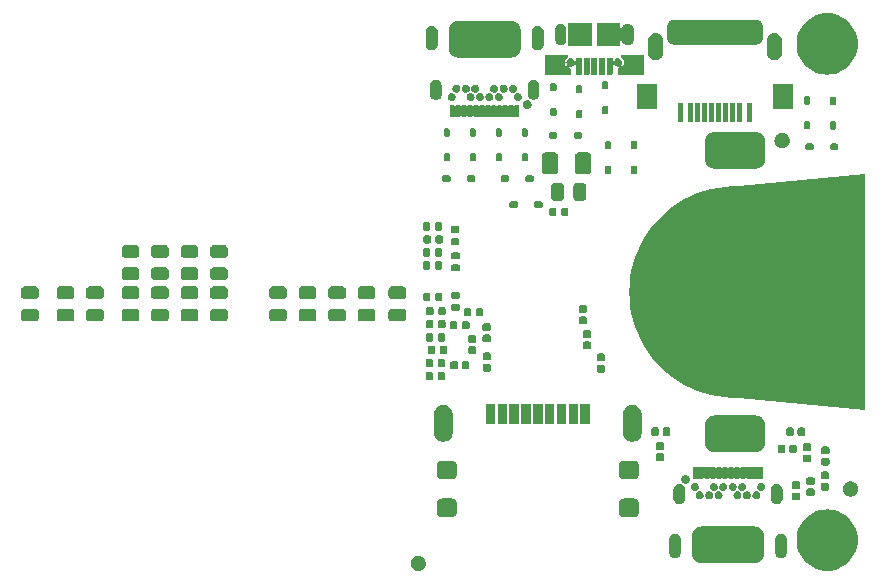
<source format=gbr>
%TF.GenerationSoftware,KiCad,Pcbnew,8.0.5*%
%TF.CreationDate,2024-09-24T22:25:09+12:00*%
%TF.ProjectId,USB Cable Tester,55534220-4361-4626-9c65-205465737465,rev?*%
%TF.SameCoordinates,Original*%
%TF.FileFunction,Soldermask,Top*%
%TF.FilePolarity,Negative*%
%FSLAX46Y46*%
G04 Gerber Fmt 4.6, Leading zero omitted, Abs format (unit mm)*
G04 Created by KiCad (PCBNEW 8.0.5) date 2024-09-24 22:25:09*
%MOMM*%
%LPD*%
G01*
G04 APERTURE LIST*
G04 APERTURE END LIST*
G36*
X36438298Y-46356725D02*
G01*
X36478108Y-46356725D01*
X36511630Y-46364987D01*
X36544102Y-46368646D01*
X36586101Y-46383342D01*
X36629784Y-46394109D01*
X36655617Y-46407667D01*
X36680976Y-46416541D01*
X36723832Y-46443469D01*
X36768106Y-46466706D01*
X36785895Y-46482466D01*
X36803766Y-46493695D01*
X36844121Y-46534050D01*
X36885035Y-46570297D01*
X36895435Y-46585364D01*
X36906304Y-46596233D01*
X36940467Y-46650603D01*
X36973776Y-46698859D01*
X36978324Y-46710853D01*
X36983458Y-46719023D01*
X37007740Y-46788416D01*
X37029170Y-46844923D01*
X37030050Y-46852174D01*
X37031353Y-46855897D01*
X37042299Y-46953050D01*
X37048000Y-47000000D01*
X37042298Y-47046953D01*
X37031353Y-47144102D01*
X37030050Y-47147823D01*
X37029170Y-47155077D01*
X37007735Y-47211595D01*
X36983458Y-47280976D01*
X36978325Y-47289143D01*
X36973776Y-47301141D01*
X36940460Y-47349406D01*
X36906304Y-47403766D01*
X36895437Y-47414632D01*
X36885035Y-47429703D01*
X36844112Y-47465957D01*
X36803766Y-47506304D01*
X36785899Y-47517530D01*
X36768106Y-47533294D01*
X36723822Y-47556535D01*
X36680976Y-47583458D01*
X36655623Y-47592329D01*
X36629784Y-47605891D01*
X36586091Y-47616659D01*
X36544102Y-47631353D01*
X36511638Y-47635010D01*
X36478108Y-47643275D01*
X36438289Y-47643275D01*
X36400000Y-47647589D01*
X36361711Y-47643275D01*
X36321892Y-47643275D01*
X36288362Y-47635010D01*
X36255897Y-47631353D01*
X36213905Y-47616659D01*
X36170216Y-47605891D01*
X36144378Y-47592330D01*
X36119023Y-47583458D01*
X36076171Y-47556532D01*
X36031894Y-47533294D01*
X36014103Y-47517532D01*
X35996233Y-47506304D01*
X35955878Y-47465949D01*
X35914965Y-47429703D01*
X35904564Y-47414635D01*
X35893695Y-47403766D01*
X35859528Y-47349390D01*
X35826224Y-47301141D01*
X35821675Y-47289147D01*
X35816541Y-47280976D01*
X35792251Y-47211561D01*
X35770830Y-47155077D01*
X35769949Y-47147827D01*
X35768646Y-47144102D01*
X35757687Y-47046839D01*
X35752000Y-47000000D01*
X35757686Y-46953165D01*
X35768646Y-46855897D01*
X35769949Y-46852170D01*
X35770830Y-46844923D01*
X35792246Y-46788450D01*
X35816541Y-46719023D01*
X35821676Y-46710849D01*
X35826224Y-46698859D01*
X35859521Y-46650619D01*
X35893695Y-46596233D01*
X35904566Y-46585361D01*
X35914965Y-46570297D01*
X35955869Y-46534058D01*
X35996233Y-46493695D01*
X36014107Y-46482463D01*
X36031894Y-46466706D01*
X36076161Y-46443472D01*
X36119023Y-46416541D01*
X36144384Y-46407666D01*
X36170216Y-46394109D01*
X36213895Y-46383343D01*
X36255897Y-46368646D01*
X36288369Y-46364987D01*
X36321892Y-46356725D01*
X36361702Y-46356725D01*
X36400000Y-46352410D01*
X36438298Y-46356725D01*
G37*
G36*
X71334716Y-42440278D02*
G01*
X71643542Y-42496872D01*
X71943294Y-42590279D01*
X72229601Y-42719135D01*
X72498289Y-42881563D01*
X72745440Y-43075193D01*
X72967449Y-43297202D01*
X73161079Y-43544353D01*
X73323507Y-43813041D01*
X73452363Y-44099348D01*
X73545770Y-44399100D01*
X73602364Y-44707926D01*
X73621321Y-45021321D01*
X73602364Y-45334716D01*
X73545770Y-45643542D01*
X73452363Y-45943294D01*
X73323507Y-46229601D01*
X73161079Y-46498289D01*
X72967449Y-46745440D01*
X72745440Y-46967449D01*
X72498289Y-47161079D01*
X72229601Y-47323507D01*
X71943294Y-47452363D01*
X71643542Y-47545770D01*
X71334716Y-47602364D01*
X71021321Y-47621321D01*
X70707926Y-47602364D01*
X70399100Y-47545770D01*
X70099348Y-47452363D01*
X69813041Y-47323507D01*
X69544353Y-47161079D01*
X69297202Y-46967449D01*
X69075193Y-46745440D01*
X68881563Y-46498289D01*
X68719135Y-46229601D01*
X68590279Y-45943294D01*
X68496872Y-45643542D01*
X68440278Y-45334716D01*
X68421321Y-45021321D01*
X68440278Y-44707926D01*
X68496872Y-44399100D01*
X68590279Y-44099348D01*
X68719135Y-43813041D01*
X68881563Y-43544353D01*
X69075193Y-43297202D01*
X69297202Y-43075193D01*
X69544353Y-42881563D01*
X69813041Y-42719135D01*
X70099348Y-42590279D01*
X70399100Y-42496872D01*
X70707926Y-42440278D01*
X71021321Y-42421321D01*
X71334716Y-42440278D01*
G37*
G36*
X64874647Y-43871695D02*
G01*
X64977973Y-43878702D01*
X65012056Y-43887178D01*
X65049338Y-43891379D01*
X65099434Y-43908908D01*
X65147066Y-43920754D01*
X65180081Y-43937128D01*
X65218428Y-43950546D01*
X65260725Y-43977123D01*
X65301969Y-43997578D01*
X65333085Y-44022589D01*
X65370113Y-44045856D01*
X65403234Y-44078977D01*
X65436735Y-44105906D01*
X65463663Y-44139406D01*
X65496786Y-44172529D01*
X65520052Y-44209558D01*
X65545063Y-44240672D01*
X65565516Y-44281912D01*
X65592096Y-44324214D01*
X65605515Y-44362563D01*
X65621887Y-44395575D01*
X65633731Y-44443200D01*
X65651263Y-44493304D01*
X65655464Y-44530590D01*
X65663939Y-44564668D01*
X65670943Y-44667973D01*
X65671321Y-44671321D01*
X65671321Y-46171321D01*
X65670943Y-46174669D01*
X65663939Y-46277973D01*
X65655464Y-46312049D01*
X65651263Y-46349338D01*
X65633730Y-46399444D01*
X65621887Y-46447066D01*
X65605516Y-46480074D01*
X65592096Y-46518428D01*
X65565513Y-46560733D01*
X65545063Y-46601969D01*
X65520055Y-46633079D01*
X65496786Y-46670113D01*
X65463659Y-46703239D01*
X65436735Y-46736735D01*
X65403239Y-46763659D01*
X65370113Y-46796786D01*
X65333079Y-46820055D01*
X65301969Y-46845063D01*
X65260733Y-46865513D01*
X65218428Y-46892096D01*
X65180074Y-46905516D01*
X65147066Y-46921887D01*
X65099444Y-46933730D01*
X65049338Y-46951263D01*
X65012049Y-46955464D01*
X64977973Y-46963939D01*
X64874669Y-46970943D01*
X64871321Y-46971321D01*
X64621321Y-46971321D01*
X62621321Y-46971321D01*
X60621321Y-46971321D01*
X60371321Y-46971321D01*
X60367973Y-46970943D01*
X60264668Y-46963939D01*
X60230590Y-46955464D01*
X60193304Y-46951263D01*
X60143200Y-46933731D01*
X60095575Y-46921887D01*
X60062563Y-46905515D01*
X60024214Y-46892096D01*
X59981912Y-46865516D01*
X59940672Y-46845063D01*
X59909558Y-46820052D01*
X59872529Y-46796786D01*
X59839406Y-46763663D01*
X59805906Y-46736735D01*
X59778977Y-46703234D01*
X59745856Y-46670113D01*
X59722589Y-46633085D01*
X59697578Y-46601969D01*
X59677123Y-46560725D01*
X59650546Y-46518428D01*
X59637128Y-46480081D01*
X59620754Y-46447066D01*
X59608908Y-46399434D01*
X59591379Y-46349338D01*
X59587178Y-46312056D01*
X59578702Y-46277973D01*
X59571695Y-46174647D01*
X59571321Y-46171321D01*
X59571321Y-44671321D01*
X59571695Y-44667996D01*
X59578702Y-44564668D01*
X59587178Y-44530583D01*
X59591379Y-44493304D01*
X59608907Y-44443210D01*
X59620754Y-44395575D01*
X59637129Y-44362557D01*
X59650546Y-44324214D01*
X59677121Y-44281919D01*
X59697578Y-44240672D01*
X59722592Y-44209552D01*
X59745856Y-44172529D01*
X59778973Y-44139411D01*
X59805906Y-44105906D01*
X59839411Y-44078973D01*
X59872529Y-44045856D01*
X59909552Y-44022592D01*
X59940672Y-43997578D01*
X59981919Y-43977121D01*
X60024214Y-43950546D01*
X60062557Y-43937129D01*
X60095575Y-43920754D01*
X60143210Y-43908907D01*
X60193304Y-43891379D01*
X60230583Y-43887178D01*
X60264668Y-43878702D01*
X60367996Y-43871695D01*
X60371321Y-43871321D01*
X64871321Y-43871321D01*
X64874647Y-43871695D01*
G37*
G36*
X58322696Y-44509330D02*
G01*
X58435735Y-44574593D01*
X58528031Y-44666889D01*
X58593294Y-44779928D01*
X58627076Y-44906007D01*
X58631354Y-44971270D01*
X58631354Y-46071270D01*
X58627076Y-46136533D01*
X58593294Y-46262612D01*
X58528031Y-46375651D01*
X58435735Y-46467947D01*
X58322696Y-46533210D01*
X58196617Y-46566992D01*
X58066091Y-46566992D01*
X57940012Y-46533210D01*
X57826973Y-46467947D01*
X57734677Y-46375651D01*
X57669414Y-46262612D01*
X57635632Y-46136533D01*
X57631354Y-46071270D01*
X57631354Y-44971270D01*
X57635632Y-44906007D01*
X57669414Y-44779928D01*
X57734677Y-44666889D01*
X57826973Y-44574593D01*
X57940012Y-44509330D01*
X58066091Y-44475548D01*
X58196617Y-44475548D01*
X58322696Y-44509330D01*
G37*
G36*
X67302630Y-44509330D02*
G01*
X67415669Y-44574593D01*
X67507965Y-44666889D01*
X67573228Y-44779928D01*
X67607010Y-44906007D01*
X67611288Y-44971270D01*
X67611288Y-46071270D01*
X67607010Y-46136533D01*
X67573228Y-46262612D01*
X67507965Y-46375651D01*
X67415669Y-46467947D01*
X67302630Y-46533210D01*
X67176551Y-46566992D01*
X67046025Y-46566992D01*
X66919946Y-46533210D01*
X66806907Y-46467947D01*
X66714611Y-46375651D01*
X66649348Y-46262612D01*
X66615566Y-46136533D01*
X66611288Y-46071270D01*
X66611288Y-44971270D01*
X66615566Y-44906007D01*
X66649348Y-44779928D01*
X66714611Y-44666889D01*
X66806907Y-44574593D01*
X66919946Y-44509330D01*
X67046025Y-44475548D01*
X67176551Y-44475548D01*
X67302630Y-44509330D01*
G37*
G36*
X39243742Y-41497469D02*
G01*
X39325464Y-41506255D01*
X39344839Y-41513481D01*
X39367704Y-41517103D01*
X39403639Y-41535413D01*
X39439735Y-41548876D01*
X39460351Y-41564309D01*
X39486181Y-41577470D01*
X39510741Y-41602030D01*
X39536420Y-41621253D01*
X39555642Y-41646931D01*
X39580204Y-41671493D01*
X39593365Y-41697323D01*
X39608797Y-41717938D01*
X39622258Y-41754029D01*
X39640571Y-41789970D01*
X39644192Y-41812837D01*
X39651418Y-41832209D01*
X39660201Y-41913914D01*
X39661372Y-41921302D01*
X39661372Y-42671302D01*
X39660201Y-42678691D01*
X39651418Y-42760394D01*
X39644193Y-42779764D01*
X39640571Y-42802634D01*
X39622257Y-42838576D01*
X39608797Y-42874665D01*
X39593366Y-42895277D01*
X39580204Y-42921111D01*
X39555639Y-42945675D01*
X39536420Y-42971350D01*
X39510745Y-42990569D01*
X39486181Y-43015134D01*
X39460347Y-43028296D01*
X39439735Y-43043727D01*
X39403646Y-43057187D01*
X39367704Y-43075501D01*
X39344834Y-43079123D01*
X39325464Y-43086348D01*
X39243761Y-43095131D01*
X39236372Y-43096302D01*
X38386372Y-43096302D01*
X38378984Y-43095131D01*
X38297279Y-43086348D01*
X38277907Y-43079122D01*
X38255040Y-43075501D01*
X38219099Y-43057188D01*
X38183008Y-43043727D01*
X38162393Y-43028295D01*
X38136563Y-43015134D01*
X38112001Y-42990572D01*
X38086323Y-42971350D01*
X38067100Y-42945671D01*
X38042540Y-42921111D01*
X38029379Y-42895281D01*
X38013946Y-42874665D01*
X38000483Y-42838569D01*
X37982173Y-42802634D01*
X37978551Y-42779769D01*
X37971325Y-42760394D01*
X37962539Y-42678672D01*
X37961372Y-42671302D01*
X37961372Y-41921302D01*
X37962539Y-41913933D01*
X37971325Y-41832209D01*
X37978551Y-41812833D01*
X37982173Y-41789970D01*
X38000481Y-41754037D01*
X38013946Y-41717938D01*
X38029380Y-41697319D01*
X38042540Y-41671493D01*
X38067097Y-41646935D01*
X38086323Y-41621253D01*
X38112005Y-41602027D01*
X38136563Y-41577470D01*
X38162389Y-41564310D01*
X38183008Y-41548876D01*
X38219107Y-41535411D01*
X38255040Y-41517103D01*
X38277903Y-41513481D01*
X38297279Y-41506255D01*
X38379003Y-41497469D01*
X38386372Y-41496302D01*
X39236372Y-41496302D01*
X39243742Y-41497469D01*
G37*
G36*
X54663640Y-41497469D02*
G01*
X54745362Y-41506255D01*
X54764737Y-41513481D01*
X54787602Y-41517103D01*
X54823537Y-41535413D01*
X54859633Y-41548876D01*
X54880249Y-41564309D01*
X54906079Y-41577470D01*
X54930639Y-41602030D01*
X54956318Y-41621253D01*
X54975540Y-41646931D01*
X55000102Y-41671493D01*
X55013263Y-41697323D01*
X55028695Y-41717938D01*
X55042156Y-41754029D01*
X55060469Y-41789970D01*
X55064090Y-41812837D01*
X55071316Y-41832209D01*
X55080099Y-41913914D01*
X55081270Y-41921302D01*
X55081270Y-42671302D01*
X55080099Y-42678691D01*
X55071316Y-42760394D01*
X55064091Y-42779764D01*
X55060469Y-42802634D01*
X55042155Y-42838576D01*
X55028695Y-42874665D01*
X55013264Y-42895277D01*
X55000102Y-42921111D01*
X54975537Y-42945675D01*
X54956318Y-42971350D01*
X54930643Y-42990569D01*
X54906079Y-43015134D01*
X54880245Y-43028296D01*
X54859633Y-43043727D01*
X54823544Y-43057187D01*
X54787602Y-43075501D01*
X54764732Y-43079123D01*
X54745362Y-43086348D01*
X54663659Y-43095131D01*
X54656270Y-43096302D01*
X53806270Y-43096302D01*
X53798882Y-43095131D01*
X53717177Y-43086348D01*
X53697805Y-43079122D01*
X53674938Y-43075501D01*
X53638997Y-43057188D01*
X53602906Y-43043727D01*
X53582291Y-43028295D01*
X53556461Y-43015134D01*
X53531899Y-42990572D01*
X53506221Y-42971350D01*
X53486998Y-42945671D01*
X53462438Y-42921111D01*
X53449277Y-42895281D01*
X53433844Y-42874665D01*
X53420381Y-42838569D01*
X53402071Y-42802634D01*
X53398449Y-42779769D01*
X53391223Y-42760394D01*
X53382437Y-42678672D01*
X53381270Y-42671302D01*
X53381270Y-41921302D01*
X53382437Y-41913933D01*
X53391223Y-41832209D01*
X53398449Y-41812833D01*
X53402071Y-41789970D01*
X53420379Y-41754037D01*
X53433844Y-41717938D01*
X53449278Y-41697319D01*
X53462438Y-41671493D01*
X53486995Y-41646935D01*
X53506221Y-41621253D01*
X53531903Y-41602027D01*
X53556461Y-41577470D01*
X53582287Y-41564310D01*
X53602906Y-41548876D01*
X53639005Y-41535411D01*
X53674938Y-41517103D01*
X53697801Y-41513481D01*
X53717177Y-41506255D01*
X53798901Y-41497469D01*
X53806270Y-41496302D01*
X54656270Y-41496302D01*
X54663640Y-41497469D01*
G37*
G36*
X58682615Y-40319439D02*
G01*
X58795654Y-40384702D01*
X58887950Y-40476998D01*
X58953213Y-40590037D01*
X58986995Y-40716116D01*
X58991273Y-40781379D01*
X58991273Y-41481379D01*
X58986995Y-41546642D01*
X58953213Y-41672721D01*
X58887950Y-41785760D01*
X58795654Y-41878056D01*
X58682615Y-41943319D01*
X58556536Y-41977101D01*
X58426010Y-41977101D01*
X58299931Y-41943319D01*
X58186892Y-41878056D01*
X58094596Y-41785760D01*
X58029333Y-41672721D01*
X57995551Y-41546642D01*
X57991273Y-41481379D01*
X57991273Y-40781379D01*
X57995551Y-40716116D01*
X58029333Y-40590037D01*
X58094596Y-40476998D01*
X58186892Y-40384702D01*
X58299931Y-40319439D01*
X58426010Y-40285657D01*
X58556536Y-40285657D01*
X58682615Y-40319439D01*
G37*
G36*
X66942711Y-40319439D02*
G01*
X67055750Y-40384702D01*
X67148046Y-40476998D01*
X67213309Y-40590037D01*
X67247091Y-40716116D01*
X67251369Y-40781379D01*
X67251369Y-41481379D01*
X67247091Y-41546642D01*
X67213309Y-41672721D01*
X67148046Y-41785760D01*
X67055750Y-41878056D01*
X66942711Y-41943319D01*
X66816632Y-41977101D01*
X66686106Y-41977101D01*
X66560027Y-41943319D01*
X66446988Y-41878056D01*
X66354692Y-41785760D01*
X66289429Y-41672721D01*
X66255647Y-41546642D01*
X66251369Y-41481379D01*
X66251369Y-40781379D01*
X66255647Y-40716116D01*
X66289429Y-40590037D01*
X66354692Y-40476998D01*
X66446988Y-40384702D01*
X66560027Y-40319439D01*
X66686106Y-40285657D01*
X66816632Y-40285657D01*
X66942711Y-40319439D01*
G37*
G36*
X68624031Y-41017984D02*
G01*
X68685671Y-41059171D01*
X68726858Y-41120811D01*
X68741321Y-41193521D01*
X68741321Y-41473521D01*
X68726858Y-41546231D01*
X68685671Y-41607871D01*
X68624031Y-41649058D01*
X68551321Y-41663521D01*
X68211321Y-41663521D01*
X68138611Y-41649058D01*
X68076971Y-41607871D01*
X68035784Y-41546231D01*
X68021321Y-41473521D01*
X68021321Y-41193521D01*
X68035784Y-41120811D01*
X68076971Y-41059171D01*
X68138611Y-41017984D01*
X68211321Y-41003521D01*
X68551321Y-41003521D01*
X68624031Y-41017984D01*
G37*
G36*
X60248767Y-40896616D02*
G01*
X60280311Y-40896616D01*
X60304610Y-40905460D01*
X60326088Y-40908862D01*
X60356422Y-40924318D01*
X60391273Y-40937003D01*
X60406665Y-40949919D01*
X60420643Y-40957041D01*
X60449273Y-40985671D01*
X60481729Y-41012905D01*
X60488862Y-41025260D01*
X60495684Y-41032082D01*
X60517346Y-41074596D01*
X60540770Y-41115167D01*
X60542225Y-41123424D01*
X60543863Y-41126637D01*
X60553311Y-41186290D01*
X60561275Y-41231456D01*
X60553305Y-41276655D01*
X60543863Y-41336274D01*
X60542226Y-41339486D01*
X60540770Y-41347745D01*
X60517342Y-41388323D01*
X60495684Y-41430829D01*
X60488863Y-41437649D01*
X60481729Y-41450007D01*
X60449267Y-41477245D01*
X60420643Y-41505870D01*
X60406668Y-41512990D01*
X60391273Y-41525909D01*
X60356415Y-41538596D01*
X60326088Y-41554049D01*
X60304615Y-41557449D01*
X60280311Y-41566296D01*
X60248761Y-41566296D01*
X60221270Y-41570650D01*
X60193779Y-41566296D01*
X60162229Y-41566296D01*
X60137924Y-41557449D01*
X60116451Y-41554049D01*
X60086121Y-41538594D01*
X60051267Y-41525909D01*
X60035872Y-41512991D01*
X60021896Y-41505870D01*
X59993266Y-41477240D01*
X59960811Y-41450007D01*
X59953677Y-41437651D01*
X59946855Y-41430829D01*
X59925189Y-41388308D01*
X59901770Y-41347745D01*
X59900314Y-41339489D01*
X59898676Y-41336274D01*
X59889222Y-41276584D01*
X59881265Y-41231456D01*
X59889221Y-41186331D01*
X59898676Y-41126637D01*
X59900314Y-41123421D01*
X59901770Y-41115167D01*
X59925185Y-41074610D01*
X59946855Y-41032082D01*
X59953678Y-41025258D01*
X59960811Y-41012905D01*
X59993258Y-40985678D01*
X60021896Y-40957041D01*
X60035877Y-40949916D01*
X60051268Y-40937003D01*
X60086112Y-40924320D01*
X60116451Y-40908862D01*
X60137930Y-40905460D01*
X60162229Y-40896616D01*
X60193772Y-40896616D01*
X60221270Y-40892261D01*
X60248767Y-40896616D01*
G37*
G36*
X61048869Y-40896616D02*
G01*
X61080413Y-40896616D01*
X61104712Y-40905460D01*
X61126190Y-40908862D01*
X61156524Y-40924318D01*
X61191375Y-40937003D01*
X61206767Y-40949919D01*
X61220745Y-40957041D01*
X61249375Y-40985671D01*
X61281831Y-41012905D01*
X61288964Y-41025260D01*
X61295786Y-41032082D01*
X61317448Y-41074596D01*
X61340872Y-41115167D01*
X61342327Y-41123424D01*
X61343965Y-41126637D01*
X61353405Y-41186248D01*
X61361377Y-41231456D01*
X61353403Y-41276673D01*
X61343965Y-41336275D01*
X61342327Y-41339487D01*
X61340872Y-41347745D01*
X61317446Y-41388319D01*
X61295786Y-41430829D01*
X61288965Y-41437649D01*
X61281831Y-41450007D01*
X61249369Y-41477245D01*
X61220745Y-41505870D01*
X61206770Y-41512990D01*
X61191375Y-41525909D01*
X61156517Y-41538596D01*
X61126190Y-41554049D01*
X61104717Y-41557449D01*
X61080413Y-41566296D01*
X61048863Y-41566296D01*
X61021372Y-41570650D01*
X60993881Y-41566296D01*
X60962331Y-41566296D01*
X60938026Y-41557449D01*
X60916553Y-41554049D01*
X60886223Y-41538594D01*
X60851369Y-41525909D01*
X60835974Y-41512991D01*
X60821998Y-41505870D01*
X60793368Y-41477240D01*
X60760913Y-41450007D01*
X60753779Y-41437651D01*
X60746957Y-41430829D01*
X60725291Y-41388308D01*
X60701872Y-41347745D01*
X60700416Y-41339489D01*
X60698778Y-41336274D01*
X60689327Y-41276599D01*
X60681367Y-41231456D01*
X60689321Y-41186346D01*
X60698778Y-41126637D01*
X60700416Y-41123421D01*
X60701872Y-41115167D01*
X60725287Y-41074610D01*
X60746957Y-41032082D01*
X60753780Y-41025258D01*
X60760913Y-41012905D01*
X60793360Y-40985678D01*
X60821998Y-40957041D01*
X60835979Y-40949916D01*
X60851370Y-40937003D01*
X60886214Y-40924320D01*
X60916553Y-40908862D01*
X60938032Y-40905460D01*
X60962331Y-40896616D01*
X60993874Y-40896616D01*
X61021372Y-40892261D01*
X61048869Y-40896616D01*
G37*
G36*
X61848716Y-40896616D02*
G01*
X61880260Y-40896616D01*
X61904559Y-40905460D01*
X61926037Y-40908862D01*
X61956371Y-40924318D01*
X61991222Y-40937003D01*
X62006614Y-40949919D01*
X62020592Y-40957041D01*
X62049222Y-40985671D01*
X62081678Y-41012905D01*
X62088811Y-41025260D01*
X62095633Y-41032082D01*
X62117295Y-41074596D01*
X62140719Y-41115167D01*
X62142174Y-41123424D01*
X62143812Y-41126637D01*
X62153257Y-41186275D01*
X62161224Y-41231456D01*
X62153256Y-41276640D01*
X62143812Y-41336274D01*
X62142175Y-41339486D01*
X62140719Y-41347745D01*
X62117291Y-41388323D01*
X62095633Y-41430829D01*
X62088812Y-41437649D01*
X62081678Y-41450007D01*
X62049216Y-41477245D01*
X62020592Y-41505870D01*
X62006617Y-41512990D01*
X61991222Y-41525909D01*
X61956364Y-41538596D01*
X61926037Y-41554049D01*
X61904564Y-41557449D01*
X61880260Y-41566296D01*
X61848710Y-41566296D01*
X61821219Y-41570650D01*
X61793728Y-41566296D01*
X61762178Y-41566296D01*
X61737873Y-41557449D01*
X61716400Y-41554049D01*
X61686070Y-41538594D01*
X61651216Y-41525909D01*
X61635821Y-41512991D01*
X61621845Y-41505870D01*
X61593215Y-41477240D01*
X61560760Y-41450007D01*
X61553626Y-41437651D01*
X61546804Y-41430829D01*
X61525138Y-41388308D01*
X61501719Y-41347745D01*
X61500263Y-41339489D01*
X61498625Y-41336274D01*
X61489166Y-41276558D01*
X61481214Y-41231456D01*
X61489164Y-41186367D01*
X61498625Y-41126637D01*
X61500263Y-41123421D01*
X61501719Y-41115167D01*
X61525134Y-41074610D01*
X61546804Y-41032082D01*
X61553627Y-41025258D01*
X61560760Y-41012905D01*
X61593207Y-40985678D01*
X61621845Y-40957041D01*
X61635826Y-40949916D01*
X61651217Y-40937003D01*
X61686061Y-40924320D01*
X61716400Y-40908862D01*
X61737879Y-40905460D01*
X61762178Y-40896616D01*
X61793721Y-40896616D01*
X61821219Y-40892261D01*
X61848716Y-40896616D01*
G37*
G36*
X63448666Y-40896616D02*
G01*
X63480210Y-40896616D01*
X63504509Y-40905460D01*
X63525987Y-40908862D01*
X63556321Y-40924318D01*
X63591172Y-40937003D01*
X63606564Y-40949919D01*
X63620542Y-40957041D01*
X63649172Y-40985671D01*
X63681628Y-41012905D01*
X63688761Y-41025260D01*
X63695583Y-41032082D01*
X63717245Y-41074596D01*
X63740669Y-41115167D01*
X63742124Y-41123424D01*
X63743762Y-41126637D01*
X63753202Y-41186248D01*
X63761174Y-41231456D01*
X63753200Y-41276673D01*
X63743762Y-41336275D01*
X63742124Y-41339487D01*
X63740669Y-41347745D01*
X63717243Y-41388319D01*
X63695583Y-41430829D01*
X63688762Y-41437649D01*
X63681628Y-41450007D01*
X63649166Y-41477245D01*
X63620542Y-41505870D01*
X63606567Y-41512990D01*
X63591172Y-41525909D01*
X63556314Y-41538596D01*
X63525987Y-41554049D01*
X63504514Y-41557449D01*
X63480210Y-41566296D01*
X63448660Y-41566296D01*
X63421169Y-41570650D01*
X63393678Y-41566296D01*
X63362128Y-41566296D01*
X63337823Y-41557449D01*
X63316350Y-41554049D01*
X63286020Y-41538594D01*
X63251166Y-41525909D01*
X63235771Y-41512991D01*
X63221795Y-41505870D01*
X63193165Y-41477240D01*
X63160710Y-41450007D01*
X63153576Y-41437651D01*
X63146754Y-41430829D01*
X63125088Y-41388308D01*
X63101669Y-41347745D01*
X63100213Y-41339489D01*
X63098575Y-41336274D01*
X63089121Y-41276584D01*
X63081164Y-41231456D01*
X63089120Y-41186331D01*
X63098575Y-41126637D01*
X63100213Y-41123421D01*
X63101669Y-41115167D01*
X63125084Y-41074610D01*
X63146754Y-41032082D01*
X63153577Y-41025258D01*
X63160710Y-41012905D01*
X63193157Y-40985678D01*
X63221795Y-40957041D01*
X63235776Y-40949916D01*
X63251167Y-40937003D01*
X63286011Y-40924320D01*
X63316350Y-40908862D01*
X63337829Y-40905460D01*
X63362128Y-40896616D01*
X63393671Y-40896616D01*
X63421169Y-40892261D01*
X63448666Y-40896616D01*
G37*
G36*
X64248767Y-40896616D02*
G01*
X64280311Y-40896616D01*
X64304610Y-40905460D01*
X64326088Y-40908862D01*
X64356422Y-40924318D01*
X64391273Y-40937003D01*
X64406665Y-40949919D01*
X64420643Y-40957041D01*
X64449273Y-40985671D01*
X64481729Y-41012905D01*
X64488862Y-41025260D01*
X64495684Y-41032082D01*
X64517346Y-41074596D01*
X64540770Y-41115167D01*
X64542225Y-41123424D01*
X64543863Y-41126637D01*
X64553311Y-41186290D01*
X64561275Y-41231456D01*
X64553305Y-41276655D01*
X64543863Y-41336274D01*
X64542226Y-41339486D01*
X64540770Y-41347745D01*
X64517342Y-41388323D01*
X64495684Y-41430829D01*
X64488863Y-41437649D01*
X64481729Y-41450007D01*
X64449267Y-41477245D01*
X64420643Y-41505870D01*
X64406668Y-41512990D01*
X64391273Y-41525909D01*
X64356415Y-41538596D01*
X64326088Y-41554049D01*
X64304615Y-41557449D01*
X64280311Y-41566296D01*
X64248761Y-41566296D01*
X64221270Y-41570650D01*
X64193779Y-41566296D01*
X64162229Y-41566296D01*
X64137924Y-41557449D01*
X64116451Y-41554049D01*
X64086121Y-41538594D01*
X64051267Y-41525909D01*
X64035872Y-41512991D01*
X64021896Y-41505870D01*
X63993266Y-41477240D01*
X63960811Y-41450007D01*
X63953677Y-41437651D01*
X63946855Y-41430829D01*
X63925189Y-41388308D01*
X63901770Y-41347745D01*
X63900314Y-41339489D01*
X63898676Y-41336274D01*
X63889217Y-41276558D01*
X63881265Y-41231456D01*
X63889215Y-41186367D01*
X63898676Y-41126637D01*
X63900314Y-41123421D01*
X63901770Y-41115167D01*
X63925185Y-41074610D01*
X63946855Y-41032082D01*
X63953678Y-41025258D01*
X63960811Y-41012905D01*
X63993258Y-40985678D01*
X64021896Y-40957041D01*
X64035877Y-40949916D01*
X64051268Y-40937003D01*
X64086112Y-40924320D01*
X64116451Y-40908862D01*
X64137930Y-40905460D01*
X64162229Y-40896616D01*
X64193772Y-40896616D01*
X64221270Y-40892261D01*
X64248767Y-40896616D01*
G37*
G36*
X65048869Y-40896616D02*
G01*
X65080413Y-40896616D01*
X65104712Y-40905460D01*
X65126190Y-40908862D01*
X65156524Y-40924318D01*
X65191375Y-40937003D01*
X65206767Y-40949919D01*
X65220745Y-40957041D01*
X65249375Y-40985671D01*
X65281831Y-41012905D01*
X65288964Y-41025260D01*
X65295786Y-41032082D01*
X65317448Y-41074596D01*
X65340872Y-41115167D01*
X65342327Y-41123424D01*
X65343965Y-41126637D01*
X65353410Y-41186275D01*
X65361377Y-41231456D01*
X65353409Y-41276640D01*
X65343965Y-41336274D01*
X65342328Y-41339486D01*
X65340872Y-41347745D01*
X65317444Y-41388323D01*
X65295786Y-41430829D01*
X65288965Y-41437649D01*
X65281831Y-41450007D01*
X65249369Y-41477245D01*
X65220745Y-41505870D01*
X65206770Y-41512990D01*
X65191375Y-41525909D01*
X65156517Y-41538596D01*
X65126190Y-41554049D01*
X65104717Y-41557449D01*
X65080413Y-41566296D01*
X65048863Y-41566296D01*
X65021372Y-41570650D01*
X64993881Y-41566296D01*
X64962331Y-41566296D01*
X64938026Y-41557449D01*
X64916553Y-41554049D01*
X64886223Y-41538594D01*
X64851369Y-41525909D01*
X64835974Y-41512991D01*
X64821998Y-41505870D01*
X64793368Y-41477240D01*
X64760913Y-41450007D01*
X64753779Y-41437651D01*
X64746957Y-41430829D01*
X64725291Y-41388308D01*
X64701872Y-41347745D01*
X64700416Y-41339489D01*
X64698778Y-41336274D01*
X64689327Y-41276599D01*
X64681367Y-41231456D01*
X64689321Y-41186346D01*
X64698778Y-41126637D01*
X64700416Y-41123421D01*
X64701872Y-41115167D01*
X64725287Y-41074610D01*
X64746957Y-41032082D01*
X64753780Y-41025258D01*
X64760913Y-41012905D01*
X64793360Y-40985678D01*
X64821998Y-40957041D01*
X64835979Y-40949916D01*
X64851370Y-40937003D01*
X64886214Y-40924320D01*
X64916553Y-40908862D01*
X64938032Y-40905460D01*
X64962331Y-40896616D01*
X64993874Y-40896616D01*
X65021372Y-40892261D01*
X65048869Y-40896616D01*
G37*
G36*
X73038298Y-40056725D02*
G01*
X73078108Y-40056725D01*
X73111630Y-40064987D01*
X73144102Y-40068646D01*
X73186101Y-40083342D01*
X73229784Y-40094109D01*
X73255617Y-40107667D01*
X73280976Y-40116541D01*
X73323832Y-40143469D01*
X73368106Y-40166706D01*
X73385895Y-40182466D01*
X73403766Y-40193695D01*
X73444121Y-40234050D01*
X73485035Y-40270297D01*
X73495435Y-40285364D01*
X73506304Y-40296233D01*
X73540467Y-40350603D01*
X73573776Y-40398859D01*
X73578324Y-40410853D01*
X73583458Y-40419023D01*
X73607740Y-40488416D01*
X73629170Y-40544923D01*
X73630050Y-40552174D01*
X73631353Y-40555897D01*
X73642299Y-40653050D01*
X73648000Y-40700000D01*
X73642298Y-40746953D01*
X73631353Y-40844102D01*
X73630050Y-40847823D01*
X73629170Y-40855077D01*
X73607735Y-40911595D01*
X73583458Y-40980976D01*
X73578325Y-40989143D01*
X73573776Y-41001141D01*
X73540460Y-41049406D01*
X73506304Y-41103766D01*
X73495437Y-41114632D01*
X73485035Y-41129703D01*
X73444112Y-41165957D01*
X73403766Y-41206304D01*
X73385899Y-41217530D01*
X73368106Y-41233294D01*
X73323822Y-41256535D01*
X73280976Y-41283458D01*
X73255623Y-41292329D01*
X73229784Y-41305891D01*
X73186091Y-41316659D01*
X73144102Y-41331353D01*
X73111638Y-41335010D01*
X73078108Y-41343275D01*
X73038289Y-41343275D01*
X73000000Y-41347589D01*
X72961711Y-41343275D01*
X72921892Y-41343275D01*
X72888362Y-41335010D01*
X72855897Y-41331353D01*
X72813905Y-41316659D01*
X72770216Y-41305891D01*
X72744378Y-41292330D01*
X72719023Y-41283458D01*
X72676171Y-41256532D01*
X72631894Y-41233294D01*
X72614103Y-41217532D01*
X72596233Y-41206304D01*
X72555878Y-41165949D01*
X72514965Y-41129703D01*
X72504564Y-41114635D01*
X72493695Y-41103766D01*
X72459528Y-41049390D01*
X72426224Y-41001141D01*
X72421675Y-40989147D01*
X72416541Y-40980976D01*
X72392251Y-40911561D01*
X72370830Y-40855077D01*
X72369949Y-40847827D01*
X72368646Y-40844102D01*
X72357687Y-40746839D01*
X72352000Y-40700000D01*
X72357686Y-40653165D01*
X72368646Y-40555897D01*
X72369949Y-40552170D01*
X72370830Y-40544923D01*
X72392246Y-40488450D01*
X72416541Y-40419023D01*
X72421676Y-40410849D01*
X72426224Y-40398859D01*
X72459521Y-40350619D01*
X72493695Y-40296233D01*
X72504566Y-40285361D01*
X72514965Y-40270297D01*
X72555869Y-40234058D01*
X72596233Y-40193695D01*
X72614107Y-40182463D01*
X72631894Y-40166706D01*
X72676161Y-40143472D01*
X72719023Y-40116541D01*
X72744384Y-40107666D01*
X72770216Y-40094109D01*
X72813895Y-40083343D01*
X72855897Y-40068646D01*
X72888369Y-40064987D01*
X72921892Y-40056725D01*
X72961702Y-40056725D01*
X73000000Y-40052410D01*
X73038298Y-40056725D01*
G37*
G36*
X69844031Y-40653184D02*
G01*
X69905671Y-40694371D01*
X69946858Y-40756011D01*
X69961321Y-40828721D01*
X69961321Y-41108721D01*
X69946858Y-41181431D01*
X69905671Y-41243071D01*
X69844031Y-41284258D01*
X69771321Y-41298721D01*
X69431321Y-41298721D01*
X69358611Y-41284258D01*
X69296971Y-41243071D01*
X69255784Y-41181431D01*
X69241321Y-41108721D01*
X69241321Y-40828721D01*
X69255784Y-40756011D01*
X69296971Y-40694371D01*
X69358611Y-40653184D01*
X69431321Y-40638721D01*
X69771321Y-40638721D01*
X69844031Y-40653184D01*
G37*
G36*
X59848716Y-40196590D02*
G01*
X59880260Y-40196590D01*
X59904559Y-40205434D01*
X59926037Y-40208836D01*
X59956371Y-40224292D01*
X59991222Y-40236977D01*
X60006614Y-40249893D01*
X60020592Y-40257015D01*
X60049222Y-40285645D01*
X60081678Y-40312879D01*
X60088811Y-40325234D01*
X60095633Y-40332056D01*
X60117295Y-40374570D01*
X60140719Y-40415141D01*
X60142174Y-40423398D01*
X60143812Y-40426611D01*
X60153257Y-40486249D01*
X60161224Y-40531430D01*
X60153256Y-40576614D01*
X60143812Y-40636248D01*
X60142175Y-40639460D01*
X60140719Y-40647719D01*
X60117291Y-40688297D01*
X60095633Y-40730803D01*
X60088812Y-40737623D01*
X60081678Y-40749981D01*
X60049216Y-40777219D01*
X60020592Y-40805844D01*
X60006617Y-40812964D01*
X59991222Y-40825883D01*
X59956364Y-40838570D01*
X59926037Y-40854023D01*
X59904564Y-40857423D01*
X59880260Y-40866270D01*
X59848710Y-40866270D01*
X59821219Y-40870624D01*
X59793728Y-40866270D01*
X59762178Y-40866270D01*
X59737873Y-40857423D01*
X59716400Y-40854023D01*
X59686070Y-40838568D01*
X59651216Y-40825883D01*
X59635821Y-40812965D01*
X59621845Y-40805844D01*
X59593215Y-40777214D01*
X59560760Y-40749981D01*
X59553626Y-40737625D01*
X59546804Y-40730803D01*
X59525138Y-40688282D01*
X59501719Y-40647719D01*
X59500263Y-40639463D01*
X59498625Y-40636248D01*
X59489171Y-40576558D01*
X59481214Y-40531430D01*
X59489170Y-40486305D01*
X59498625Y-40426611D01*
X59500263Y-40423395D01*
X59501719Y-40415141D01*
X59525134Y-40374584D01*
X59546804Y-40332056D01*
X59553627Y-40325232D01*
X59560760Y-40312879D01*
X59593207Y-40285652D01*
X59621845Y-40257015D01*
X59635826Y-40249890D01*
X59651217Y-40236977D01*
X59686061Y-40224294D01*
X59716400Y-40208836D01*
X59737879Y-40205434D01*
X59762178Y-40196590D01*
X59793721Y-40196590D01*
X59821219Y-40192235D01*
X59848716Y-40196590D01*
G37*
G36*
X61448666Y-40196590D02*
G01*
X61480210Y-40196590D01*
X61504509Y-40205434D01*
X61525987Y-40208836D01*
X61556321Y-40224292D01*
X61591172Y-40236977D01*
X61606564Y-40249893D01*
X61620542Y-40257015D01*
X61649172Y-40285645D01*
X61681628Y-40312879D01*
X61688761Y-40325234D01*
X61695583Y-40332056D01*
X61717245Y-40374570D01*
X61740669Y-40415141D01*
X61742124Y-40423398D01*
X61743762Y-40426611D01*
X61753202Y-40486222D01*
X61761174Y-40531430D01*
X61753200Y-40576647D01*
X61743762Y-40636249D01*
X61742124Y-40639461D01*
X61740669Y-40647719D01*
X61717243Y-40688293D01*
X61695583Y-40730803D01*
X61688762Y-40737623D01*
X61681628Y-40749981D01*
X61649166Y-40777219D01*
X61620542Y-40805844D01*
X61606567Y-40812964D01*
X61591172Y-40825883D01*
X61556314Y-40838570D01*
X61525987Y-40854023D01*
X61504514Y-40857423D01*
X61480210Y-40866270D01*
X61448660Y-40866270D01*
X61421169Y-40870624D01*
X61393678Y-40866270D01*
X61362128Y-40866270D01*
X61337823Y-40857423D01*
X61316350Y-40854023D01*
X61286020Y-40838568D01*
X61251166Y-40825883D01*
X61235771Y-40812965D01*
X61221795Y-40805844D01*
X61193165Y-40777214D01*
X61160710Y-40749981D01*
X61153576Y-40737625D01*
X61146754Y-40730803D01*
X61125088Y-40688282D01*
X61101669Y-40647719D01*
X61100213Y-40639463D01*
X61098575Y-40636248D01*
X61089121Y-40576558D01*
X61081164Y-40531430D01*
X61089120Y-40486305D01*
X61098575Y-40426611D01*
X61100213Y-40423395D01*
X61101669Y-40415141D01*
X61125084Y-40374584D01*
X61146754Y-40332056D01*
X61153577Y-40325232D01*
X61160710Y-40312879D01*
X61193157Y-40285652D01*
X61221795Y-40257015D01*
X61235776Y-40249890D01*
X61251167Y-40236977D01*
X61286011Y-40224294D01*
X61316350Y-40208836D01*
X61337829Y-40205434D01*
X61362128Y-40196590D01*
X61393671Y-40196590D01*
X61421169Y-40192235D01*
X61448666Y-40196590D01*
G37*
G36*
X62248767Y-40196590D02*
G01*
X62280311Y-40196590D01*
X62304610Y-40205434D01*
X62326088Y-40208836D01*
X62356422Y-40224292D01*
X62391273Y-40236977D01*
X62406665Y-40249893D01*
X62420643Y-40257015D01*
X62449273Y-40285645D01*
X62481729Y-40312879D01*
X62488862Y-40325234D01*
X62495684Y-40332056D01*
X62517346Y-40374570D01*
X62540770Y-40415141D01*
X62542225Y-40423398D01*
X62543863Y-40426611D01*
X62553311Y-40486264D01*
X62561275Y-40531430D01*
X62553305Y-40576629D01*
X62543863Y-40636248D01*
X62542226Y-40639460D01*
X62540770Y-40647719D01*
X62517342Y-40688297D01*
X62495684Y-40730803D01*
X62488863Y-40737623D01*
X62481729Y-40749981D01*
X62449267Y-40777219D01*
X62420643Y-40805844D01*
X62406668Y-40812964D01*
X62391273Y-40825883D01*
X62356415Y-40838570D01*
X62326088Y-40854023D01*
X62304615Y-40857423D01*
X62280311Y-40866270D01*
X62248761Y-40866270D01*
X62221270Y-40870624D01*
X62193779Y-40866270D01*
X62162229Y-40866270D01*
X62137924Y-40857423D01*
X62116451Y-40854023D01*
X62086121Y-40838568D01*
X62051267Y-40825883D01*
X62035872Y-40812965D01*
X62021896Y-40805844D01*
X61993266Y-40777214D01*
X61960811Y-40749981D01*
X61953677Y-40737625D01*
X61946855Y-40730803D01*
X61925189Y-40688282D01*
X61901770Y-40647719D01*
X61900314Y-40639463D01*
X61898676Y-40636248D01*
X61889217Y-40576532D01*
X61881265Y-40531430D01*
X61889215Y-40486341D01*
X61898676Y-40426611D01*
X61900314Y-40423395D01*
X61901770Y-40415141D01*
X61925185Y-40374584D01*
X61946855Y-40332056D01*
X61953678Y-40325232D01*
X61960811Y-40312879D01*
X61993258Y-40285652D01*
X62021896Y-40257015D01*
X62035877Y-40249890D01*
X62051268Y-40236977D01*
X62086112Y-40224294D01*
X62116451Y-40208836D01*
X62137930Y-40205434D01*
X62162229Y-40196590D01*
X62193772Y-40196590D01*
X62221270Y-40192235D01*
X62248767Y-40196590D01*
G37*
G36*
X63048869Y-40196590D02*
G01*
X63080413Y-40196590D01*
X63104712Y-40205434D01*
X63126190Y-40208836D01*
X63156524Y-40224292D01*
X63191375Y-40236977D01*
X63206767Y-40249893D01*
X63220745Y-40257015D01*
X63249375Y-40285645D01*
X63281831Y-40312879D01*
X63288964Y-40325234D01*
X63295786Y-40332056D01*
X63317448Y-40374570D01*
X63340872Y-40415141D01*
X63342327Y-40423398D01*
X63343965Y-40426611D01*
X63353405Y-40486222D01*
X63361377Y-40531430D01*
X63353403Y-40576647D01*
X63343965Y-40636249D01*
X63342327Y-40639461D01*
X63340872Y-40647719D01*
X63317446Y-40688293D01*
X63295786Y-40730803D01*
X63288965Y-40737623D01*
X63281831Y-40749981D01*
X63249369Y-40777219D01*
X63220745Y-40805844D01*
X63206770Y-40812964D01*
X63191375Y-40825883D01*
X63156517Y-40838570D01*
X63126190Y-40854023D01*
X63104717Y-40857423D01*
X63080413Y-40866270D01*
X63048863Y-40866270D01*
X63021372Y-40870624D01*
X62993881Y-40866270D01*
X62962331Y-40866270D01*
X62938026Y-40857423D01*
X62916553Y-40854023D01*
X62886223Y-40838568D01*
X62851369Y-40825883D01*
X62835974Y-40812965D01*
X62821998Y-40805844D01*
X62793368Y-40777214D01*
X62760913Y-40749981D01*
X62753779Y-40737625D01*
X62746957Y-40730803D01*
X62725291Y-40688282D01*
X62701872Y-40647719D01*
X62700416Y-40639463D01*
X62698778Y-40636248D01*
X62689327Y-40576573D01*
X62681367Y-40531430D01*
X62689321Y-40486320D01*
X62698778Y-40426611D01*
X62700416Y-40423395D01*
X62701872Y-40415141D01*
X62725287Y-40374584D01*
X62746957Y-40332056D01*
X62753780Y-40325232D01*
X62760913Y-40312879D01*
X62793360Y-40285652D01*
X62821998Y-40257015D01*
X62835979Y-40249890D01*
X62851370Y-40236977D01*
X62886214Y-40224294D01*
X62916553Y-40208836D01*
X62938032Y-40205434D01*
X62962331Y-40196590D01*
X62993874Y-40196590D01*
X63021372Y-40192235D01*
X63048869Y-40196590D01*
G37*
G36*
X63848716Y-40196590D02*
G01*
X63880260Y-40196590D01*
X63904559Y-40205434D01*
X63926037Y-40208836D01*
X63956371Y-40224292D01*
X63991222Y-40236977D01*
X64006614Y-40249893D01*
X64020592Y-40257015D01*
X64049222Y-40285645D01*
X64081678Y-40312879D01*
X64088811Y-40325234D01*
X64095633Y-40332056D01*
X64117295Y-40374570D01*
X64140719Y-40415141D01*
X64142174Y-40423398D01*
X64143812Y-40426611D01*
X64153257Y-40486249D01*
X64161224Y-40531430D01*
X64153256Y-40576614D01*
X64143812Y-40636248D01*
X64142175Y-40639460D01*
X64140719Y-40647719D01*
X64117291Y-40688297D01*
X64095633Y-40730803D01*
X64088812Y-40737623D01*
X64081678Y-40749981D01*
X64049216Y-40777219D01*
X64020592Y-40805844D01*
X64006617Y-40812964D01*
X63991222Y-40825883D01*
X63956364Y-40838570D01*
X63926037Y-40854023D01*
X63904564Y-40857423D01*
X63880260Y-40866270D01*
X63848710Y-40866270D01*
X63821219Y-40870624D01*
X63793728Y-40866270D01*
X63762178Y-40866270D01*
X63737873Y-40857423D01*
X63716400Y-40854023D01*
X63686070Y-40838568D01*
X63651216Y-40825883D01*
X63635821Y-40812965D01*
X63621845Y-40805844D01*
X63593215Y-40777214D01*
X63560760Y-40749981D01*
X63553626Y-40737625D01*
X63546804Y-40730803D01*
X63525138Y-40688282D01*
X63501719Y-40647719D01*
X63500263Y-40639463D01*
X63498625Y-40636248D01*
X63489166Y-40576532D01*
X63481214Y-40531430D01*
X63489164Y-40486341D01*
X63498625Y-40426611D01*
X63500263Y-40423395D01*
X63501719Y-40415141D01*
X63525134Y-40374584D01*
X63546804Y-40332056D01*
X63553627Y-40325232D01*
X63560760Y-40312879D01*
X63593207Y-40285652D01*
X63621845Y-40257015D01*
X63635826Y-40249890D01*
X63651217Y-40236977D01*
X63686061Y-40224294D01*
X63716400Y-40208836D01*
X63737879Y-40205434D01*
X63762178Y-40196590D01*
X63793721Y-40196590D01*
X63821219Y-40192235D01*
X63848716Y-40196590D01*
G37*
G36*
X65448920Y-40196590D02*
G01*
X65480464Y-40196590D01*
X65504763Y-40205434D01*
X65526241Y-40208836D01*
X65556575Y-40224292D01*
X65591426Y-40236977D01*
X65606818Y-40249893D01*
X65620796Y-40257015D01*
X65649426Y-40285645D01*
X65681882Y-40312879D01*
X65689015Y-40325234D01*
X65695837Y-40332056D01*
X65717499Y-40374570D01*
X65740923Y-40415141D01*
X65742378Y-40423398D01*
X65744016Y-40426611D01*
X65753461Y-40486249D01*
X65761428Y-40531430D01*
X65753460Y-40576614D01*
X65744016Y-40636248D01*
X65742379Y-40639460D01*
X65740923Y-40647719D01*
X65717495Y-40688297D01*
X65695837Y-40730803D01*
X65689016Y-40737623D01*
X65681882Y-40749981D01*
X65649420Y-40777219D01*
X65620796Y-40805844D01*
X65606821Y-40812964D01*
X65591426Y-40825883D01*
X65556568Y-40838570D01*
X65526241Y-40854023D01*
X65504768Y-40857423D01*
X65480464Y-40866270D01*
X65448914Y-40866270D01*
X65421423Y-40870624D01*
X65393932Y-40866270D01*
X65362382Y-40866270D01*
X65338077Y-40857423D01*
X65316604Y-40854023D01*
X65286274Y-40838568D01*
X65251420Y-40825883D01*
X65236025Y-40812965D01*
X65222049Y-40805844D01*
X65193419Y-40777214D01*
X65160964Y-40749981D01*
X65153830Y-40737625D01*
X65147008Y-40730803D01*
X65125342Y-40688282D01*
X65101923Y-40647719D01*
X65100467Y-40639463D01*
X65098829Y-40636248D01*
X65089375Y-40576558D01*
X65081418Y-40531430D01*
X65089374Y-40486305D01*
X65098829Y-40426611D01*
X65100467Y-40423395D01*
X65101923Y-40415141D01*
X65125338Y-40374584D01*
X65147008Y-40332056D01*
X65153831Y-40325232D01*
X65160964Y-40312879D01*
X65193411Y-40285652D01*
X65222049Y-40257015D01*
X65236030Y-40249890D01*
X65251421Y-40236977D01*
X65286265Y-40224294D01*
X65316604Y-40208836D01*
X65338083Y-40205434D01*
X65362382Y-40196590D01*
X65393925Y-40196590D01*
X65421423Y-40192235D01*
X65448920Y-40196590D01*
G37*
G36*
X71064431Y-40188784D02*
G01*
X71126071Y-40229971D01*
X71167258Y-40291611D01*
X71181721Y-40364321D01*
X71181721Y-40644321D01*
X71167258Y-40717031D01*
X71126071Y-40778671D01*
X71064431Y-40819858D01*
X70991721Y-40834321D01*
X70651721Y-40834321D01*
X70579011Y-40819858D01*
X70517371Y-40778671D01*
X70476184Y-40717031D01*
X70461721Y-40644321D01*
X70461721Y-40364321D01*
X70476184Y-40291611D01*
X70517371Y-40229971D01*
X70579011Y-40188784D01*
X70651721Y-40174321D01*
X70991721Y-40174321D01*
X71064431Y-40188784D01*
G37*
G36*
X68624031Y-40057984D02*
G01*
X68685671Y-40099171D01*
X68726858Y-40160811D01*
X68741321Y-40233521D01*
X68741321Y-40513521D01*
X68726858Y-40586231D01*
X68685671Y-40647871D01*
X68624031Y-40689058D01*
X68551321Y-40703521D01*
X68211321Y-40703521D01*
X68138611Y-40689058D01*
X68076971Y-40647871D01*
X68035784Y-40586231D01*
X68021321Y-40513521D01*
X68021321Y-40233521D01*
X68035784Y-40160811D01*
X68076971Y-40099171D01*
X68138611Y-40057984D01*
X68211321Y-40043521D01*
X68551321Y-40043521D01*
X68624031Y-40057984D01*
G37*
G36*
X69844031Y-39693184D02*
G01*
X69905671Y-39734371D01*
X69946858Y-39796011D01*
X69961321Y-39868721D01*
X69961321Y-40148721D01*
X69946858Y-40221431D01*
X69905671Y-40283071D01*
X69844031Y-40324258D01*
X69771321Y-40338721D01*
X69431321Y-40338721D01*
X69358611Y-40324258D01*
X69296971Y-40283071D01*
X69255784Y-40221431D01*
X69241321Y-40148721D01*
X69241321Y-39868721D01*
X69255784Y-39796011D01*
X69296971Y-39734371D01*
X69358611Y-39693184D01*
X69431321Y-39678721D01*
X69771321Y-39678721D01*
X69844031Y-39693184D01*
G37*
G36*
X59049646Y-39510928D02*
G01*
X59074644Y-39510928D01*
X59103919Y-39519523D01*
X59137251Y-39524803D01*
X59158130Y-39535441D01*
X59176870Y-39540944D01*
X59207261Y-39560475D01*
X59241787Y-39578067D01*
X59254649Y-39590929D01*
X59266501Y-39598546D01*
X59293988Y-39630268D01*
X59324748Y-39661028D01*
X59330609Y-39672531D01*
X59336275Y-39679070D01*
X59356448Y-39723243D01*
X59378012Y-39765564D01*
X59379199Y-39773060D01*
X59380534Y-39775983D01*
X59389119Y-39835692D01*
X59396365Y-39881443D01*
X59389118Y-39927197D01*
X59380534Y-39986902D01*
X59379199Y-39989824D01*
X59378012Y-39997322D01*
X59356443Y-40039651D01*
X59336275Y-40083815D01*
X59330610Y-40090352D01*
X59324748Y-40101858D01*
X59293982Y-40132623D01*
X59266501Y-40164339D01*
X59254652Y-40171953D01*
X59241787Y-40184819D01*
X59207253Y-40202414D01*
X59176870Y-40221941D01*
X59158134Y-40227442D01*
X59137251Y-40238083D01*
X59103916Y-40243362D01*
X59074644Y-40251958D01*
X59049646Y-40251958D01*
X59021372Y-40256436D01*
X58993098Y-40251958D01*
X58968100Y-40251958D01*
X58938826Y-40243362D01*
X58905493Y-40238083D01*
X58884611Y-40227443D01*
X58865873Y-40221941D01*
X58835485Y-40202412D01*
X58800957Y-40184819D01*
X58788093Y-40171955D01*
X58776242Y-40164339D01*
X58748754Y-40132616D01*
X58717996Y-40101858D01*
X58712134Y-40090354D01*
X58706468Y-40083815D01*
X58686290Y-40039632D01*
X58664732Y-39997322D01*
X58663545Y-39989827D01*
X58662209Y-39986902D01*
X58653614Y-39927128D01*
X58646379Y-39881443D01*
X58653614Y-39835761D01*
X58662209Y-39775983D01*
X58663545Y-39773057D01*
X58664732Y-39765564D01*
X58686286Y-39723261D01*
X58706468Y-39679070D01*
X58712136Y-39672528D01*
X58717996Y-39661028D01*
X58748747Y-39630276D01*
X58776242Y-39598546D01*
X58788096Y-39590927D01*
X58800957Y-39578067D01*
X58835477Y-39560477D01*
X58865873Y-39540944D01*
X58884614Y-39535440D01*
X58905493Y-39524803D01*
X58938824Y-39519523D01*
X58968100Y-39510928D01*
X58993098Y-39510928D01*
X59021372Y-39506450D01*
X59049646Y-39510928D01*
G37*
G36*
X39243742Y-38297571D02*
G01*
X39325464Y-38306357D01*
X39344839Y-38313583D01*
X39367704Y-38317205D01*
X39403639Y-38335515D01*
X39439735Y-38348978D01*
X39460351Y-38364411D01*
X39486181Y-38377572D01*
X39510741Y-38402132D01*
X39536420Y-38421355D01*
X39555642Y-38447033D01*
X39580204Y-38471595D01*
X39593365Y-38497425D01*
X39608797Y-38518040D01*
X39622258Y-38554131D01*
X39640571Y-38590072D01*
X39644192Y-38612939D01*
X39651418Y-38632311D01*
X39660201Y-38714016D01*
X39661372Y-38721404D01*
X39661372Y-39471404D01*
X39660201Y-39478793D01*
X39651418Y-39560496D01*
X39644193Y-39579866D01*
X39640571Y-39602736D01*
X39622257Y-39638678D01*
X39608797Y-39674767D01*
X39593366Y-39695379D01*
X39580204Y-39721213D01*
X39555639Y-39745777D01*
X39536420Y-39771452D01*
X39510745Y-39790671D01*
X39486181Y-39815236D01*
X39460347Y-39828398D01*
X39439735Y-39843829D01*
X39403646Y-39857289D01*
X39367704Y-39875603D01*
X39344834Y-39879225D01*
X39325464Y-39886450D01*
X39243761Y-39895233D01*
X39236372Y-39896404D01*
X38386372Y-39896404D01*
X38378984Y-39895233D01*
X38297279Y-39886450D01*
X38277907Y-39879224D01*
X38255040Y-39875603D01*
X38219099Y-39857290D01*
X38183008Y-39843829D01*
X38162393Y-39828397D01*
X38136563Y-39815236D01*
X38112001Y-39790674D01*
X38086323Y-39771452D01*
X38067100Y-39745773D01*
X38042540Y-39721213D01*
X38029379Y-39695383D01*
X38013946Y-39674767D01*
X38000483Y-39638671D01*
X37982173Y-39602736D01*
X37978551Y-39579871D01*
X37971325Y-39560496D01*
X37962539Y-39478774D01*
X37961372Y-39471404D01*
X37961372Y-38721404D01*
X37962539Y-38714035D01*
X37971325Y-38632311D01*
X37978551Y-38612935D01*
X37982173Y-38590072D01*
X38000481Y-38554139D01*
X38013946Y-38518040D01*
X38029380Y-38497421D01*
X38042540Y-38471595D01*
X38067097Y-38447037D01*
X38086323Y-38421355D01*
X38112005Y-38402129D01*
X38136563Y-38377572D01*
X38162389Y-38364412D01*
X38183008Y-38348978D01*
X38219107Y-38335513D01*
X38255040Y-38317205D01*
X38277903Y-38313583D01*
X38297279Y-38306357D01*
X38379003Y-38297571D01*
X38386372Y-38296404D01*
X39236372Y-38296404D01*
X39243742Y-38297571D01*
G37*
G36*
X54663640Y-38297571D02*
G01*
X54745362Y-38306357D01*
X54764737Y-38313583D01*
X54787602Y-38317205D01*
X54823537Y-38335515D01*
X54859633Y-38348978D01*
X54880249Y-38364411D01*
X54906079Y-38377572D01*
X54930639Y-38402132D01*
X54956318Y-38421355D01*
X54975540Y-38447033D01*
X55000102Y-38471595D01*
X55013263Y-38497425D01*
X55028695Y-38518040D01*
X55042156Y-38554131D01*
X55060469Y-38590072D01*
X55064090Y-38612939D01*
X55071316Y-38632311D01*
X55080099Y-38714016D01*
X55081270Y-38721404D01*
X55081270Y-39471404D01*
X55080099Y-39478793D01*
X55071316Y-39560496D01*
X55064091Y-39579866D01*
X55060469Y-39602736D01*
X55042155Y-39638678D01*
X55028695Y-39674767D01*
X55013264Y-39695379D01*
X55000102Y-39721213D01*
X54975537Y-39745777D01*
X54956318Y-39771452D01*
X54930643Y-39790671D01*
X54906079Y-39815236D01*
X54880245Y-39828398D01*
X54859633Y-39843829D01*
X54823544Y-39857289D01*
X54787602Y-39875603D01*
X54764732Y-39879225D01*
X54745362Y-39886450D01*
X54663659Y-39895233D01*
X54656270Y-39896404D01*
X53806270Y-39896404D01*
X53798882Y-39895233D01*
X53717177Y-39886450D01*
X53697805Y-39879224D01*
X53674938Y-39875603D01*
X53638997Y-39857290D01*
X53602906Y-39843829D01*
X53582291Y-39828397D01*
X53556461Y-39815236D01*
X53531899Y-39790674D01*
X53506221Y-39771452D01*
X53486998Y-39745773D01*
X53462438Y-39721213D01*
X53449277Y-39695383D01*
X53433844Y-39674767D01*
X53420381Y-39638671D01*
X53402071Y-39602736D01*
X53398449Y-39579871D01*
X53391223Y-39560496D01*
X53382437Y-39478774D01*
X53381270Y-39471404D01*
X53381270Y-38721404D01*
X53382437Y-38714035D01*
X53391223Y-38632311D01*
X53398449Y-38612935D01*
X53402071Y-38590072D01*
X53420379Y-38554139D01*
X53433844Y-38518040D01*
X53449278Y-38497421D01*
X53462438Y-38471595D01*
X53486995Y-38447037D01*
X53506221Y-38421355D01*
X53531903Y-38402129D01*
X53556461Y-38377572D01*
X53582287Y-38364412D01*
X53602906Y-38348978D01*
X53639005Y-38335513D01*
X53674938Y-38317205D01*
X53697801Y-38313583D01*
X53717177Y-38306357D01*
X53798901Y-38297571D01*
X53806270Y-38296404D01*
X54656270Y-38296404D01*
X54663640Y-38297571D01*
G37*
G36*
X71064431Y-39228784D02*
G01*
X71126071Y-39269971D01*
X71167258Y-39331611D01*
X71181721Y-39404321D01*
X71181721Y-39684321D01*
X71167258Y-39757031D01*
X71126071Y-39818671D01*
X71064431Y-39859858D01*
X70991721Y-39874321D01*
X70651721Y-39874321D01*
X70579011Y-39859858D01*
X70517371Y-39818671D01*
X70476184Y-39757031D01*
X70461721Y-39684321D01*
X70461721Y-39404321D01*
X70476184Y-39331611D01*
X70517371Y-39269971D01*
X70579011Y-39228784D01*
X70651721Y-39214321D01*
X70991721Y-39214321D01*
X71064431Y-39228784D01*
G37*
G36*
X60030396Y-38825178D02*
G01*
X60046617Y-38836017D01*
X60057456Y-38852238D01*
X60061262Y-38871372D01*
X60061262Y-38877788D01*
X60067973Y-38911535D01*
X60174660Y-38911541D01*
X60181380Y-38877764D01*
X60181380Y-38871372D01*
X60185186Y-38852238D01*
X60196025Y-38836017D01*
X60212246Y-38825178D01*
X60231380Y-38821372D01*
X60511390Y-38821372D01*
X60530524Y-38825178D01*
X60546745Y-38836017D01*
X60557584Y-38852238D01*
X60561390Y-38871372D01*
X60561390Y-38877788D01*
X60567973Y-38910891D01*
X60674660Y-38910897D01*
X60681252Y-38877762D01*
X60681252Y-38871372D01*
X60685058Y-38852238D01*
X60695897Y-38836017D01*
X60712118Y-38825178D01*
X60731252Y-38821372D01*
X61011262Y-38821372D01*
X61030396Y-38825178D01*
X61046617Y-38836017D01*
X61057456Y-38852238D01*
X61061262Y-38871372D01*
X61061262Y-38877788D01*
X61067973Y-38911535D01*
X61174660Y-38911541D01*
X61181380Y-38877764D01*
X61181380Y-38871372D01*
X61185186Y-38852238D01*
X61196025Y-38836017D01*
X61212246Y-38825178D01*
X61231380Y-38821372D01*
X61511390Y-38821372D01*
X61530524Y-38825178D01*
X61546745Y-38836017D01*
X61557584Y-38852238D01*
X61561390Y-38871372D01*
X61561390Y-38877788D01*
X61567973Y-38910891D01*
X61674660Y-38910897D01*
X61681252Y-38877762D01*
X61681252Y-38871372D01*
X61685058Y-38852238D01*
X61695897Y-38836017D01*
X61712118Y-38825178D01*
X61731252Y-38821372D01*
X62011262Y-38821372D01*
X62030396Y-38825178D01*
X62046617Y-38836017D01*
X62057456Y-38852238D01*
X62061262Y-38871372D01*
X62061262Y-38877788D01*
X62067973Y-38911535D01*
X62174660Y-38911541D01*
X62181380Y-38877764D01*
X62181380Y-38871372D01*
X62185186Y-38852238D01*
X62196025Y-38836017D01*
X62212246Y-38825178D01*
X62231380Y-38821372D01*
X62511390Y-38821372D01*
X62530524Y-38825178D01*
X62546745Y-38836017D01*
X62557584Y-38852238D01*
X62561390Y-38871372D01*
X62561390Y-38877788D01*
X62567973Y-38910891D01*
X62674660Y-38910897D01*
X62681252Y-38877762D01*
X62681252Y-38871372D01*
X62685058Y-38852238D01*
X62695897Y-38836017D01*
X62712118Y-38825178D01*
X62731252Y-38821372D01*
X63011262Y-38821372D01*
X63030396Y-38825178D01*
X63046617Y-38836017D01*
X63057456Y-38852238D01*
X63061262Y-38871372D01*
X63061262Y-38877788D01*
X63067973Y-38911535D01*
X63174660Y-38911541D01*
X63181380Y-38877764D01*
X63181380Y-38871372D01*
X63185186Y-38852238D01*
X63196025Y-38836017D01*
X63212246Y-38825178D01*
X63231380Y-38821372D01*
X63511390Y-38821372D01*
X63530524Y-38825178D01*
X63546745Y-38836017D01*
X63557584Y-38852238D01*
X63561390Y-38871372D01*
X63561390Y-38877788D01*
X63567973Y-38910891D01*
X63674660Y-38910897D01*
X63681252Y-38877762D01*
X63681252Y-38871372D01*
X63685058Y-38852238D01*
X63695897Y-38836017D01*
X63712118Y-38825178D01*
X63731252Y-38821372D01*
X64011262Y-38821372D01*
X64030396Y-38825178D01*
X64046617Y-38836017D01*
X64057456Y-38852238D01*
X64061262Y-38871372D01*
X64061262Y-38877788D01*
X64067973Y-38911535D01*
X64174660Y-38911541D01*
X64181380Y-38877764D01*
X64181380Y-38871372D01*
X64185186Y-38852238D01*
X64196025Y-38836017D01*
X64212246Y-38825178D01*
X64231380Y-38821372D01*
X64511390Y-38821372D01*
X64530524Y-38825178D01*
X64546745Y-38836017D01*
X64557584Y-38852238D01*
X64561390Y-38871372D01*
X64561390Y-38877788D01*
X64567973Y-38910891D01*
X64674660Y-38910897D01*
X64681252Y-38877762D01*
X64681252Y-38871372D01*
X64685058Y-38852238D01*
X64695897Y-38836017D01*
X64712118Y-38825178D01*
X64731252Y-38821372D01*
X65011262Y-38821372D01*
X65030396Y-38825178D01*
X65046617Y-38836017D01*
X65057456Y-38852238D01*
X65061262Y-38871372D01*
X65061262Y-38877781D01*
X65067848Y-38910895D01*
X65174534Y-38910897D01*
X65181125Y-38877766D01*
X65181125Y-38871372D01*
X65184931Y-38852238D01*
X65195770Y-38836017D01*
X65211991Y-38825178D01*
X65231125Y-38821372D01*
X65511135Y-38821372D01*
X65530269Y-38825178D01*
X65546490Y-38836017D01*
X65557329Y-38852238D01*
X65561135Y-38871372D01*
X65561135Y-39771372D01*
X65557329Y-39790506D01*
X65546490Y-39806727D01*
X65530269Y-39817566D01*
X65511135Y-39821372D01*
X65231125Y-39821372D01*
X65211991Y-39817566D01*
X65195770Y-39806727D01*
X65184931Y-39790506D01*
X65181125Y-39771372D01*
X65181125Y-39764971D01*
X65174535Y-39731846D01*
X65067848Y-39731848D01*
X65061262Y-39764961D01*
X65061262Y-39771372D01*
X65057456Y-39790506D01*
X65046617Y-39806727D01*
X65030396Y-39817566D01*
X65011262Y-39821372D01*
X64731252Y-39821372D01*
X64712118Y-39817566D01*
X64695897Y-39806727D01*
X64685058Y-39790506D01*
X64681252Y-39771372D01*
X64681252Y-39764966D01*
X64674665Y-39731849D01*
X64567977Y-39731849D01*
X64561390Y-39764963D01*
X64561390Y-39771372D01*
X64557584Y-39790506D01*
X64546745Y-39806727D01*
X64530524Y-39817566D01*
X64511390Y-39821372D01*
X64231380Y-39821372D01*
X64212246Y-39817566D01*
X64196025Y-39806727D01*
X64185186Y-39790506D01*
X64181380Y-39771372D01*
X64181380Y-39764966D01*
X64174665Y-39731205D01*
X64067977Y-39731205D01*
X64061262Y-39764963D01*
X64061262Y-39771372D01*
X64057456Y-39790506D01*
X64046617Y-39806727D01*
X64030396Y-39817566D01*
X64011262Y-39821372D01*
X63731252Y-39821372D01*
X63712118Y-39817566D01*
X63695897Y-39806727D01*
X63685058Y-39790506D01*
X63681252Y-39771372D01*
X63681252Y-39764966D01*
X63674665Y-39731849D01*
X63567977Y-39731849D01*
X63561390Y-39764963D01*
X63561390Y-39771372D01*
X63557584Y-39790506D01*
X63546745Y-39806727D01*
X63530524Y-39817566D01*
X63511390Y-39821372D01*
X63231380Y-39821372D01*
X63212246Y-39817566D01*
X63196025Y-39806727D01*
X63185186Y-39790506D01*
X63181380Y-39771372D01*
X63181380Y-39764966D01*
X63174665Y-39731205D01*
X63067977Y-39731205D01*
X63061262Y-39764963D01*
X63061262Y-39771372D01*
X63057456Y-39790506D01*
X63046617Y-39806727D01*
X63030396Y-39817566D01*
X63011262Y-39821372D01*
X62731252Y-39821372D01*
X62712118Y-39817566D01*
X62695897Y-39806727D01*
X62685058Y-39790506D01*
X62681252Y-39771372D01*
X62681252Y-39764966D01*
X62674665Y-39731849D01*
X62567977Y-39731849D01*
X62561390Y-39764963D01*
X62561390Y-39771372D01*
X62557584Y-39790506D01*
X62546745Y-39806727D01*
X62530524Y-39817566D01*
X62511390Y-39821372D01*
X62231380Y-39821372D01*
X62212246Y-39817566D01*
X62196025Y-39806727D01*
X62185186Y-39790506D01*
X62181380Y-39771372D01*
X62181380Y-39764966D01*
X62174665Y-39731205D01*
X62067977Y-39731205D01*
X62061262Y-39764963D01*
X62061262Y-39771372D01*
X62057456Y-39790506D01*
X62046617Y-39806727D01*
X62030396Y-39817566D01*
X62011262Y-39821372D01*
X61731252Y-39821372D01*
X61712118Y-39817566D01*
X61695897Y-39806727D01*
X61685058Y-39790506D01*
X61681252Y-39771372D01*
X61681252Y-39764966D01*
X61674665Y-39731849D01*
X61567977Y-39731849D01*
X61561390Y-39764963D01*
X61561390Y-39771372D01*
X61557584Y-39790506D01*
X61546745Y-39806727D01*
X61530524Y-39817566D01*
X61511390Y-39821372D01*
X61231380Y-39821372D01*
X61212246Y-39817566D01*
X61196025Y-39806727D01*
X61185186Y-39790506D01*
X61181380Y-39771372D01*
X61181380Y-39764966D01*
X61174665Y-39731205D01*
X61067977Y-39731205D01*
X61061262Y-39764963D01*
X61061262Y-39771372D01*
X61057456Y-39790506D01*
X61046617Y-39806727D01*
X61030396Y-39817566D01*
X61011262Y-39821372D01*
X60731252Y-39821372D01*
X60712118Y-39817566D01*
X60695897Y-39806727D01*
X60685058Y-39790506D01*
X60681252Y-39771372D01*
X60681252Y-39764966D01*
X60674665Y-39731849D01*
X60567977Y-39731849D01*
X60561390Y-39764963D01*
X60561390Y-39771372D01*
X60557584Y-39790506D01*
X60546745Y-39806727D01*
X60530524Y-39817566D01*
X60511390Y-39821372D01*
X60231380Y-39821372D01*
X60212246Y-39817566D01*
X60196025Y-39806727D01*
X60185186Y-39790506D01*
X60181380Y-39771372D01*
X60181380Y-39764966D01*
X60174665Y-39731205D01*
X60067977Y-39731205D01*
X60061262Y-39764963D01*
X60061262Y-39771372D01*
X60057456Y-39790506D01*
X60046617Y-39806727D01*
X60030396Y-39817566D01*
X60011262Y-39821372D01*
X59731252Y-39821372D01*
X59712118Y-39817566D01*
X59695897Y-39806727D01*
X59685058Y-39790506D01*
X59681252Y-39771372D01*
X59681252Y-38871372D01*
X59685058Y-38852238D01*
X59695897Y-38836017D01*
X59712118Y-38825178D01*
X59731252Y-38821372D01*
X60011262Y-38821372D01*
X60030396Y-38825178D01*
G37*
G36*
X71110131Y-38068384D02*
G01*
X71171771Y-38109571D01*
X71212958Y-38171211D01*
X71227421Y-38243921D01*
X71227421Y-38523921D01*
X71212958Y-38596631D01*
X71171771Y-38658271D01*
X71110131Y-38699458D01*
X71037421Y-38713921D01*
X70697421Y-38713921D01*
X70624711Y-38699458D01*
X70563071Y-38658271D01*
X70521884Y-38596631D01*
X70507421Y-38523921D01*
X70507421Y-38243921D01*
X70521884Y-38171211D01*
X70563071Y-38109571D01*
X70624711Y-38068384D01*
X70697421Y-38053921D01*
X71037421Y-38053921D01*
X71110131Y-38068384D01*
G37*
G36*
X69550331Y-37796684D02*
G01*
X69611971Y-37837871D01*
X69653158Y-37899511D01*
X69667621Y-37972221D01*
X69667621Y-38252221D01*
X69653158Y-38324931D01*
X69611971Y-38386571D01*
X69550331Y-38427758D01*
X69477621Y-38442221D01*
X69137621Y-38442221D01*
X69064911Y-38427758D01*
X69003271Y-38386571D01*
X68962084Y-38324931D01*
X68947621Y-38252221D01*
X68947621Y-37972221D01*
X68962084Y-37899511D01*
X69003271Y-37837871D01*
X69064911Y-37796684D01*
X69137621Y-37782221D01*
X69477621Y-37782221D01*
X69550331Y-37796684D01*
G37*
G36*
X57103831Y-37689284D02*
G01*
X57165471Y-37730471D01*
X57206658Y-37792111D01*
X57221121Y-37864821D01*
X57221121Y-38144821D01*
X57206658Y-38217531D01*
X57165471Y-38279171D01*
X57103831Y-38320358D01*
X57031121Y-38334821D01*
X56691121Y-38334821D01*
X56618411Y-38320358D01*
X56556771Y-38279171D01*
X56515584Y-38217531D01*
X56501121Y-38144821D01*
X56501121Y-37864821D01*
X56515584Y-37792111D01*
X56556771Y-37730471D01*
X56618411Y-37689284D01*
X56691121Y-37674821D01*
X57031121Y-37674821D01*
X57103831Y-37689284D01*
G37*
G36*
X71110131Y-37108384D02*
G01*
X71171771Y-37149571D01*
X71212958Y-37211211D01*
X71227421Y-37283921D01*
X71227421Y-37563921D01*
X71212958Y-37636631D01*
X71171771Y-37698271D01*
X71110131Y-37739458D01*
X71037421Y-37753921D01*
X70697421Y-37753921D01*
X70624711Y-37739458D01*
X70563071Y-37698271D01*
X70521884Y-37636631D01*
X70507421Y-37563921D01*
X70507421Y-37283921D01*
X70521884Y-37211211D01*
X70563071Y-37149571D01*
X70624711Y-37108384D01*
X70697421Y-37093921D01*
X71037421Y-37093921D01*
X71110131Y-37108384D01*
G37*
G36*
X67369831Y-36949184D02*
G01*
X67431471Y-36990371D01*
X67472658Y-37052011D01*
X67487121Y-37124721D01*
X67487121Y-37464721D01*
X67472658Y-37537431D01*
X67431471Y-37599071D01*
X67369831Y-37640258D01*
X67297121Y-37654721D01*
X67017121Y-37654721D01*
X66944411Y-37640258D01*
X66882771Y-37599071D01*
X66841584Y-37537431D01*
X66827121Y-37464721D01*
X66827121Y-37124721D01*
X66841584Y-37052011D01*
X66882771Y-36990371D01*
X66944411Y-36949184D01*
X67017121Y-36934721D01*
X67297121Y-36934721D01*
X67369831Y-36949184D01*
G37*
G36*
X68329831Y-36949184D02*
G01*
X68391471Y-36990371D01*
X68432658Y-37052011D01*
X68447121Y-37124721D01*
X68447121Y-37464721D01*
X68432658Y-37537431D01*
X68391471Y-37599071D01*
X68329831Y-37640258D01*
X68257121Y-37654721D01*
X67977121Y-37654721D01*
X67904411Y-37640258D01*
X67842771Y-37599071D01*
X67801584Y-37537431D01*
X67787121Y-37464721D01*
X67787121Y-37124721D01*
X67801584Y-37052011D01*
X67842771Y-36990371D01*
X67904411Y-36949184D01*
X67977121Y-36934721D01*
X68257121Y-36934721D01*
X68329831Y-36949184D01*
G37*
G36*
X64974647Y-34471695D02*
G01*
X65077973Y-34478702D01*
X65112056Y-34487178D01*
X65149338Y-34491379D01*
X65199434Y-34508908D01*
X65247066Y-34520754D01*
X65280081Y-34537128D01*
X65318428Y-34550546D01*
X65360725Y-34577123D01*
X65401969Y-34597578D01*
X65433085Y-34622589D01*
X65470113Y-34645856D01*
X65503234Y-34678977D01*
X65536735Y-34705906D01*
X65563663Y-34739406D01*
X65596786Y-34772529D01*
X65620052Y-34809558D01*
X65645063Y-34840672D01*
X65665516Y-34881912D01*
X65692096Y-34924214D01*
X65705515Y-34962563D01*
X65721887Y-34995575D01*
X65733731Y-35043200D01*
X65751263Y-35093304D01*
X65755464Y-35130590D01*
X65763939Y-35164668D01*
X65770943Y-35267973D01*
X65771321Y-35271321D01*
X65771321Y-36771321D01*
X65770943Y-36774669D01*
X65763939Y-36877973D01*
X65755464Y-36912049D01*
X65751263Y-36949338D01*
X65733730Y-36999444D01*
X65721887Y-37047066D01*
X65705516Y-37080074D01*
X65692096Y-37118428D01*
X65665513Y-37160733D01*
X65645063Y-37201969D01*
X65620055Y-37233079D01*
X65596786Y-37270113D01*
X65563659Y-37303239D01*
X65536735Y-37336735D01*
X65503239Y-37363659D01*
X65470113Y-37396786D01*
X65433079Y-37420055D01*
X65401969Y-37445063D01*
X65360733Y-37465513D01*
X65318428Y-37492096D01*
X65280074Y-37505516D01*
X65247066Y-37521887D01*
X65199444Y-37533730D01*
X65149338Y-37551263D01*
X65112049Y-37555464D01*
X65077973Y-37563939D01*
X64974669Y-37570943D01*
X64971321Y-37571321D01*
X61471321Y-37571321D01*
X61467973Y-37570943D01*
X61364668Y-37563939D01*
X61330590Y-37555464D01*
X61293304Y-37551263D01*
X61243200Y-37533731D01*
X61195575Y-37521887D01*
X61162563Y-37505515D01*
X61124214Y-37492096D01*
X61081912Y-37465516D01*
X61040672Y-37445063D01*
X61009558Y-37420052D01*
X60972529Y-37396786D01*
X60939406Y-37363663D01*
X60905906Y-37336735D01*
X60878977Y-37303234D01*
X60845856Y-37270113D01*
X60822589Y-37233085D01*
X60797578Y-37201969D01*
X60777123Y-37160725D01*
X60750546Y-37118428D01*
X60737128Y-37080081D01*
X60720754Y-37047066D01*
X60708908Y-36999434D01*
X60691379Y-36949338D01*
X60687178Y-36912056D01*
X60678702Y-36877973D01*
X60671695Y-36774647D01*
X60671321Y-36771321D01*
X60671321Y-35271321D01*
X60671695Y-35267996D01*
X60678702Y-35164668D01*
X60687178Y-35130583D01*
X60691379Y-35093304D01*
X60708907Y-35043210D01*
X60720754Y-34995575D01*
X60737129Y-34962557D01*
X60750546Y-34924214D01*
X60777121Y-34881919D01*
X60797578Y-34840672D01*
X60822592Y-34809552D01*
X60845856Y-34772529D01*
X60878973Y-34739411D01*
X60905906Y-34705906D01*
X60939411Y-34678973D01*
X60972529Y-34645856D01*
X61009552Y-34622592D01*
X61040672Y-34597578D01*
X61081919Y-34577121D01*
X61124214Y-34550546D01*
X61162557Y-34537129D01*
X61195575Y-34520754D01*
X61243210Y-34508907D01*
X61293304Y-34491379D01*
X61330583Y-34487178D01*
X61364668Y-34478702D01*
X61467996Y-34471695D01*
X61471321Y-34471321D01*
X64971321Y-34471321D01*
X64974647Y-34471695D01*
G37*
G36*
X69550331Y-36836684D02*
G01*
X69611971Y-36877871D01*
X69653158Y-36939511D01*
X69667621Y-37012221D01*
X69667621Y-37292221D01*
X69653158Y-37364931D01*
X69611971Y-37426571D01*
X69550331Y-37467758D01*
X69477621Y-37482221D01*
X69137621Y-37482221D01*
X69064911Y-37467758D01*
X69003271Y-37426571D01*
X68962084Y-37364931D01*
X68947621Y-37292221D01*
X68947621Y-37012221D01*
X68962084Y-36939511D01*
X69003271Y-36877871D01*
X69064911Y-36836684D01*
X69137621Y-36822221D01*
X69477621Y-36822221D01*
X69550331Y-36836684D01*
G37*
G36*
X57103831Y-36729284D02*
G01*
X57165471Y-36770471D01*
X57206658Y-36832111D01*
X57221121Y-36904821D01*
X57221121Y-37184821D01*
X57206658Y-37257531D01*
X57165471Y-37319171D01*
X57103831Y-37360358D01*
X57031121Y-37374821D01*
X56691121Y-37374821D01*
X56618411Y-37360358D01*
X56556771Y-37319171D01*
X56515584Y-37257531D01*
X56501121Y-37184821D01*
X56501121Y-36904821D01*
X56515584Y-36832111D01*
X56556771Y-36770471D01*
X56618411Y-36729284D01*
X56691121Y-36714821D01*
X57031121Y-36714821D01*
X57103831Y-36729284D01*
G37*
G36*
X38753549Y-33630890D02*
G01*
X38898438Y-33690905D01*
X39028836Y-33778034D01*
X39139729Y-33888927D01*
X39226858Y-34019325D01*
X39286873Y-34164214D01*
X39317469Y-34318028D01*
X39321321Y-34396442D01*
X39321321Y-35896442D01*
X39317469Y-35974856D01*
X39286873Y-36128670D01*
X39226858Y-36273559D01*
X39139729Y-36403957D01*
X39028836Y-36514850D01*
X38898438Y-36601979D01*
X38753549Y-36661994D01*
X38599735Y-36692590D01*
X38442907Y-36692590D01*
X38289093Y-36661994D01*
X38144204Y-36601979D01*
X38013806Y-36514850D01*
X37902913Y-36403957D01*
X37815784Y-36273559D01*
X37755769Y-36128670D01*
X37725173Y-35974856D01*
X37721321Y-35896442D01*
X37721321Y-34396442D01*
X37725173Y-34318028D01*
X37755769Y-34164214D01*
X37815784Y-34019325D01*
X37902913Y-33888927D01*
X38013806Y-33778034D01*
X38144204Y-33690905D01*
X38289093Y-33630890D01*
X38442907Y-33600294D01*
X38599735Y-33600294D01*
X38753549Y-33630890D01*
G37*
G36*
X54753549Y-33630890D02*
G01*
X54898438Y-33690905D01*
X55028836Y-33778034D01*
X55139729Y-33888927D01*
X55226858Y-34019325D01*
X55286873Y-34164214D01*
X55317469Y-34318028D01*
X55321321Y-34396442D01*
X55321321Y-35896442D01*
X55317469Y-35974856D01*
X55286873Y-36128670D01*
X55226858Y-36273559D01*
X55139729Y-36403957D01*
X55028836Y-36514850D01*
X54898438Y-36601979D01*
X54753549Y-36661994D01*
X54599735Y-36692590D01*
X54442907Y-36692590D01*
X54289093Y-36661994D01*
X54144204Y-36601979D01*
X54013806Y-36514850D01*
X53902913Y-36403957D01*
X53815784Y-36273559D01*
X53755769Y-36128670D01*
X53725173Y-35974856D01*
X53721321Y-35896442D01*
X53721321Y-34396442D01*
X53725173Y-34318028D01*
X53755769Y-34164214D01*
X53815784Y-34019325D01*
X53902913Y-33888927D01*
X54013806Y-33778034D01*
X54144204Y-33690905D01*
X54289093Y-33630890D01*
X54442907Y-33600294D01*
X54599735Y-33600294D01*
X54753549Y-33630890D01*
G37*
G36*
X68078631Y-35498184D02*
G01*
X68140271Y-35539371D01*
X68181458Y-35601011D01*
X68195921Y-35673721D01*
X68195921Y-36013721D01*
X68181458Y-36086431D01*
X68140271Y-36148071D01*
X68078631Y-36189258D01*
X68005921Y-36203721D01*
X67725921Y-36203721D01*
X67653211Y-36189258D01*
X67591571Y-36148071D01*
X67550384Y-36086431D01*
X67535921Y-36013721D01*
X67535921Y-35673721D01*
X67550384Y-35601011D01*
X67591571Y-35539371D01*
X67653211Y-35498184D01*
X67725921Y-35483721D01*
X68005921Y-35483721D01*
X68078631Y-35498184D01*
G37*
G36*
X69038631Y-35498184D02*
G01*
X69100271Y-35539371D01*
X69141458Y-35601011D01*
X69155921Y-35673721D01*
X69155921Y-36013721D01*
X69141458Y-36086431D01*
X69100271Y-36148071D01*
X69038631Y-36189258D01*
X68965921Y-36203721D01*
X68685921Y-36203721D01*
X68613211Y-36189258D01*
X68551571Y-36148071D01*
X68510384Y-36086431D01*
X68495921Y-36013721D01*
X68495921Y-35673721D01*
X68510384Y-35601011D01*
X68551571Y-35539371D01*
X68613211Y-35498184D01*
X68685921Y-35483721D01*
X68965921Y-35483721D01*
X69038631Y-35498184D01*
G37*
G36*
X56671431Y-35486284D02*
G01*
X56733071Y-35527471D01*
X56774258Y-35589111D01*
X56788721Y-35661821D01*
X56788721Y-36001821D01*
X56774258Y-36074531D01*
X56733071Y-36136171D01*
X56671431Y-36177358D01*
X56598721Y-36191821D01*
X56318721Y-36191821D01*
X56246011Y-36177358D01*
X56184371Y-36136171D01*
X56143184Y-36074531D01*
X56128721Y-36001821D01*
X56128721Y-35661821D01*
X56143184Y-35589111D01*
X56184371Y-35527471D01*
X56246011Y-35486284D01*
X56318721Y-35471821D01*
X56598721Y-35471821D01*
X56671431Y-35486284D01*
G37*
G36*
X57631431Y-35486284D02*
G01*
X57693071Y-35527471D01*
X57734258Y-35589111D01*
X57748721Y-35661821D01*
X57748721Y-36001821D01*
X57734258Y-36074531D01*
X57693071Y-36136171D01*
X57631431Y-36177358D01*
X57558721Y-36191821D01*
X57278721Y-36191821D01*
X57206011Y-36177358D01*
X57144371Y-36136171D01*
X57103184Y-36074531D01*
X57088721Y-36001821D01*
X57088721Y-35661821D01*
X57103184Y-35589111D01*
X57144371Y-35527471D01*
X57206011Y-35486284D01*
X57278721Y-35471821D01*
X57558721Y-35471821D01*
X57631431Y-35486284D01*
G37*
G36*
X42890455Y-33500146D02*
G01*
X42906676Y-33510985D01*
X42917515Y-33527206D01*
X42921321Y-33546340D01*
X42921321Y-35146340D01*
X42917515Y-35165474D01*
X42906676Y-35181695D01*
X42890455Y-35192534D01*
X42871321Y-35196340D01*
X42171321Y-35196340D01*
X42152187Y-35192534D01*
X42135966Y-35181695D01*
X42125127Y-35165474D01*
X42121321Y-35146340D01*
X42121321Y-33546340D01*
X42125127Y-33527206D01*
X42135966Y-33510985D01*
X42152187Y-33500146D01*
X42171321Y-33496340D01*
X42871321Y-33496340D01*
X42890455Y-33500146D01*
G37*
G36*
X43890455Y-33500146D02*
G01*
X43906676Y-33510985D01*
X43917515Y-33527206D01*
X43921321Y-33546340D01*
X43921321Y-35146340D01*
X43917515Y-35165474D01*
X43906676Y-35181695D01*
X43890455Y-35192534D01*
X43871321Y-35196340D01*
X43171321Y-35196340D01*
X43152187Y-35192534D01*
X43135966Y-35181695D01*
X43125127Y-35165474D01*
X43121321Y-35146340D01*
X43121321Y-33546340D01*
X43125127Y-33527206D01*
X43135966Y-33510985D01*
X43152187Y-33500146D01*
X43171321Y-33496340D01*
X43871321Y-33496340D01*
X43890455Y-33500146D01*
G37*
G36*
X44890455Y-33500146D02*
G01*
X44906676Y-33510985D01*
X44917515Y-33527206D01*
X44921321Y-33546340D01*
X44921321Y-35146340D01*
X44917515Y-35165474D01*
X44906676Y-35181695D01*
X44890455Y-35192534D01*
X44871321Y-35196340D01*
X44171321Y-35196340D01*
X44152187Y-35192534D01*
X44135966Y-35181695D01*
X44125127Y-35165474D01*
X44121321Y-35146340D01*
X44121321Y-33546340D01*
X44125127Y-33527206D01*
X44135966Y-33510985D01*
X44152187Y-33500146D01*
X44171321Y-33496340D01*
X44871321Y-33496340D01*
X44890455Y-33500146D01*
G37*
G36*
X45890455Y-33500146D02*
G01*
X45906676Y-33510985D01*
X45917515Y-33527206D01*
X45921321Y-33546340D01*
X45921321Y-35146340D01*
X45917515Y-35165474D01*
X45906676Y-35181695D01*
X45890455Y-35192534D01*
X45871321Y-35196340D01*
X45171321Y-35196340D01*
X45152187Y-35192534D01*
X45135966Y-35181695D01*
X45125127Y-35165474D01*
X45121321Y-35146340D01*
X45121321Y-33546340D01*
X45125127Y-33527206D01*
X45135966Y-33510985D01*
X45152187Y-33500146D01*
X45171321Y-33496340D01*
X45871321Y-33496340D01*
X45890455Y-33500146D01*
G37*
G36*
X46890455Y-33500146D02*
G01*
X46906676Y-33510985D01*
X46917515Y-33527206D01*
X46921321Y-33546340D01*
X46921321Y-35146340D01*
X46917515Y-35165474D01*
X46906676Y-35181695D01*
X46890455Y-35192534D01*
X46871321Y-35196340D01*
X46171321Y-35196340D01*
X46152187Y-35192534D01*
X46135966Y-35181695D01*
X46125127Y-35165474D01*
X46121321Y-35146340D01*
X46121321Y-33546340D01*
X46125127Y-33527206D01*
X46135966Y-33510985D01*
X46152187Y-33500146D01*
X46171321Y-33496340D01*
X46871321Y-33496340D01*
X46890455Y-33500146D01*
G37*
G36*
X47890455Y-33500146D02*
G01*
X47906676Y-33510985D01*
X47917515Y-33527206D01*
X47921321Y-33546340D01*
X47921321Y-35146340D01*
X47917515Y-35165474D01*
X47906676Y-35181695D01*
X47890455Y-35192534D01*
X47871321Y-35196340D01*
X47171321Y-35196340D01*
X47152187Y-35192534D01*
X47135966Y-35181695D01*
X47125127Y-35165474D01*
X47121321Y-35146340D01*
X47121321Y-33546340D01*
X47125127Y-33527206D01*
X47135966Y-33510985D01*
X47152187Y-33500146D01*
X47171321Y-33496340D01*
X47871321Y-33496340D01*
X47890455Y-33500146D01*
G37*
G36*
X48890455Y-33500146D02*
G01*
X48906676Y-33510985D01*
X48917515Y-33527206D01*
X48921321Y-33546340D01*
X48921321Y-35146340D01*
X48917515Y-35165474D01*
X48906676Y-35181695D01*
X48890455Y-35192534D01*
X48871321Y-35196340D01*
X48171321Y-35196340D01*
X48152187Y-35192534D01*
X48135966Y-35181695D01*
X48125127Y-35165474D01*
X48121321Y-35146340D01*
X48121321Y-33546340D01*
X48125127Y-33527206D01*
X48135966Y-33510985D01*
X48152187Y-33500146D01*
X48171321Y-33496340D01*
X48871321Y-33496340D01*
X48890455Y-33500146D01*
G37*
G36*
X49890455Y-33500146D02*
G01*
X49906676Y-33510985D01*
X49917515Y-33527206D01*
X49921321Y-33546340D01*
X49921321Y-35146340D01*
X49917515Y-35165474D01*
X49906676Y-35181695D01*
X49890455Y-35192534D01*
X49871321Y-35196340D01*
X49171321Y-35196340D01*
X49152187Y-35192534D01*
X49135966Y-35181695D01*
X49125127Y-35165474D01*
X49121321Y-35146340D01*
X49121321Y-33546340D01*
X49125127Y-33527206D01*
X49135966Y-33510985D01*
X49152187Y-33500146D01*
X49171321Y-33496340D01*
X49871321Y-33496340D01*
X49890455Y-33500146D01*
G37*
G36*
X50890455Y-33500146D02*
G01*
X50906676Y-33510985D01*
X50917515Y-33527206D01*
X50921321Y-33546340D01*
X50921321Y-35146340D01*
X50917515Y-35165474D01*
X50906676Y-35181695D01*
X50890455Y-35192534D01*
X50871321Y-35196340D01*
X50171321Y-35196340D01*
X50152187Y-35192534D01*
X50135966Y-35181695D01*
X50125127Y-35165474D01*
X50121321Y-35146340D01*
X50121321Y-33546340D01*
X50125127Y-33527206D01*
X50135966Y-33510985D01*
X50152187Y-33500146D01*
X50171321Y-33496340D01*
X50871321Y-33496340D01*
X50890455Y-33500146D01*
G37*
G36*
X74220469Y-14021406D02*
G01*
X74221321Y-14021321D01*
X74221321Y-14022014D01*
X74226321Y-14031335D01*
X74226321Y-34008392D01*
X74221321Y-34020460D01*
X74221321Y-34021321D01*
X74220627Y-34021251D01*
X74210856Y-34025300D01*
X63583194Y-32962533D01*
X63578221Y-32962451D01*
X63520385Y-32966323D01*
X62922257Y-32966323D01*
X62325465Y-32926372D01*
X61732673Y-32846650D01*
X61146531Y-32727511D01*
X60569655Y-32569488D01*
X60004621Y-32373287D01*
X59453955Y-32139785D01*
X58920114Y-31870023D01*
X58405484Y-31565207D01*
X57912362Y-31226698D01*
X57442952Y-30856008D01*
X56999349Y-30454793D01*
X56583535Y-30024844D01*
X56197367Y-29568083D01*
X55842569Y-29086547D01*
X55520727Y-28582390D01*
X55233277Y-28057862D01*
X54981505Y-27515305D01*
X54766533Y-26957143D01*
X54589322Y-26385870D01*
X54450664Y-25804036D01*
X54351177Y-25214239D01*
X54291307Y-24619115D01*
X54271321Y-24021321D01*
X54291307Y-23423527D01*
X54351177Y-22828403D01*
X54450664Y-22238606D01*
X54589322Y-21656772D01*
X54766533Y-21085499D01*
X54981505Y-20527337D01*
X55233277Y-19984780D01*
X55520727Y-19460252D01*
X55842569Y-18956095D01*
X56197367Y-18474559D01*
X56583535Y-18017798D01*
X56999349Y-17587849D01*
X57442952Y-17186634D01*
X57912362Y-16815944D01*
X58405484Y-16477435D01*
X58920114Y-16172619D01*
X59453955Y-15902857D01*
X60004621Y-15669355D01*
X60569655Y-15473154D01*
X61146531Y-15315131D01*
X61732673Y-15195992D01*
X62325465Y-15116270D01*
X62922257Y-15076319D01*
X63520385Y-15076319D01*
X63578209Y-15080189D01*
X63583194Y-15080108D01*
X74207957Y-14017631D01*
X74220469Y-14021406D01*
G37*
G36*
X37528625Y-30786490D02*
G01*
X37584750Y-30823992D01*
X37622252Y-30880117D01*
X37635421Y-30946321D01*
X37635421Y-31316321D01*
X37622252Y-31382525D01*
X37584750Y-31438650D01*
X37528625Y-31476152D01*
X37462421Y-31489321D01*
X37192421Y-31489321D01*
X37126217Y-31476152D01*
X37070092Y-31438650D01*
X37032590Y-31382525D01*
X37019421Y-31316321D01*
X37019421Y-30946321D01*
X37032590Y-30880117D01*
X37070092Y-30823992D01*
X37126217Y-30786490D01*
X37192421Y-30773321D01*
X37462421Y-30773321D01*
X37528625Y-30786490D01*
G37*
G36*
X38548625Y-30786490D02*
G01*
X38604750Y-30823992D01*
X38642252Y-30880117D01*
X38655421Y-30946321D01*
X38655421Y-31316321D01*
X38642252Y-31382525D01*
X38604750Y-31438650D01*
X38548625Y-31476152D01*
X38482421Y-31489321D01*
X38212421Y-31489321D01*
X38146217Y-31476152D01*
X38090092Y-31438650D01*
X38052590Y-31382525D01*
X38039421Y-31316321D01*
X38039421Y-30946321D01*
X38052590Y-30880117D01*
X38090092Y-30823992D01*
X38146217Y-30786490D01*
X38212421Y-30773321D01*
X38482421Y-30773321D01*
X38548625Y-30786490D01*
G37*
G36*
X52100531Y-30196184D02*
G01*
X52162171Y-30237371D01*
X52203358Y-30299011D01*
X52217821Y-30371721D01*
X52217821Y-30651721D01*
X52203358Y-30724431D01*
X52162171Y-30786071D01*
X52100531Y-30827258D01*
X52027821Y-30841721D01*
X51687821Y-30841721D01*
X51615111Y-30827258D01*
X51553471Y-30786071D01*
X51512284Y-30724431D01*
X51497821Y-30651721D01*
X51497821Y-30371721D01*
X51512284Y-30299011D01*
X51553471Y-30237371D01*
X51615111Y-30196184D01*
X51687821Y-30181721D01*
X52027821Y-30181721D01*
X52100531Y-30196184D01*
G37*
G36*
X42445831Y-30107984D02*
G01*
X42507471Y-30149171D01*
X42548658Y-30210811D01*
X42563121Y-30283521D01*
X42563121Y-30563521D01*
X42548658Y-30636231D01*
X42507471Y-30697871D01*
X42445831Y-30739058D01*
X42373121Y-30753521D01*
X42033121Y-30753521D01*
X41960411Y-30739058D01*
X41898771Y-30697871D01*
X41857584Y-30636231D01*
X41843121Y-30563521D01*
X41843121Y-30283521D01*
X41857584Y-30210811D01*
X41898771Y-30149171D01*
X41960411Y-30107984D01*
X42033121Y-30093521D01*
X42373121Y-30093521D01*
X42445831Y-30107984D01*
G37*
G36*
X39640931Y-29870084D02*
G01*
X39702571Y-29911271D01*
X39743758Y-29972911D01*
X39758221Y-30045621D01*
X39758221Y-30385621D01*
X39743758Y-30458331D01*
X39702571Y-30519971D01*
X39640931Y-30561158D01*
X39568221Y-30575621D01*
X39288221Y-30575621D01*
X39215511Y-30561158D01*
X39153871Y-30519971D01*
X39112684Y-30458331D01*
X39098221Y-30385621D01*
X39098221Y-30045621D01*
X39112684Y-29972911D01*
X39153871Y-29911271D01*
X39215511Y-29870084D01*
X39288221Y-29855621D01*
X39568221Y-29855621D01*
X39640931Y-29870084D01*
G37*
G36*
X40600931Y-29870084D02*
G01*
X40662571Y-29911271D01*
X40703758Y-29972911D01*
X40718221Y-30045621D01*
X40718221Y-30385621D01*
X40703758Y-30458331D01*
X40662571Y-30519971D01*
X40600931Y-30561158D01*
X40528221Y-30575621D01*
X40248221Y-30575621D01*
X40175511Y-30561158D01*
X40113871Y-30519971D01*
X40072684Y-30458331D01*
X40058221Y-30385621D01*
X40058221Y-30045621D01*
X40072684Y-29972911D01*
X40113871Y-29911271D01*
X40175511Y-29870084D01*
X40248221Y-29855621D01*
X40528221Y-29855621D01*
X40600931Y-29870084D01*
G37*
G36*
X37538925Y-29685990D02*
G01*
X37595050Y-29723492D01*
X37632552Y-29779617D01*
X37645721Y-29845821D01*
X37645721Y-30215821D01*
X37632552Y-30282025D01*
X37595050Y-30338150D01*
X37538925Y-30375652D01*
X37472721Y-30388821D01*
X37202721Y-30388821D01*
X37136517Y-30375652D01*
X37080392Y-30338150D01*
X37042890Y-30282025D01*
X37029721Y-30215821D01*
X37029721Y-29845821D01*
X37042890Y-29779617D01*
X37080392Y-29723492D01*
X37136517Y-29685990D01*
X37202721Y-29672821D01*
X37472721Y-29672821D01*
X37538925Y-29685990D01*
G37*
G36*
X38558925Y-29685990D02*
G01*
X38615050Y-29723492D01*
X38652552Y-29779617D01*
X38665721Y-29845821D01*
X38665721Y-30215821D01*
X38652552Y-30282025D01*
X38615050Y-30338150D01*
X38558925Y-30375652D01*
X38492721Y-30388821D01*
X38222721Y-30388821D01*
X38156517Y-30375652D01*
X38100392Y-30338150D01*
X38062890Y-30282025D01*
X38049721Y-30215821D01*
X38049721Y-29845821D01*
X38062890Y-29779617D01*
X38100392Y-29723492D01*
X38156517Y-29685990D01*
X38222721Y-29672821D01*
X38492721Y-29672821D01*
X38558925Y-29685990D01*
G37*
G36*
X52100531Y-29236184D02*
G01*
X52162171Y-29277371D01*
X52203358Y-29339011D01*
X52217821Y-29411721D01*
X52217821Y-29691721D01*
X52203358Y-29764431D01*
X52162171Y-29826071D01*
X52100531Y-29867258D01*
X52027821Y-29881721D01*
X51687821Y-29881721D01*
X51615111Y-29867258D01*
X51553471Y-29826071D01*
X51512284Y-29764431D01*
X51497821Y-29691721D01*
X51497821Y-29411721D01*
X51512284Y-29339011D01*
X51553471Y-29277371D01*
X51615111Y-29236184D01*
X51687821Y-29221721D01*
X52027821Y-29221721D01*
X52100531Y-29236184D01*
G37*
G36*
X42445831Y-29147984D02*
G01*
X42507471Y-29189171D01*
X42548658Y-29250811D01*
X42563121Y-29323521D01*
X42563121Y-29603521D01*
X42548658Y-29676231D01*
X42507471Y-29737871D01*
X42445831Y-29779058D01*
X42373121Y-29793521D01*
X42033121Y-29793521D01*
X41960411Y-29779058D01*
X41898771Y-29737871D01*
X41857584Y-29676231D01*
X41843121Y-29603521D01*
X41843121Y-29323521D01*
X41857584Y-29250811D01*
X41898771Y-29189171D01*
X41960411Y-29147984D01*
X42033121Y-29133521D01*
X42373121Y-29133521D01*
X42445831Y-29147984D01*
G37*
G36*
X37717825Y-28585990D02*
G01*
X37773950Y-28623492D01*
X37811452Y-28679617D01*
X37824621Y-28745821D01*
X37824621Y-29115821D01*
X37811452Y-29182025D01*
X37773950Y-29238150D01*
X37717825Y-29275652D01*
X37651621Y-29288821D01*
X37381621Y-29288821D01*
X37315417Y-29275652D01*
X37259292Y-29238150D01*
X37221790Y-29182025D01*
X37208621Y-29115821D01*
X37208621Y-28745821D01*
X37221790Y-28679617D01*
X37259292Y-28623492D01*
X37315417Y-28585990D01*
X37381621Y-28572821D01*
X37651621Y-28572821D01*
X37717825Y-28585990D01*
G37*
G36*
X38737825Y-28585990D02*
G01*
X38793950Y-28623492D01*
X38831452Y-28679617D01*
X38844621Y-28745821D01*
X38844621Y-29115821D01*
X38831452Y-29182025D01*
X38793950Y-29238150D01*
X38737825Y-29275652D01*
X38671621Y-29288821D01*
X38401621Y-29288821D01*
X38335417Y-29275652D01*
X38279292Y-29238150D01*
X38241790Y-29182025D01*
X38228621Y-29115821D01*
X38228621Y-28745821D01*
X38241790Y-28679617D01*
X38279292Y-28623492D01*
X38335417Y-28585990D01*
X38401621Y-28572821D01*
X38671621Y-28572821D01*
X38737825Y-28585990D01*
G37*
G36*
X41209331Y-28635784D02*
G01*
X41270971Y-28676971D01*
X41312158Y-28738611D01*
X41326621Y-28811321D01*
X41326621Y-29091321D01*
X41312158Y-29164031D01*
X41270971Y-29225671D01*
X41209331Y-29266858D01*
X41136621Y-29281321D01*
X40796621Y-29281321D01*
X40723911Y-29266858D01*
X40662271Y-29225671D01*
X40621084Y-29164031D01*
X40606621Y-29091321D01*
X40606621Y-28811321D01*
X40621084Y-28738611D01*
X40662271Y-28676971D01*
X40723911Y-28635784D01*
X40796621Y-28621321D01*
X41136621Y-28621321D01*
X41209331Y-28635784D01*
G37*
G36*
X50923631Y-28221184D02*
G01*
X50985271Y-28262371D01*
X51026458Y-28324011D01*
X51040921Y-28396721D01*
X51040921Y-28676721D01*
X51026458Y-28749431D01*
X50985271Y-28811071D01*
X50923631Y-28852258D01*
X50850921Y-28866721D01*
X50510921Y-28866721D01*
X50438211Y-28852258D01*
X50376571Y-28811071D01*
X50335384Y-28749431D01*
X50320921Y-28676721D01*
X50320921Y-28396721D01*
X50335384Y-28324011D01*
X50376571Y-28262371D01*
X50438211Y-28221184D01*
X50510921Y-28206721D01*
X50850921Y-28206721D01*
X50923631Y-28221184D01*
G37*
G36*
X41209331Y-27675784D02*
G01*
X41270971Y-27716971D01*
X41312158Y-27778611D01*
X41326621Y-27851321D01*
X41326621Y-28131321D01*
X41312158Y-28204031D01*
X41270971Y-28265671D01*
X41209331Y-28306858D01*
X41136621Y-28321321D01*
X40796621Y-28321321D01*
X40723911Y-28306858D01*
X40662271Y-28265671D01*
X40621084Y-28204031D01*
X40606621Y-28131321D01*
X40606621Y-27851321D01*
X40621084Y-27778611D01*
X40662271Y-27716971D01*
X40723911Y-27675784D01*
X40796621Y-27661321D01*
X41136621Y-27661321D01*
X41209331Y-27675784D01*
G37*
G36*
X42429831Y-27630884D02*
G01*
X42491471Y-27672071D01*
X42532658Y-27733711D01*
X42547121Y-27806421D01*
X42547121Y-28086421D01*
X42532658Y-28159131D01*
X42491471Y-28220771D01*
X42429831Y-28261958D01*
X42357121Y-28276421D01*
X42017121Y-28276421D01*
X41944411Y-28261958D01*
X41882771Y-28220771D01*
X41841584Y-28159131D01*
X41827121Y-28086421D01*
X41827121Y-27806421D01*
X41841584Y-27733711D01*
X41882771Y-27672071D01*
X41944411Y-27630884D01*
X42017121Y-27616421D01*
X42357121Y-27616421D01*
X42429831Y-27630884D01*
G37*
G36*
X37524225Y-27513690D02*
G01*
X37580350Y-27551192D01*
X37617852Y-27607317D01*
X37631021Y-27673521D01*
X37631021Y-28043521D01*
X37617852Y-28109725D01*
X37580350Y-28165850D01*
X37524225Y-28203352D01*
X37458021Y-28216521D01*
X37188021Y-28216521D01*
X37121817Y-28203352D01*
X37065692Y-28165850D01*
X37028190Y-28109725D01*
X37015021Y-28043521D01*
X37015021Y-27673521D01*
X37028190Y-27607317D01*
X37065692Y-27551192D01*
X37121817Y-27513690D01*
X37188021Y-27500521D01*
X37458021Y-27500521D01*
X37524225Y-27513690D01*
G37*
G36*
X38544225Y-27513690D02*
G01*
X38600350Y-27551192D01*
X38637852Y-27607317D01*
X38651021Y-27673521D01*
X38651021Y-28043521D01*
X38637852Y-28109725D01*
X38600350Y-28165850D01*
X38544225Y-28203352D01*
X38478021Y-28216521D01*
X38208021Y-28216521D01*
X38141817Y-28203352D01*
X38085692Y-28165850D01*
X38048190Y-28109725D01*
X38035021Y-28043521D01*
X38035021Y-27673521D01*
X38048190Y-27607317D01*
X38085692Y-27551192D01*
X38141817Y-27513690D01*
X38208021Y-27500521D01*
X38478021Y-27500521D01*
X38544225Y-27513690D01*
G37*
G36*
X50923631Y-27261184D02*
G01*
X50985271Y-27302371D01*
X51026458Y-27364011D01*
X51040921Y-27436721D01*
X51040921Y-27716721D01*
X51026458Y-27789431D01*
X50985271Y-27851071D01*
X50923631Y-27892258D01*
X50850921Y-27906721D01*
X50510921Y-27906721D01*
X50438211Y-27892258D01*
X50376571Y-27851071D01*
X50335384Y-27789431D01*
X50320921Y-27716721D01*
X50320921Y-27436721D01*
X50335384Y-27364011D01*
X50376571Y-27302371D01*
X50438211Y-27261184D01*
X50510921Y-27246721D01*
X50850921Y-27246721D01*
X50923631Y-27261184D01*
G37*
G36*
X42429831Y-26670884D02*
G01*
X42491471Y-26712071D01*
X42532658Y-26773711D01*
X42547121Y-26846421D01*
X42547121Y-27126421D01*
X42532658Y-27199131D01*
X42491471Y-27260771D01*
X42429831Y-27301958D01*
X42357121Y-27316421D01*
X42017121Y-27316421D01*
X41944411Y-27301958D01*
X41882771Y-27260771D01*
X41841584Y-27199131D01*
X41827121Y-27126421D01*
X41827121Y-26846421D01*
X41841584Y-26773711D01*
X41882771Y-26712071D01*
X41944411Y-26670884D01*
X42017121Y-26656421D01*
X42357121Y-26656421D01*
X42429831Y-26670884D01*
G37*
G36*
X39609625Y-26491890D02*
G01*
X39665750Y-26529392D01*
X39703252Y-26585517D01*
X39716421Y-26651721D01*
X39716421Y-27021721D01*
X39703252Y-27087925D01*
X39665750Y-27144050D01*
X39609625Y-27181552D01*
X39543421Y-27194721D01*
X39273421Y-27194721D01*
X39207217Y-27181552D01*
X39151092Y-27144050D01*
X39113590Y-27087925D01*
X39100421Y-27021721D01*
X39100421Y-26651721D01*
X39113590Y-26585517D01*
X39151092Y-26529392D01*
X39207217Y-26491890D01*
X39273421Y-26478721D01*
X39543421Y-26478721D01*
X39609625Y-26491890D01*
G37*
G36*
X40629625Y-26491890D02*
G01*
X40685750Y-26529392D01*
X40723252Y-26585517D01*
X40736421Y-26651721D01*
X40736421Y-27021721D01*
X40723252Y-27087925D01*
X40685750Y-27144050D01*
X40629625Y-27181552D01*
X40563421Y-27194721D01*
X40293421Y-27194721D01*
X40227217Y-27181552D01*
X40171092Y-27144050D01*
X40133590Y-27087925D01*
X40120421Y-27021721D01*
X40120421Y-26651721D01*
X40133590Y-26585517D01*
X40171092Y-26529392D01*
X40227217Y-26491890D01*
X40293421Y-26478721D01*
X40563421Y-26478721D01*
X40629625Y-26491890D01*
G37*
G36*
X37579025Y-26386190D02*
G01*
X37635150Y-26423692D01*
X37672652Y-26479817D01*
X37685821Y-26546021D01*
X37685821Y-26916021D01*
X37672652Y-26982225D01*
X37635150Y-27038350D01*
X37579025Y-27075852D01*
X37512821Y-27089021D01*
X37242821Y-27089021D01*
X37176617Y-27075852D01*
X37120492Y-27038350D01*
X37082990Y-26982225D01*
X37069821Y-26916021D01*
X37069821Y-26546021D01*
X37082990Y-26479817D01*
X37120492Y-26423692D01*
X37176617Y-26386190D01*
X37242821Y-26373021D01*
X37512821Y-26373021D01*
X37579025Y-26386190D01*
G37*
G36*
X38599025Y-26386190D02*
G01*
X38655150Y-26423692D01*
X38692652Y-26479817D01*
X38705821Y-26546021D01*
X38705821Y-26916021D01*
X38692652Y-26982225D01*
X38655150Y-27038350D01*
X38599025Y-27075852D01*
X38532821Y-27089021D01*
X38262821Y-27089021D01*
X38196617Y-27075852D01*
X38140492Y-27038350D01*
X38102990Y-26982225D01*
X38089821Y-26916021D01*
X38089821Y-26546021D01*
X38102990Y-26479817D01*
X38140492Y-26423692D01*
X38196617Y-26386190D01*
X38262821Y-26373021D01*
X38532821Y-26373021D01*
X38599025Y-26386190D01*
G37*
G36*
X50570531Y-26101284D02*
G01*
X50632171Y-26142471D01*
X50673358Y-26204111D01*
X50687821Y-26276821D01*
X50687821Y-26556821D01*
X50673358Y-26629531D01*
X50632171Y-26691171D01*
X50570531Y-26732358D01*
X50497821Y-26746821D01*
X50157821Y-26746821D01*
X50085111Y-26732358D01*
X50023471Y-26691171D01*
X49982284Y-26629531D01*
X49967821Y-26556821D01*
X49967821Y-26276821D01*
X49982284Y-26204111D01*
X50023471Y-26142471D01*
X50085111Y-26101284D01*
X50157821Y-26086821D01*
X50497821Y-26086821D01*
X50570531Y-26101284D01*
G37*
G36*
X4044825Y-25429124D02*
G01*
X4053888Y-25433125D01*
X4060514Y-25434091D01*
X4101925Y-25454336D01*
X4143580Y-25472728D01*
X4147437Y-25476585D01*
X4147739Y-25476733D01*
X4215908Y-25544902D01*
X4216055Y-25545203D01*
X4219914Y-25549062D01*
X4238310Y-25590727D01*
X4258550Y-25632127D01*
X4259515Y-25638751D01*
X4263518Y-25647817D01*
X4271321Y-25715071D01*
X4271321Y-26202571D01*
X4263518Y-26269825D01*
X4259514Y-26278891D01*
X4258550Y-26285514D01*
X4238315Y-26326904D01*
X4219914Y-26368580D01*
X4216054Y-26372439D01*
X4215908Y-26372739D01*
X4147739Y-26440908D01*
X4147439Y-26441054D01*
X4143580Y-26444914D01*
X4101904Y-26463315D01*
X4060514Y-26483550D01*
X4053891Y-26484514D01*
X4044825Y-26488518D01*
X3977571Y-26496321D01*
X3065071Y-26496321D01*
X2997817Y-26488518D01*
X2988751Y-26484515D01*
X2982127Y-26483550D01*
X2940727Y-26463310D01*
X2899062Y-26444914D01*
X2895203Y-26441055D01*
X2894902Y-26440908D01*
X2826733Y-26372739D01*
X2826585Y-26372437D01*
X2822728Y-26368580D01*
X2804336Y-26326925D01*
X2784091Y-26285514D01*
X2783125Y-26278888D01*
X2779124Y-26269825D01*
X2771321Y-26202571D01*
X2771321Y-25715071D01*
X2779124Y-25647817D01*
X2783125Y-25638754D01*
X2784091Y-25632127D01*
X2804340Y-25590706D01*
X2822728Y-25549062D01*
X2826584Y-25545205D01*
X2826733Y-25544902D01*
X2894902Y-25476733D01*
X2895205Y-25476584D01*
X2899062Y-25472728D01*
X2940706Y-25454340D01*
X2982127Y-25434091D01*
X2988754Y-25433125D01*
X2997817Y-25429124D01*
X3065071Y-25421321D01*
X3977571Y-25421321D01*
X4044825Y-25429124D01*
G37*
G36*
X7044825Y-25429124D02*
G01*
X7053888Y-25433125D01*
X7060514Y-25434091D01*
X7101925Y-25454336D01*
X7143580Y-25472728D01*
X7147437Y-25476585D01*
X7147739Y-25476733D01*
X7215908Y-25544902D01*
X7216055Y-25545203D01*
X7219914Y-25549062D01*
X7238310Y-25590727D01*
X7258550Y-25632127D01*
X7259515Y-25638751D01*
X7263518Y-25647817D01*
X7271321Y-25715071D01*
X7271321Y-26202571D01*
X7263518Y-26269825D01*
X7259514Y-26278891D01*
X7258550Y-26285514D01*
X7238315Y-26326904D01*
X7219914Y-26368580D01*
X7216054Y-26372439D01*
X7215908Y-26372739D01*
X7147739Y-26440908D01*
X7147439Y-26441054D01*
X7143580Y-26444914D01*
X7101904Y-26463315D01*
X7060514Y-26483550D01*
X7053891Y-26484514D01*
X7044825Y-26488518D01*
X6977571Y-26496321D01*
X6065071Y-26496321D01*
X5997817Y-26488518D01*
X5988751Y-26484515D01*
X5982127Y-26483550D01*
X5940727Y-26463310D01*
X5899062Y-26444914D01*
X5895203Y-26441055D01*
X5894902Y-26440908D01*
X5826733Y-26372739D01*
X5826585Y-26372437D01*
X5822728Y-26368580D01*
X5804336Y-26326925D01*
X5784091Y-26285514D01*
X5783125Y-26278888D01*
X5779124Y-26269825D01*
X5771321Y-26202571D01*
X5771321Y-25715071D01*
X5779124Y-25647817D01*
X5783125Y-25638754D01*
X5784091Y-25632127D01*
X5804340Y-25590706D01*
X5822728Y-25549062D01*
X5826584Y-25545205D01*
X5826733Y-25544902D01*
X5894902Y-25476733D01*
X5895205Y-25476584D01*
X5899062Y-25472728D01*
X5940706Y-25454340D01*
X5982127Y-25434091D01*
X5988754Y-25433125D01*
X5997817Y-25429124D01*
X6065071Y-25421321D01*
X6977571Y-25421321D01*
X7044825Y-25429124D01*
G37*
G36*
X9544825Y-25429124D02*
G01*
X9553888Y-25433125D01*
X9560514Y-25434091D01*
X9601925Y-25454336D01*
X9643580Y-25472728D01*
X9647437Y-25476585D01*
X9647739Y-25476733D01*
X9715908Y-25544902D01*
X9716055Y-25545203D01*
X9719914Y-25549062D01*
X9738310Y-25590727D01*
X9758550Y-25632127D01*
X9759515Y-25638751D01*
X9763518Y-25647817D01*
X9771321Y-25715071D01*
X9771321Y-26202571D01*
X9763518Y-26269825D01*
X9759514Y-26278891D01*
X9758550Y-26285514D01*
X9738315Y-26326904D01*
X9719914Y-26368580D01*
X9716054Y-26372439D01*
X9715908Y-26372739D01*
X9647739Y-26440908D01*
X9647439Y-26441054D01*
X9643580Y-26444914D01*
X9601904Y-26463315D01*
X9560514Y-26483550D01*
X9553891Y-26484514D01*
X9544825Y-26488518D01*
X9477571Y-26496321D01*
X8565071Y-26496321D01*
X8497817Y-26488518D01*
X8488751Y-26484515D01*
X8482127Y-26483550D01*
X8440727Y-26463310D01*
X8399062Y-26444914D01*
X8395203Y-26441055D01*
X8394902Y-26440908D01*
X8326733Y-26372739D01*
X8326585Y-26372437D01*
X8322728Y-26368580D01*
X8304336Y-26326925D01*
X8284091Y-26285514D01*
X8283125Y-26278888D01*
X8279124Y-26269825D01*
X8271321Y-26202571D01*
X8271321Y-25715071D01*
X8279124Y-25647817D01*
X8283125Y-25638754D01*
X8284091Y-25632127D01*
X8304340Y-25590706D01*
X8322728Y-25549062D01*
X8326584Y-25545205D01*
X8326733Y-25544902D01*
X8394902Y-25476733D01*
X8395205Y-25476584D01*
X8399062Y-25472728D01*
X8440706Y-25454340D01*
X8482127Y-25434091D01*
X8488754Y-25433125D01*
X8497817Y-25429124D01*
X8565071Y-25421321D01*
X9477571Y-25421321D01*
X9544825Y-25429124D01*
G37*
G36*
X12544825Y-25429124D02*
G01*
X12553888Y-25433125D01*
X12560514Y-25434091D01*
X12601925Y-25454336D01*
X12643580Y-25472728D01*
X12647437Y-25476585D01*
X12647739Y-25476733D01*
X12715908Y-25544902D01*
X12716055Y-25545203D01*
X12719914Y-25549062D01*
X12738310Y-25590727D01*
X12758550Y-25632127D01*
X12759515Y-25638751D01*
X12763518Y-25647817D01*
X12771321Y-25715071D01*
X12771321Y-26202571D01*
X12763518Y-26269825D01*
X12759514Y-26278891D01*
X12758550Y-26285514D01*
X12738315Y-26326904D01*
X12719914Y-26368580D01*
X12716054Y-26372439D01*
X12715908Y-26372739D01*
X12647739Y-26440908D01*
X12647439Y-26441054D01*
X12643580Y-26444914D01*
X12601904Y-26463315D01*
X12560514Y-26483550D01*
X12553891Y-26484514D01*
X12544825Y-26488518D01*
X12477571Y-26496321D01*
X11565071Y-26496321D01*
X11497817Y-26488518D01*
X11488751Y-26484515D01*
X11482127Y-26483550D01*
X11440727Y-26463310D01*
X11399062Y-26444914D01*
X11395203Y-26441055D01*
X11394902Y-26440908D01*
X11326733Y-26372739D01*
X11326585Y-26372437D01*
X11322728Y-26368580D01*
X11304336Y-26326925D01*
X11284091Y-26285514D01*
X11283125Y-26278888D01*
X11279124Y-26269825D01*
X11271321Y-26202571D01*
X11271321Y-25715071D01*
X11279124Y-25647817D01*
X11283125Y-25638754D01*
X11284091Y-25632127D01*
X11304340Y-25590706D01*
X11322728Y-25549062D01*
X11326584Y-25545205D01*
X11326733Y-25544902D01*
X11394902Y-25476733D01*
X11395205Y-25476584D01*
X11399062Y-25472728D01*
X11440706Y-25454340D01*
X11482127Y-25434091D01*
X11488754Y-25433125D01*
X11497817Y-25429124D01*
X11565071Y-25421321D01*
X12477571Y-25421321D01*
X12544825Y-25429124D01*
G37*
G36*
X15044825Y-25429124D02*
G01*
X15053888Y-25433125D01*
X15060514Y-25434091D01*
X15101925Y-25454336D01*
X15143580Y-25472728D01*
X15147437Y-25476585D01*
X15147739Y-25476733D01*
X15215908Y-25544902D01*
X15216055Y-25545203D01*
X15219914Y-25549062D01*
X15238310Y-25590727D01*
X15258550Y-25632127D01*
X15259515Y-25638751D01*
X15263518Y-25647817D01*
X15271321Y-25715071D01*
X15271321Y-26202571D01*
X15263518Y-26269825D01*
X15259514Y-26278891D01*
X15258550Y-26285514D01*
X15238315Y-26326904D01*
X15219914Y-26368580D01*
X15216054Y-26372439D01*
X15215908Y-26372739D01*
X15147739Y-26440908D01*
X15147439Y-26441054D01*
X15143580Y-26444914D01*
X15101904Y-26463315D01*
X15060514Y-26483550D01*
X15053891Y-26484514D01*
X15044825Y-26488518D01*
X14977571Y-26496321D01*
X14065071Y-26496321D01*
X13997817Y-26488518D01*
X13988751Y-26484515D01*
X13982127Y-26483550D01*
X13940727Y-26463310D01*
X13899062Y-26444914D01*
X13895203Y-26441055D01*
X13894902Y-26440908D01*
X13826733Y-26372739D01*
X13826585Y-26372437D01*
X13822728Y-26368580D01*
X13804336Y-26326925D01*
X13784091Y-26285514D01*
X13783125Y-26278888D01*
X13779124Y-26269825D01*
X13771321Y-26202571D01*
X13771321Y-25715071D01*
X13779124Y-25647817D01*
X13783125Y-25638754D01*
X13784091Y-25632127D01*
X13804340Y-25590706D01*
X13822728Y-25549062D01*
X13826584Y-25545205D01*
X13826733Y-25544902D01*
X13894902Y-25476733D01*
X13895205Y-25476584D01*
X13899062Y-25472728D01*
X13940706Y-25454340D01*
X13982127Y-25434091D01*
X13988754Y-25433125D01*
X13997817Y-25429124D01*
X14065071Y-25421321D01*
X14977571Y-25421321D01*
X15044825Y-25429124D01*
G37*
G36*
X17544825Y-25429124D02*
G01*
X17553888Y-25433125D01*
X17560514Y-25434091D01*
X17601925Y-25454336D01*
X17643580Y-25472728D01*
X17647437Y-25476585D01*
X17647739Y-25476733D01*
X17715908Y-25544902D01*
X17716055Y-25545203D01*
X17719914Y-25549062D01*
X17738310Y-25590727D01*
X17758550Y-25632127D01*
X17759515Y-25638751D01*
X17763518Y-25647817D01*
X17771321Y-25715071D01*
X17771321Y-26202571D01*
X17763518Y-26269825D01*
X17759514Y-26278891D01*
X17758550Y-26285514D01*
X17738315Y-26326904D01*
X17719914Y-26368580D01*
X17716054Y-26372439D01*
X17715908Y-26372739D01*
X17647739Y-26440908D01*
X17647439Y-26441054D01*
X17643580Y-26444914D01*
X17601904Y-26463315D01*
X17560514Y-26483550D01*
X17553891Y-26484514D01*
X17544825Y-26488518D01*
X17477571Y-26496321D01*
X16565071Y-26496321D01*
X16497817Y-26488518D01*
X16488751Y-26484515D01*
X16482127Y-26483550D01*
X16440727Y-26463310D01*
X16399062Y-26444914D01*
X16395203Y-26441055D01*
X16394902Y-26440908D01*
X16326733Y-26372739D01*
X16326585Y-26372437D01*
X16322728Y-26368580D01*
X16304336Y-26326925D01*
X16284091Y-26285514D01*
X16283125Y-26278888D01*
X16279124Y-26269825D01*
X16271321Y-26202571D01*
X16271321Y-25715071D01*
X16279124Y-25647817D01*
X16283125Y-25638754D01*
X16284091Y-25632127D01*
X16304340Y-25590706D01*
X16322728Y-25549062D01*
X16326584Y-25545205D01*
X16326733Y-25544902D01*
X16394902Y-25476733D01*
X16395205Y-25476584D01*
X16399062Y-25472728D01*
X16440706Y-25454340D01*
X16482127Y-25434091D01*
X16488754Y-25433125D01*
X16497817Y-25429124D01*
X16565071Y-25421321D01*
X17477571Y-25421321D01*
X17544825Y-25429124D01*
G37*
G36*
X20044825Y-25429124D02*
G01*
X20053888Y-25433125D01*
X20060514Y-25434091D01*
X20101925Y-25454336D01*
X20143580Y-25472728D01*
X20147437Y-25476585D01*
X20147739Y-25476733D01*
X20215908Y-25544902D01*
X20216055Y-25545203D01*
X20219914Y-25549062D01*
X20238310Y-25590727D01*
X20258550Y-25632127D01*
X20259515Y-25638751D01*
X20263518Y-25647817D01*
X20271321Y-25715071D01*
X20271321Y-26202571D01*
X20263518Y-26269825D01*
X20259514Y-26278891D01*
X20258550Y-26285514D01*
X20238315Y-26326904D01*
X20219914Y-26368580D01*
X20216054Y-26372439D01*
X20215908Y-26372739D01*
X20147739Y-26440908D01*
X20147439Y-26441054D01*
X20143580Y-26444914D01*
X20101904Y-26463315D01*
X20060514Y-26483550D01*
X20053891Y-26484514D01*
X20044825Y-26488518D01*
X19977571Y-26496321D01*
X19065071Y-26496321D01*
X18997817Y-26488518D01*
X18988751Y-26484515D01*
X18982127Y-26483550D01*
X18940727Y-26463310D01*
X18899062Y-26444914D01*
X18895203Y-26441055D01*
X18894902Y-26440908D01*
X18826733Y-26372739D01*
X18826585Y-26372437D01*
X18822728Y-26368580D01*
X18804336Y-26326925D01*
X18784091Y-26285514D01*
X18783125Y-26278888D01*
X18779124Y-26269825D01*
X18771321Y-26202571D01*
X18771321Y-25715071D01*
X18779124Y-25647817D01*
X18783125Y-25638754D01*
X18784091Y-25632127D01*
X18804340Y-25590706D01*
X18822728Y-25549062D01*
X18826584Y-25545205D01*
X18826733Y-25544902D01*
X18894902Y-25476733D01*
X18895205Y-25476584D01*
X18899062Y-25472728D01*
X18940706Y-25454340D01*
X18982127Y-25434091D01*
X18988754Y-25433125D01*
X18997817Y-25429124D01*
X19065071Y-25421321D01*
X19977571Y-25421321D01*
X20044825Y-25429124D01*
G37*
G36*
X25044825Y-25429124D02*
G01*
X25053888Y-25433125D01*
X25060514Y-25434091D01*
X25101925Y-25454336D01*
X25143580Y-25472728D01*
X25147437Y-25476585D01*
X25147739Y-25476733D01*
X25215908Y-25544902D01*
X25216055Y-25545203D01*
X25219914Y-25549062D01*
X25238310Y-25590727D01*
X25258550Y-25632127D01*
X25259515Y-25638751D01*
X25263518Y-25647817D01*
X25271321Y-25715071D01*
X25271321Y-26202571D01*
X25263518Y-26269825D01*
X25259514Y-26278891D01*
X25258550Y-26285514D01*
X25238315Y-26326904D01*
X25219914Y-26368580D01*
X25216054Y-26372439D01*
X25215908Y-26372739D01*
X25147739Y-26440908D01*
X25147439Y-26441054D01*
X25143580Y-26444914D01*
X25101904Y-26463315D01*
X25060514Y-26483550D01*
X25053891Y-26484514D01*
X25044825Y-26488518D01*
X24977571Y-26496321D01*
X24065071Y-26496321D01*
X23997817Y-26488518D01*
X23988751Y-26484515D01*
X23982127Y-26483550D01*
X23940727Y-26463310D01*
X23899062Y-26444914D01*
X23895203Y-26441055D01*
X23894902Y-26440908D01*
X23826733Y-26372739D01*
X23826585Y-26372437D01*
X23822728Y-26368580D01*
X23804336Y-26326925D01*
X23784091Y-26285514D01*
X23783125Y-26278888D01*
X23779124Y-26269825D01*
X23771321Y-26202571D01*
X23771321Y-25715071D01*
X23779124Y-25647817D01*
X23783125Y-25638754D01*
X23784091Y-25632127D01*
X23804340Y-25590706D01*
X23822728Y-25549062D01*
X23826584Y-25545205D01*
X23826733Y-25544902D01*
X23894902Y-25476733D01*
X23895205Y-25476584D01*
X23899062Y-25472728D01*
X23940706Y-25454340D01*
X23982127Y-25434091D01*
X23988754Y-25433125D01*
X23997817Y-25429124D01*
X24065071Y-25421321D01*
X24977571Y-25421321D01*
X25044825Y-25429124D01*
G37*
G36*
X27544825Y-25429124D02*
G01*
X27553888Y-25433125D01*
X27560514Y-25434091D01*
X27601925Y-25454336D01*
X27643580Y-25472728D01*
X27647437Y-25476585D01*
X27647739Y-25476733D01*
X27715908Y-25544902D01*
X27716055Y-25545203D01*
X27719914Y-25549062D01*
X27738310Y-25590727D01*
X27758550Y-25632127D01*
X27759515Y-25638751D01*
X27763518Y-25647817D01*
X27771321Y-25715071D01*
X27771321Y-26202571D01*
X27763518Y-26269825D01*
X27759514Y-26278891D01*
X27758550Y-26285514D01*
X27738315Y-26326904D01*
X27719914Y-26368580D01*
X27716054Y-26372439D01*
X27715908Y-26372739D01*
X27647739Y-26440908D01*
X27647439Y-26441054D01*
X27643580Y-26444914D01*
X27601904Y-26463315D01*
X27560514Y-26483550D01*
X27553891Y-26484514D01*
X27544825Y-26488518D01*
X27477571Y-26496321D01*
X26565071Y-26496321D01*
X26497817Y-26488518D01*
X26488751Y-26484515D01*
X26482127Y-26483550D01*
X26440727Y-26463310D01*
X26399062Y-26444914D01*
X26395203Y-26441055D01*
X26394902Y-26440908D01*
X26326733Y-26372739D01*
X26326585Y-26372437D01*
X26322728Y-26368580D01*
X26304336Y-26326925D01*
X26284091Y-26285514D01*
X26283125Y-26278888D01*
X26279124Y-26269825D01*
X26271321Y-26202571D01*
X26271321Y-25715071D01*
X26279124Y-25647817D01*
X26283125Y-25638754D01*
X26284091Y-25632127D01*
X26304340Y-25590706D01*
X26322728Y-25549062D01*
X26326584Y-25545205D01*
X26326733Y-25544902D01*
X26394902Y-25476733D01*
X26395205Y-25476584D01*
X26399062Y-25472728D01*
X26440706Y-25454340D01*
X26482127Y-25434091D01*
X26488754Y-25433125D01*
X26497817Y-25429124D01*
X26565071Y-25421321D01*
X27477571Y-25421321D01*
X27544825Y-25429124D01*
G37*
G36*
X30044825Y-25429124D02*
G01*
X30053888Y-25433125D01*
X30060514Y-25434091D01*
X30101925Y-25454336D01*
X30143580Y-25472728D01*
X30147437Y-25476585D01*
X30147739Y-25476733D01*
X30215908Y-25544902D01*
X30216055Y-25545203D01*
X30219914Y-25549062D01*
X30238310Y-25590727D01*
X30258550Y-25632127D01*
X30259515Y-25638751D01*
X30263518Y-25647817D01*
X30271321Y-25715071D01*
X30271321Y-26202571D01*
X30263518Y-26269825D01*
X30259514Y-26278891D01*
X30258550Y-26285514D01*
X30238315Y-26326904D01*
X30219914Y-26368580D01*
X30216054Y-26372439D01*
X30215908Y-26372739D01*
X30147739Y-26440908D01*
X30147439Y-26441054D01*
X30143580Y-26444914D01*
X30101904Y-26463315D01*
X30060514Y-26483550D01*
X30053891Y-26484514D01*
X30044825Y-26488518D01*
X29977571Y-26496321D01*
X29065071Y-26496321D01*
X28997817Y-26488518D01*
X28988751Y-26484515D01*
X28982127Y-26483550D01*
X28940727Y-26463310D01*
X28899062Y-26444914D01*
X28895203Y-26441055D01*
X28894902Y-26440908D01*
X28826733Y-26372739D01*
X28826585Y-26372437D01*
X28822728Y-26368580D01*
X28804336Y-26326925D01*
X28784091Y-26285514D01*
X28783125Y-26278888D01*
X28779124Y-26269825D01*
X28771321Y-26202571D01*
X28771321Y-25715071D01*
X28779124Y-25647817D01*
X28783125Y-25638754D01*
X28784091Y-25632127D01*
X28804340Y-25590706D01*
X28822728Y-25549062D01*
X28826584Y-25545205D01*
X28826733Y-25544902D01*
X28894902Y-25476733D01*
X28895205Y-25476584D01*
X28899062Y-25472728D01*
X28940706Y-25454340D01*
X28982127Y-25434091D01*
X28988754Y-25433125D01*
X28997817Y-25429124D01*
X29065071Y-25421321D01*
X29977571Y-25421321D01*
X30044825Y-25429124D01*
G37*
G36*
X32544825Y-25429124D02*
G01*
X32553888Y-25433125D01*
X32560514Y-25434091D01*
X32601925Y-25454336D01*
X32643580Y-25472728D01*
X32647437Y-25476585D01*
X32647739Y-25476733D01*
X32715908Y-25544902D01*
X32716055Y-25545203D01*
X32719914Y-25549062D01*
X32738310Y-25590727D01*
X32758550Y-25632127D01*
X32759515Y-25638751D01*
X32763518Y-25647817D01*
X32771321Y-25715071D01*
X32771321Y-26202571D01*
X32763518Y-26269825D01*
X32759514Y-26278891D01*
X32758550Y-26285514D01*
X32738315Y-26326904D01*
X32719914Y-26368580D01*
X32716054Y-26372439D01*
X32715908Y-26372739D01*
X32647739Y-26440908D01*
X32647439Y-26441054D01*
X32643580Y-26444914D01*
X32601904Y-26463315D01*
X32560514Y-26483550D01*
X32553891Y-26484514D01*
X32544825Y-26488518D01*
X32477571Y-26496321D01*
X31565071Y-26496321D01*
X31497817Y-26488518D01*
X31488751Y-26484515D01*
X31482127Y-26483550D01*
X31440727Y-26463310D01*
X31399062Y-26444914D01*
X31395203Y-26441055D01*
X31394902Y-26440908D01*
X31326733Y-26372739D01*
X31326585Y-26372437D01*
X31322728Y-26368580D01*
X31304336Y-26326925D01*
X31284091Y-26285514D01*
X31283125Y-26278888D01*
X31279124Y-26269825D01*
X31271321Y-26202571D01*
X31271321Y-25715071D01*
X31279124Y-25647817D01*
X31283125Y-25638754D01*
X31284091Y-25632127D01*
X31304340Y-25590706D01*
X31322728Y-25549062D01*
X31326584Y-25545205D01*
X31326733Y-25544902D01*
X31394902Y-25476733D01*
X31395205Y-25476584D01*
X31399062Y-25472728D01*
X31440706Y-25454340D01*
X31482127Y-25434091D01*
X31488754Y-25433125D01*
X31497817Y-25429124D01*
X31565071Y-25421321D01*
X32477571Y-25421321D01*
X32544825Y-25429124D01*
G37*
G36*
X35144825Y-25429124D02*
G01*
X35153888Y-25433125D01*
X35160514Y-25434091D01*
X35201925Y-25454336D01*
X35243580Y-25472728D01*
X35247437Y-25476585D01*
X35247739Y-25476733D01*
X35315908Y-25544902D01*
X35316055Y-25545203D01*
X35319914Y-25549062D01*
X35338310Y-25590727D01*
X35358550Y-25632127D01*
X35359515Y-25638751D01*
X35363518Y-25647817D01*
X35371321Y-25715071D01*
X35371321Y-26202571D01*
X35363518Y-26269825D01*
X35359514Y-26278891D01*
X35358550Y-26285514D01*
X35338315Y-26326904D01*
X35319914Y-26368580D01*
X35316054Y-26372439D01*
X35315908Y-26372739D01*
X35247739Y-26440908D01*
X35247439Y-26441054D01*
X35243580Y-26444914D01*
X35201904Y-26463315D01*
X35160514Y-26483550D01*
X35153891Y-26484514D01*
X35144825Y-26488518D01*
X35077571Y-26496321D01*
X34165071Y-26496321D01*
X34097817Y-26488518D01*
X34088751Y-26484515D01*
X34082127Y-26483550D01*
X34040727Y-26463310D01*
X33999062Y-26444914D01*
X33995203Y-26441055D01*
X33994902Y-26440908D01*
X33926733Y-26372739D01*
X33926585Y-26372437D01*
X33922728Y-26368580D01*
X33904336Y-26326925D01*
X33884091Y-26285514D01*
X33883125Y-26278888D01*
X33879124Y-26269825D01*
X33871321Y-26202571D01*
X33871321Y-25715071D01*
X33879124Y-25647817D01*
X33883125Y-25638754D01*
X33884091Y-25632127D01*
X33904340Y-25590706D01*
X33922728Y-25549062D01*
X33926584Y-25545205D01*
X33926733Y-25544902D01*
X33994902Y-25476733D01*
X33995205Y-25476584D01*
X33999062Y-25472728D01*
X34040706Y-25454340D01*
X34082127Y-25434091D01*
X34088754Y-25433125D01*
X34097817Y-25429124D01*
X34165071Y-25421321D01*
X35077571Y-25421321D01*
X35144825Y-25429124D01*
G37*
G36*
X40792125Y-25391990D02*
G01*
X40848250Y-25429492D01*
X40885752Y-25485617D01*
X40898921Y-25551821D01*
X40898921Y-25921821D01*
X40885752Y-25988025D01*
X40848250Y-26044150D01*
X40792125Y-26081652D01*
X40725921Y-26094821D01*
X40455921Y-26094821D01*
X40389717Y-26081652D01*
X40333592Y-26044150D01*
X40296090Y-25988025D01*
X40282921Y-25921821D01*
X40282921Y-25551821D01*
X40296090Y-25485617D01*
X40333592Y-25429492D01*
X40389717Y-25391990D01*
X40455921Y-25378821D01*
X40725921Y-25378821D01*
X40792125Y-25391990D01*
G37*
G36*
X41812125Y-25391990D02*
G01*
X41868250Y-25429492D01*
X41905752Y-25485617D01*
X41918921Y-25551821D01*
X41918921Y-25921821D01*
X41905752Y-25988025D01*
X41868250Y-26044150D01*
X41812125Y-26081652D01*
X41745921Y-26094821D01*
X41475921Y-26094821D01*
X41409717Y-26081652D01*
X41353592Y-26044150D01*
X41316090Y-25988025D01*
X41302921Y-25921821D01*
X41302921Y-25551821D01*
X41316090Y-25485617D01*
X41353592Y-25429492D01*
X41409717Y-25391990D01*
X41475921Y-25378821D01*
X41745921Y-25378821D01*
X41812125Y-25391990D01*
G37*
G36*
X37589425Y-25285690D02*
G01*
X37645550Y-25323192D01*
X37683052Y-25379317D01*
X37696221Y-25445521D01*
X37696221Y-25815521D01*
X37683052Y-25881725D01*
X37645550Y-25937850D01*
X37589425Y-25975352D01*
X37523221Y-25988521D01*
X37253221Y-25988521D01*
X37187017Y-25975352D01*
X37130892Y-25937850D01*
X37093390Y-25881725D01*
X37080221Y-25815521D01*
X37080221Y-25445521D01*
X37093390Y-25379317D01*
X37130892Y-25323192D01*
X37187017Y-25285690D01*
X37253221Y-25272521D01*
X37523221Y-25272521D01*
X37589425Y-25285690D01*
G37*
G36*
X38609425Y-25285690D02*
G01*
X38665550Y-25323192D01*
X38703052Y-25379317D01*
X38716221Y-25445521D01*
X38716221Y-25815521D01*
X38703052Y-25881725D01*
X38665550Y-25937850D01*
X38609425Y-25975352D01*
X38543221Y-25988521D01*
X38273221Y-25988521D01*
X38207017Y-25975352D01*
X38150892Y-25937850D01*
X38113390Y-25881725D01*
X38100221Y-25815521D01*
X38100221Y-25445521D01*
X38113390Y-25379317D01*
X38150892Y-25323192D01*
X38207017Y-25285690D01*
X38273221Y-25272521D01*
X38543221Y-25272521D01*
X38609425Y-25285690D01*
G37*
G36*
X50570531Y-25141284D02*
G01*
X50632171Y-25182471D01*
X50673358Y-25244111D01*
X50687821Y-25316821D01*
X50687821Y-25596821D01*
X50673358Y-25669531D01*
X50632171Y-25731171D01*
X50570531Y-25772358D01*
X50497821Y-25786821D01*
X50157821Y-25786821D01*
X50085111Y-25772358D01*
X50023471Y-25731171D01*
X49982284Y-25669531D01*
X49967821Y-25596821D01*
X49967821Y-25316821D01*
X49982284Y-25244111D01*
X50023471Y-25182471D01*
X50085111Y-25141284D01*
X50157821Y-25126821D01*
X50497821Y-25126821D01*
X50570531Y-25141284D01*
G37*
G36*
X39802225Y-25027890D02*
G01*
X39858350Y-25065392D01*
X39895852Y-25121517D01*
X39909021Y-25187721D01*
X39909021Y-25457721D01*
X39895852Y-25523925D01*
X39858350Y-25580050D01*
X39802225Y-25617552D01*
X39736021Y-25630721D01*
X39366021Y-25630721D01*
X39299817Y-25617552D01*
X39243692Y-25580050D01*
X39206190Y-25523925D01*
X39193021Y-25457721D01*
X39193021Y-25187721D01*
X39206190Y-25121517D01*
X39243692Y-25065392D01*
X39299817Y-25027890D01*
X39366021Y-25014721D01*
X39736021Y-25014721D01*
X39802225Y-25027890D01*
G37*
G36*
X37317425Y-24086590D02*
G01*
X37373550Y-24124092D01*
X37411052Y-24180217D01*
X37424221Y-24246421D01*
X37424221Y-24616421D01*
X37411052Y-24682625D01*
X37373550Y-24738750D01*
X37317425Y-24776252D01*
X37251221Y-24789421D01*
X36981221Y-24789421D01*
X36915017Y-24776252D01*
X36858892Y-24738750D01*
X36821390Y-24682625D01*
X36808221Y-24616421D01*
X36808221Y-24246421D01*
X36821390Y-24180217D01*
X36858892Y-24124092D01*
X36915017Y-24086590D01*
X36981221Y-24073421D01*
X37251221Y-24073421D01*
X37317425Y-24086590D01*
G37*
G36*
X38337425Y-24086590D02*
G01*
X38393550Y-24124092D01*
X38431052Y-24180217D01*
X38444221Y-24246421D01*
X38444221Y-24616421D01*
X38431052Y-24682625D01*
X38393550Y-24738750D01*
X38337425Y-24776252D01*
X38271221Y-24789421D01*
X38001221Y-24789421D01*
X37935017Y-24776252D01*
X37878892Y-24738750D01*
X37841390Y-24682625D01*
X37828221Y-24616421D01*
X37828221Y-24246421D01*
X37841390Y-24180217D01*
X37878892Y-24124092D01*
X37935017Y-24086590D01*
X38001221Y-24073421D01*
X38271221Y-24073421D01*
X38337425Y-24086590D01*
G37*
G36*
X4044825Y-23554124D02*
G01*
X4053888Y-23558125D01*
X4060514Y-23559091D01*
X4101925Y-23579336D01*
X4143580Y-23597728D01*
X4147437Y-23601585D01*
X4147739Y-23601733D01*
X4215908Y-23669902D01*
X4216055Y-23670203D01*
X4219914Y-23674062D01*
X4238310Y-23715727D01*
X4258550Y-23757127D01*
X4259515Y-23763751D01*
X4263518Y-23772817D01*
X4271321Y-23840071D01*
X4271321Y-24327571D01*
X4263518Y-24394825D01*
X4259514Y-24403891D01*
X4258550Y-24410514D01*
X4238315Y-24451904D01*
X4219914Y-24493580D01*
X4216054Y-24497439D01*
X4215908Y-24497739D01*
X4147739Y-24565908D01*
X4147439Y-24566054D01*
X4143580Y-24569914D01*
X4101904Y-24588315D01*
X4060514Y-24608550D01*
X4053891Y-24609514D01*
X4044825Y-24613518D01*
X3977571Y-24621321D01*
X3065071Y-24621321D01*
X2997817Y-24613518D01*
X2988751Y-24609515D01*
X2982127Y-24608550D01*
X2940727Y-24588310D01*
X2899062Y-24569914D01*
X2895203Y-24566055D01*
X2894902Y-24565908D01*
X2826733Y-24497739D01*
X2826585Y-24497437D01*
X2822728Y-24493580D01*
X2804336Y-24451925D01*
X2784091Y-24410514D01*
X2783125Y-24403888D01*
X2779124Y-24394825D01*
X2771321Y-24327571D01*
X2771321Y-23840071D01*
X2779124Y-23772817D01*
X2783125Y-23763754D01*
X2784091Y-23757127D01*
X2804340Y-23715706D01*
X2822728Y-23674062D01*
X2826584Y-23670205D01*
X2826733Y-23669902D01*
X2894902Y-23601733D01*
X2895205Y-23601584D01*
X2899062Y-23597728D01*
X2940706Y-23579340D01*
X2982127Y-23559091D01*
X2988754Y-23558125D01*
X2997817Y-23554124D01*
X3065071Y-23546321D01*
X3977571Y-23546321D01*
X4044825Y-23554124D01*
G37*
G36*
X7044825Y-23554124D02*
G01*
X7053888Y-23558125D01*
X7060514Y-23559091D01*
X7101925Y-23579336D01*
X7143580Y-23597728D01*
X7147437Y-23601585D01*
X7147739Y-23601733D01*
X7215908Y-23669902D01*
X7216055Y-23670203D01*
X7219914Y-23674062D01*
X7238310Y-23715727D01*
X7258550Y-23757127D01*
X7259515Y-23763751D01*
X7263518Y-23772817D01*
X7271321Y-23840071D01*
X7271321Y-24327571D01*
X7263518Y-24394825D01*
X7259514Y-24403891D01*
X7258550Y-24410514D01*
X7238315Y-24451904D01*
X7219914Y-24493580D01*
X7216054Y-24497439D01*
X7215908Y-24497739D01*
X7147739Y-24565908D01*
X7147439Y-24566054D01*
X7143580Y-24569914D01*
X7101904Y-24588315D01*
X7060514Y-24608550D01*
X7053891Y-24609514D01*
X7044825Y-24613518D01*
X6977571Y-24621321D01*
X6065071Y-24621321D01*
X5997817Y-24613518D01*
X5988751Y-24609515D01*
X5982127Y-24608550D01*
X5940727Y-24588310D01*
X5899062Y-24569914D01*
X5895203Y-24566055D01*
X5894902Y-24565908D01*
X5826733Y-24497739D01*
X5826585Y-24497437D01*
X5822728Y-24493580D01*
X5804336Y-24451925D01*
X5784091Y-24410514D01*
X5783125Y-24403888D01*
X5779124Y-24394825D01*
X5771321Y-24327571D01*
X5771321Y-23840071D01*
X5779124Y-23772817D01*
X5783125Y-23763754D01*
X5784091Y-23757127D01*
X5804340Y-23715706D01*
X5822728Y-23674062D01*
X5826584Y-23670205D01*
X5826733Y-23669902D01*
X5894902Y-23601733D01*
X5895205Y-23601584D01*
X5899062Y-23597728D01*
X5940706Y-23579340D01*
X5982127Y-23559091D01*
X5988754Y-23558125D01*
X5997817Y-23554124D01*
X6065071Y-23546321D01*
X6977571Y-23546321D01*
X7044825Y-23554124D01*
G37*
G36*
X9544825Y-23554124D02*
G01*
X9553888Y-23558125D01*
X9560514Y-23559091D01*
X9601925Y-23579336D01*
X9643580Y-23597728D01*
X9647437Y-23601585D01*
X9647739Y-23601733D01*
X9715908Y-23669902D01*
X9716055Y-23670203D01*
X9719914Y-23674062D01*
X9738310Y-23715727D01*
X9758550Y-23757127D01*
X9759515Y-23763751D01*
X9763518Y-23772817D01*
X9771321Y-23840071D01*
X9771321Y-24327571D01*
X9763518Y-24394825D01*
X9759514Y-24403891D01*
X9758550Y-24410514D01*
X9738315Y-24451904D01*
X9719914Y-24493580D01*
X9716054Y-24497439D01*
X9715908Y-24497739D01*
X9647739Y-24565908D01*
X9647439Y-24566054D01*
X9643580Y-24569914D01*
X9601904Y-24588315D01*
X9560514Y-24608550D01*
X9553891Y-24609514D01*
X9544825Y-24613518D01*
X9477571Y-24621321D01*
X8565071Y-24621321D01*
X8497817Y-24613518D01*
X8488751Y-24609515D01*
X8482127Y-24608550D01*
X8440727Y-24588310D01*
X8399062Y-24569914D01*
X8395203Y-24566055D01*
X8394902Y-24565908D01*
X8326733Y-24497739D01*
X8326585Y-24497437D01*
X8322728Y-24493580D01*
X8304336Y-24451925D01*
X8284091Y-24410514D01*
X8283125Y-24403888D01*
X8279124Y-24394825D01*
X8271321Y-24327571D01*
X8271321Y-23840071D01*
X8279124Y-23772817D01*
X8283125Y-23763754D01*
X8284091Y-23757127D01*
X8304340Y-23715706D01*
X8322728Y-23674062D01*
X8326584Y-23670205D01*
X8326733Y-23669902D01*
X8394902Y-23601733D01*
X8395205Y-23601584D01*
X8399062Y-23597728D01*
X8440706Y-23579340D01*
X8482127Y-23559091D01*
X8488754Y-23558125D01*
X8497817Y-23554124D01*
X8565071Y-23546321D01*
X9477571Y-23546321D01*
X9544825Y-23554124D01*
G37*
G36*
X12544825Y-23554124D02*
G01*
X12553888Y-23558125D01*
X12560514Y-23559091D01*
X12601925Y-23579336D01*
X12643580Y-23597728D01*
X12647437Y-23601585D01*
X12647739Y-23601733D01*
X12715908Y-23669902D01*
X12716055Y-23670203D01*
X12719914Y-23674062D01*
X12738310Y-23715727D01*
X12758550Y-23757127D01*
X12759515Y-23763751D01*
X12763518Y-23772817D01*
X12771321Y-23840071D01*
X12771321Y-24327571D01*
X12763518Y-24394825D01*
X12759514Y-24403891D01*
X12758550Y-24410514D01*
X12738315Y-24451904D01*
X12719914Y-24493580D01*
X12716054Y-24497439D01*
X12715908Y-24497739D01*
X12647739Y-24565908D01*
X12647439Y-24566054D01*
X12643580Y-24569914D01*
X12601904Y-24588315D01*
X12560514Y-24608550D01*
X12553891Y-24609514D01*
X12544825Y-24613518D01*
X12477571Y-24621321D01*
X11565071Y-24621321D01*
X11497817Y-24613518D01*
X11488751Y-24609515D01*
X11482127Y-24608550D01*
X11440727Y-24588310D01*
X11399062Y-24569914D01*
X11395203Y-24566055D01*
X11394902Y-24565908D01*
X11326733Y-24497739D01*
X11326585Y-24497437D01*
X11322728Y-24493580D01*
X11304336Y-24451925D01*
X11284091Y-24410514D01*
X11283125Y-24403888D01*
X11279124Y-24394825D01*
X11271321Y-24327571D01*
X11271321Y-23840071D01*
X11279124Y-23772817D01*
X11283125Y-23763754D01*
X11284091Y-23757127D01*
X11304340Y-23715706D01*
X11322728Y-23674062D01*
X11326584Y-23670205D01*
X11326733Y-23669902D01*
X11394902Y-23601733D01*
X11395205Y-23601584D01*
X11399062Y-23597728D01*
X11440706Y-23579340D01*
X11482127Y-23559091D01*
X11488754Y-23558125D01*
X11497817Y-23554124D01*
X11565071Y-23546321D01*
X12477571Y-23546321D01*
X12544825Y-23554124D01*
G37*
G36*
X15044825Y-23554124D02*
G01*
X15053888Y-23558125D01*
X15060514Y-23559091D01*
X15101925Y-23579336D01*
X15143580Y-23597728D01*
X15147437Y-23601585D01*
X15147739Y-23601733D01*
X15215908Y-23669902D01*
X15216055Y-23670203D01*
X15219914Y-23674062D01*
X15238310Y-23715727D01*
X15258550Y-23757127D01*
X15259515Y-23763751D01*
X15263518Y-23772817D01*
X15271321Y-23840071D01*
X15271321Y-24327571D01*
X15263518Y-24394825D01*
X15259514Y-24403891D01*
X15258550Y-24410514D01*
X15238315Y-24451904D01*
X15219914Y-24493580D01*
X15216054Y-24497439D01*
X15215908Y-24497739D01*
X15147739Y-24565908D01*
X15147439Y-24566054D01*
X15143580Y-24569914D01*
X15101904Y-24588315D01*
X15060514Y-24608550D01*
X15053891Y-24609514D01*
X15044825Y-24613518D01*
X14977571Y-24621321D01*
X14065071Y-24621321D01*
X13997817Y-24613518D01*
X13988751Y-24609515D01*
X13982127Y-24608550D01*
X13940727Y-24588310D01*
X13899062Y-24569914D01*
X13895203Y-24566055D01*
X13894902Y-24565908D01*
X13826733Y-24497739D01*
X13826585Y-24497437D01*
X13822728Y-24493580D01*
X13804336Y-24451925D01*
X13784091Y-24410514D01*
X13783125Y-24403888D01*
X13779124Y-24394825D01*
X13771321Y-24327571D01*
X13771321Y-23840071D01*
X13779124Y-23772817D01*
X13783125Y-23763754D01*
X13784091Y-23757127D01*
X13804340Y-23715706D01*
X13822728Y-23674062D01*
X13826584Y-23670205D01*
X13826733Y-23669902D01*
X13894902Y-23601733D01*
X13895205Y-23601584D01*
X13899062Y-23597728D01*
X13940706Y-23579340D01*
X13982127Y-23559091D01*
X13988754Y-23558125D01*
X13997817Y-23554124D01*
X14065071Y-23546321D01*
X14977571Y-23546321D01*
X15044825Y-23554124D01*
G37*
G36*
X17544825Y-23554124D02*
G01*
X17553888Y-23558125D01*
X17560514Y-23559091D01*
X17601925Y-23579336D01*
X17643580Y-23597728D01*
X17647437Y-23601585D01*
X17647739Y-23601733D01*
X17715908Y-23669902D01*
X17716055Y-23670203D01*
X17719914Y-23674062D01*
X17738310Y-23715727D01*
X17758550Y-23757127D01*
X17759515Y-23763751D01*
X17763518Y-23772817D01*
X17771321Y-23840071D01*
X17771321Y-24327571D01*
X17763518Y-24394825D01*
X17759514Y-24403891D01*
X17758550Y-24410514D01*
X17738315Y-24451904D01*
X17719914Y-24493580D01*
X17716054Y-24497439D01*
X17715908Y-24497739D01*
X17647739Y-24565908D01*
X17647439Y-24566054D01*
X17643580Y-24569914D01*
X17601904Y-24588315D01*
X17560514Y-24608550D01*
X17553891Y-24609514D01*
X17544825Y-24613518D01*
X17477571Y-24621321D01*
X16565071Y-24621321D01*
X16497817Y-24613518D01*
X16488751Y-24609515D01*
X16482127Y-24608550D01*
X16440727Y-24588310D01*
X16399062Y-24569914D01*
X16395203Y-24566055D01*
X16394902Y-24565908D01*
X16326733Y-24497739D01*
X16326585Y-24497437D01*
X16322728Y-24493580D01*
X16304336Y-24451925D01*
X16284091Y-24410514D01*
X16283125Y-24403888D01*
X16279124Y-24394825D01*
X16271321Y-24327571D01*
X16271321Y-23840071D01*
X16279124Y-23772817D01*
X16283125Y-23763754D01*
X16284091Y-23757127D01*
X16304340Y-23715706D01*
X16322728Y-23674062D01*
X16326584Y-23670205D01*
X16326733Y-23669902D01*
X16394902Y-23601733D01*
X16395205Y-23601584D01*
X16399062Y-23597728D01*
X16440706Y-23579340D01*
X16482127Y-23559091D01*
X16488754Y-23558125D01*
X16497817Y-23554124D01*
X16565071Y-23546321D01*
X17477571Y-23546321D01*
X17544825Y-23554124D01*
G37*
G36*
X20044825Y-23554124D02*
G01*
X20053888Y-23558125D01*
X20060514Y-23559091D01*
X20101925Y-23579336D01*
X20143580Y-23597728D01*
X20147437Y-23601585D01*
X20147739Y-23601733D01*
X20215908Y-23669902D01*
X20216055Y-23670203D01*
X20219914Y-23674062D01*
X20238310Y-23715727D01*
X20258550Y-23757127D01*
X20259515Y-23763751D01*
X20263518Y-23772817D01*
X20271321Y-23840071D01*
X20271321Y-24327571D01*
X20263518Y-24394825D01*
X20259514Y-24403891D01*
X20258550Y-24410514D01*
X20238315Y-24451904D01*
X20219914Y-24493580D01*
X20216054Y-24497439D01*
X20215908Y-24497739D01*
X20147739Y-24565908D01*
X20147439Y-24566054D01*
X20143580Y-24569914D01*
X20101904Y-24588315D01*
X20060514Y-24608550D01*
X20053891Y-24609514D01*
X20044825Y-24613518D01*
X19977571Y-24621321D01*
X19065071Y-24621321D01*
X18997817Y-24613518D01*
X18988751Y-24609515D01*
X18982127Y-24608550D01*
X18940727Y-24588310D01*
X18899062Y-24569914D01*
X18895203Y-24566055D01*
X18894902Y-24565908D01*
X18826733Y-24497739D01*
X18826585Y-24497437D01*
X18822728Y-24493580D01*
X18804336Y-24451925D01*
X18784091Y-24410514D01*
X18783125Y-24403888D01*
X18779124Y-24394825D01*
X18771321Y-24327571D01*
X18771321Y-23840071D01*
X18779124Y-23772817D01*
X18783125Y-23763754D01*
X18784091Y-23757127D01*
X18804340Y-23715706D01*
X18822728Y-23674062D01*
X18826584Y-23670205D01*
X18826733Y-23669902D01*
X18894902Y-23601733D01*
X18895205Y-23601584D01*
X18899062Y-23597728D01*
X18940706Y-23579340D01*
X18982127Y-23559091D01*
X18988754Y-23558125D01*
X18997817Y-23554124D01*
X19065071Y-23546321D01*
X19977571Y-23546321D01*
X20044825Y-23554124D01*
G37*
G36*
X25044825Y-23554124D02*
G01*
X25053888Y-23558125D01*
X25060514Y-23559091D01*
X25101925Y-23579336D01*
X25143580Y-23597728D01*
X25147437Y-23601585D01*
X25147739Y-23601733D01*
X25215908Y-23669902D01*
X25216055Y-23670203D01*
X25219914Y-23674062D01*
X25238310Y-23715727D01*
X25258550Y-23757127D01*
X25259515Y-23763751D01*
X25263518Y-23772817D01*
X25271321Y-23840071D01*
X25271321Y-24327571D01*
X25263518Y-24394825D01*
X25259514Y-24403891D01*
X25258550Y-24410514D01*
X25238315Y-24451904D01*
X25219914Y-24493580D01*
X25216054Y-24497439D01*
X25215908Y-24497739D01*
X25147739Y-24565908D01*
X25147439Y-24566054D01*
X25143580Y-24569914D01*
X25101904Y-24588315D01*
X25060514Y-24608550D01*
X25053891Y-24609514D01*
X25044825Y-24613518D01*
X24977571Y-24621321D01*
X24065071Y-24621321D01*
X23997817Y-24613518D01*
X23988751Y-24609515D01*
X23982127Y-24608550D01*
X23940727Y-24588310D01*
X23899062Y-24569914D01*
X23895203Y-24566055D01*
X23894902Y-24565908D01*
X23826733Y-24497739D01*
X23826585Y-24497437D01*
X23822728Y-24493580D01*
X23804336Y-24451925D01*
X23784091Y-24410514D01*
X23783125Y-24403888D01*
X23779124Y-24394825D01*
X23771321Y-24327571D01*
X23771321Y-23840071D01*
X23779124Y-23772817D01*
X23783125Y-23763754D01*
X23784091Y-23757127D01*
X23804340Y-23715706D01*
X23822728Y-23674062D01*
X23826584Y-23670205D01*
X23826733Y-23669902D01*
X23894902Y-23601733D01*
X23895205Y-23601584D01*
X23899062Y-23597728D01*
X23940706Y-23579340D01*
X23982127Y-23559091D01*
X23988754Y-23558125D01*
X23997817Y-23554124D01*
X24065071Y-23546321D01*
X24977571Y-23546321D01*
X25044825Y-23554124D01*
G37*
G36*
X27544825Y-23554124D02*
G01*
X27553888Y-23558125D01*
X27560514Y-23559091D01*
X27601925Y-23579336D01*
X27643580Y-23597728D01*
X27647437Y-23601585D01*
X27647739Y-23601733D01*
X27715908Y-23669902D01*
X27716055Y-23670203D01*
X27719914Y-23674062D01*
X27738310Y-23715727D01*
X27758550Y-23757127D01*
X27759515Y-23763751D01*
X27763518Y-23772817D01*
X27771321Y-23840071D01*
X27771321Y-24327571D01*
X27763518Y-24394825D01*
X27759514Y-24403891D01*
X27758550Y-24410514D01*
X27738315Y-24451904D01*
X27719914Y-24493580D01*
X27716054Y-24497439D01*
X27715908Y-24497739D01*
X27647739Y-24565908D01*
X27647439Y-24566054D01*
X27643580Y-24569914D01*
X27601904Y-24588315D01*
X27560514Y-24608550D01*
X27553891Y-24609514D01*
X27544825Y-24613518D01*
X27477571Y-24621321D01*
X26565071Y-24621321D01*
X26497817Y-24613518D01*
X26488751Y-24609515D01*
X26482127Y-24608550D01*
X26440727Y-24588310D01*
X26399062Y-24569914D01*
X26395203Y-24566055D01*
X26394902Y-24565908D01*
X26326733Y-24497739D01*
X26326585Y-24497437D01*
X26322728Y-24493580D01*
X26304336Y-24451925D01*
X26284091Y-24410514D01*
X26283125Y-24403888D01*
X26279124Y-24394825D01*
X26271321Y-24327571D01*
X26271321Y-23840071D01*
X26279124Y-23772817D01*
X26283125Y-23763754D01*
X26284091Y-23757127D01*
X26304340Y-23715706D01*
X26322728Y-23674062D01*
X26326584Y-23670205D01*
X26326733Y-23669902D01*
X26394902Y-23601733D01*
X26395205Y-23601584D01*
X26399062Y-23597728D01*
X26440706Y-23579340D01*
X26482127Y-23559091D01*
X26488754Y-23558125D01*
X26497817Y-23554124D01*
X26565071Y-23546321D01*
X27477571Y-23546321D01*
X27544825Y-23554124D01*
G37*
G36*
X30044825Y-23554124D02*
G01*
X30053888Y-23558125D01*
X30060514Y-23559091D01*
X30101925Y-23579336D01*
X30143580Y-23597728D01*
X30147437Y-23601585D01*
X30147739Y-23601733D01*
X30215908Y-23669902D01*
X30216055Y-23670203D01*
X30219914Y-23674062D01*
X30238310Y-23715727D01*
X30258550Y-23757127D01*
X30259515Y-23763751D01*
X30263518Y-23772817D01*
X30271321Y-23840071D01*
X30271321Y-24327571D01*
X30263518Y-24394825D01*
X30259514Y-24403891D01*
X30258550Y-24410514D01*
X30238315Y-24451904D01*
X30219914Y-24493580D01*
X30216054Y-24497439D01*
X30215908Y-24497739D01*
X30147739Y-24565908D01*
X30147439Y-24566054D01*
X30143580Y-24569914D01*
X30101904Y-24588315D01*
X30060514Y-24608550D01*
X30053891Y-24609514D01*
X30044825Y-24613518D01*
X29977571Y-24621321D01*
X29065071Y-24621321D01*
X28997817Y-24613518D01*
X28988751Y-24609515D01*
X28982127Y-24608550D01*
X28940727Y-24588310D01*
X28899062Y-24569914D01*
X28895203Y-24566055D01*
X28894902Y-24565908D01*
X28826733Y-24497739D01*
X28826585Y-24497437D01*
X28822728Y-24493580D01*
X28804336Y-24451925D01*
X28784091Y-24410514D01*
X28783125Y-24403888D01*
X28779124Y-24394825D01*
X28771321Y-24327571D01*
X28771321Y-23840071D01*
X28779124Y-23772817D01*
X28783125Y-23763754D01*
X28784091Y-23757127D01*
X28804340Y-23715706D01*
X28822728Y-23674062D01*
X28826584Y-23670205D01*
X28826733Y-23669902D01*
X28894902Y-23601733D01*
X28895205Y-23601584D01*
X28899062Y-23597728D01*
X28940706Y-23579340D01*
X28982127Y-23559091D01*
X28988754Y-23558125D01*
X28997817Y-23554124D01*
X29065071Y-23546321D01*
X29977571Y-23546321D01*
X30044825Y-23554124D01*
G37*
G36*
X32544825Y-23554124D02*
G01*
X32553888Y-23558125D01*
X32560514Y-23559091D01*
X32601925Y-23579336D01*
X32643580Y-23597728D01*
X32647437Y-23601585D01*
X32647739Y-23601733D01*
X32715908Y-23669902D01*
X32716055Y-23670203D01*
X32719914Y-23674062D01*
X32738310Y-23715727D01*
X32758550Y-23757127D01*
X32759515Y-23763751D01*
X32763518Y-23772817D01*
X32771321Y-23840071D01*
X32771321Y-24327571D01*
X32763518Y-24394825D01*
X32759514Y-24403891D01*
X32758550Y-24410514D01*
X32738315Y-24451904D01*
X32719914Y-24493580D01*
X32716054Y-24497439D01*
X32715908Y-24497739D01*
X32647739Y-24565908D01*
X32647439Y-24566054D01*
X32643580Y-24569914D01*
X32601904Y-24588315D01*
X32560514Y-24608550D01*
X32553891Y-24609514D01*
X32544825Y-24613518D01*
X32477571Y-24621321D01*
X31565071Y-24621321D01*
X31497817Y-24613518D01*
X31488751Y-24609515D01*
X31482127Y-24608550D01*
X31440727Y-24588310D01*
X31399062Y-24569914D01*
X31395203Y-24566055D01*
X31394902Y-24565908D01*
X31326733Y-24497739D01*
X31326585Y-24497437D01*
X31322728Y-24493580D01*
X31304336Y-24451925D01*
X31284091Y-24410514D01*
X31283125Y-24403888D01*
X31279124Y-24394825D01*
X31271321Y-24327571D01*
X31271321Y-23840071D01*
X31279124Y-23772817D01*
X31283125Y-23763754D01*
X31284091Y-23757127D01*
X31304340Y-23715706D01*
X31322728Y-23674062D01*
X31326584Y-23670205D01*
X31326733Y-23669902D01*
X31394902Y-23601733D01*
X31395205Y-23601584D01*
X31399062Y-23597728D01*
X31440706Y-23579340D01*
X31482127Y-23559091D01*
X31488754Y-23558125D01*
X31497817Y-23554124D01*
X31565071Y-23546321D01*
X32477571Y-23546321D01*
X32544825Y-23554124D01*
G37*
G36*
X35144825Y-23554124D02*
G01*
X35153888Y-23558125D01*
X35160514Y-23559091D01*
X35201925Y-23579336D01*
X35243580Y-23597728D01*
X35247437Y-23601585D01*
X35247739Y-23601733D01*
X35315908Y-23669902D01*
X35316055Y-23670203D01*
X35319914Y-23674062D01*
X35338310Y-23715727D01*
X35358550Y-23757127D01*
X35359515Y-23763751D01*
X35363518Y-23772817D01*
X35371321Y-23840071D01*
X35371321Y-24327571D01*
X35363518Y-24394825D01*
X35359514Y-24403891D01*
X35358550Y-24410514D01*
X35338315Y-24451904D01*
X35319914Y-24493580D01*
X35316054Y-24497439D01*
X35315908Y-24497739D01*
X35247739Y-24565908D01*
X35247439Y-24566054D01*
X35243580Y-24569914D01*
X35201904Y-24588315D01*
X35160514Y-24608550D01*
X35153891Y-24609514D01*
X35144825Y-24613518D01*
X35077571Y-24621321D01*
X34165071Y-24621321D01*
X34097817Y-24613518D01*
X34088751Y-24609515D01*
X34082127Y-24608550D01*
X34040727Y-24588310D01*
X33999062Y-24569914D01*
X33995203Y-24566055D01*
X33994902Y-24565908D01*
X33926733Y-24497739D01*
X33926585Y-24497437D01*
X33922728Y-24493580D01*
X33904336Y-24451925D01*
X33884091Y-24410514D01*
X33883125Y-24403888D01*
X33879124Y-24394825D01*
X33871321Y-24327571D01*
X33871321Y-23840071D01*
X33879124Y-23772817D01*
X33883125Y-23763754D01*
X33884091Y-23757127D01*
X33904340Y-23715706D01*
X33922728Y-23674062D01*
X33926584Y-23670205D01*
X33926733Y-23669902D01*
X33994902Y-23601733D01*
X33995205Y-23601584D01*
X33999062Y-23597728D01*
X34040706Y-23579340D01*
X34082127Y-23559091D01*
X34088754Y-23558125D01*
X34097817Y-23554124D01*
X34165071Y-23546321D01*
X35077571Y-23546321D01*
X35144825Y-23554124D01*
G37*
G36*
X39802225Y-24007890D02*
G01*
X39858350Y-24045392D01*
X39895852Y-24101517D01*
X39909021Y-24167721D01*
X39909021Y-24437721D01*
X39895852Y-24503925D01*
X39858350Y-24560050D01*
X39802225Y-24597552D01*
X39736021Y-24610721D01*
X39366021Y-24610721D01*
X39299817Y-24597552D01*
X39243692Y-24560050D01*
X39206190Y-24503925D01*
X39193021Y-24437721D01*
X39193021Y-24167721D01*
X39206190Y-24101517D01*
X39243692Y-24045392D01*
X39299817Y-24007890D01*
X39366021Y-23994721D01*
X39736021Y-23994721D01*
X39802225Y-24007890D01*
G37*
G36*
X12544825Y-21929124D02*
G01*
X12553888Y-21933125D01*
X12560514Y-21934091D01*
X12601925Y-21954336D01*
X12643580Y-21972728D01*
X12647437Y-21976585D01*
X12647739Y-21976733D01*
X12715908Y-22044902D01*
X12716055Y-22045203D01*
X12719914Y-22049062D01*
X12738310Y-22090727D01*
X12758550Y-22132127D01*
X12759515Y-22138751D01*
X12763518Y-22147817D01*
X12771321Y-22215071D01*
X12771321Y-22702571D01*
X12763518Y-22769825D01*
X12759514Y-22778891D01*
X12758550Y-22785514D01*
X12738315Y-22826904D01*
X12719914Y-22868580D01*
X12716054Y-22872439D01*
X12715908Y-22872739D01*
X12647739Y-22940908D01*
X12647439Y-22941054D01*
X12643580Y-22944914D01*
X12601904Y-22963315D01*
X12560514Y-22983550D01*
X12553891Y-22984514D01*
X12544825Y-22988518D01*
X12477571Y-22996321D01*
X11565071Y-22996321D01*
X11497817Y-22988518D01*
X11488751Y-22984515D01*
X11482127Y-22983550D01*
X11440727Y-22963310D01*
X11399062Y-22944914D01*
X11395203Y-22941055D01*
X11394902Y-22940908D01*
X11326733Y-22872739D01*
X11326585Y-22872437D01*
X11322728Y-22868580D01*
X11304336Y-22826925D01*
X11284091Y-22785514D01*
X11283125Y-22778888D01*
X11279124Y-22769825D01*
X11271321Y-22702571D01*
X11271321Y-22215071D01*
X11279124Y-22147817D01*
X11283125Y-22138754D01*
X11284091Y-22132127D01*
X11304340Y-22090706D01*
X11322728Y-22049062D01*
X11326584Y-22045205D01*
X11326733Y-22044902D01*
X11394902Y-21976733D01*
X11395205Y-21976584D01*
X11399062Y-21972728D01*
X11440706Y-21954340D01*
X11482127Y-21934091D01*
X11488754Y-21933125D01*
X11497817Y-21929124D01*
X11565071Y-21921321D01*
X12477571Y-21921321D01*
X12544825Y-21929124D01*
G37*
G36*
X15044825Y-21929124D02*
G01*
X15053888Y-21933125D01*
X15060514Y-21934091D01*
X15101925Y-21954336D01*
X15143580Y-21972728D01*
X15147437Y-21976585D01*
X15147739Y-21976733D01*
X15215908Y-22044902D01*
X15216055Y-22045203D01*
X15219914Y-22049062D01*
X15238310Y-22090727D01*
X15258550Y-22132127D01*
X15259515Y-22138751D01*
X15263518Y-22147817D01*
X15271321Y-22215071D01*
X15271321Y-22702571D01*
X15263518Y-22769825D01*
X15259514Y-22778891D01*
X15258550Y-22785514D01*
X15238315Y-22826904D01*
X15219914Y-22868580D01*
X15216054Y-22872439D01*
X15215908Y-22872739D01*
X15147739Y-22940908D01*
X15147439Y-22941054D01*
X15143580Y-22944914D01*
X15101904Y-22963315D01*
X15060514Y-22983550D01*
X15053891Y-22984514D01*
X15044825Y-22988518D01*
X14977571Y-22996321D01*
X14065071Y-22996321D01*
X13997817Y-22988518D01*
X13988751Y-22984515D01*
X13982127Y-22983550D01*
X13940727Y-22963310D01*
X13899062Y-22944914D01*
X13895203Y-22941055D01*
X13894902Y-22940908D01*
X13826733Y-22872739D01*
X13826585Y-22872437D01*
X13822728Y-22868580D01*
X13804336Y-22826925D01*
X13784091Y-22785514D01*
X13783125Y-22778888D01*
X13779124Y-22769825D01*
X13771321Y-22702571D01*
X13771321Y-22215071D01*
X13779124Y-22147817D01*
X13783125Y-22138754D01*
X13784091Y-22132127D01*
X13804340Y-22090706D01*
X13822728Y-22049062D01*
X13826584Y-22045205D01*
X13826733Y-22044902D01*
X13894902Y-21976733D01*
X13895205Y-21976584D01*
X13899062Y-21972728D01*
X13940706Y-21954340D01*
X13982127Y-21934091D01*
X13988754Y-21933125D01*
X13997817Y-21929124D01*
X14065071Y-21921321D01*
X14977571Y-21921321D01*
X15044825Y-21929124D01*
G37*
G36*
X17544825Y-21929124D02*
G01*
X17553888Y-21933125D01*
X17560514Y-21934091D01*
X17601925Y-21954336D01*
X17643580Y-21972728D01*
X17647437Y-21976585D01*
X17647739Y-21976733D01*
X17715908Y-22044902D01*
X17716055Y-22045203D01*
X17719914Y-22049062D01*
X17738310Y-22090727D01*
X17758550Y-22132127D01*
X17759515Y-22138751D01*
X17763518Y-22147817D01*
X17771321Y-22215071D01*
X17771321Y-22702571D01*
X17763518Y-22769825D01*
X17759514Y-22778891D01*
X17758550Y-22785514D01*
X17738315Y-22826904D01*
X17719914Y-22868580D01*
X17716054Y-22872439D01*
X17715908Y-22872739D01*
X17647739Y-22940908D01*
X17647439Y-22941054D01*
X17643580Y-22944914D01*
X17601904Y-22963315D01*
X17560514Y-22983550D01*
X17553891Y-22984514D01*
X17544825Y-22988518D01*
X17477571Y-22996321D01*
X16565071Y-22996321D01*
X16497817Y-22988518D01*
X16488751Y-22984515D01*
X16482127Y-22983550D01*
X16440727Y-22963310D01*
X16399062Y-22944914D01*
X16395203Y-22941055D01*
X16394902Y-22940908D01*
X16326733Y-22872739D01*
X16326585Y-22872437D01*
X16322728Y-22868580D01*
X16304336Y-22826925D01*
X16284091Y-22785514D01*
X16283125Y-22778888D01*
X16279124Y-22769825D01*
X16271321Y-22702571D01*
X16271321Y-22215071D01*
X16279124Y-22147817D01*
X16283125Y-22138754D01*
X16284091Y-22132127D01*
X16304340Y-22090706D01*
X16322728Y-22049062D01*
X16326584Y-22045205D01*
X16326733Y-22044902D01*
X16394902Y-21976733D01*
X16395205Y-21976584D01*
X16399062Y-21972728D01*
X16440706Y-21954340D01*
X16482127Y-21934091D01*
X16488754Y-21933125D01*
X16497817Y-21929124D01*
X16565071Y-21921321D01*
X17477571Y-21921321D01*
X17544825Y-21929124D01*
G37*
G36*
X20044825Y-21929124D02*
G01*
X20053888Y-21933125D01*
X20060514Y-21934091D01*
X20101925Y-21954336D01*
X20143580Y-21972728D01*
X20147437Y-21976585D01*
X20147739Y-21976733D01*
X20215908Y-22044902D01*
X20216055Y-22045203D01*
X20219914Y-22049062D01*
X20238310Y-22090727D01*
X20258550Y-22132127D01*
X20259515Y-22138751D01*
X20263518Y-22147817D01*
X20271321Y-22215071D01*
X20271321Y-22702571D01*
X20263518Y-22769825D01*
X20259514Y-22778891D01*
X20258550Y-22785514D01*
X20238315Y-22826904D01*
X20219914Y-22868580D01*
X20216054Y-22872439D01*
X20215908Y-22872739D01*
X20147739Y-22940908D01*
X20147439Y-22941054D01*
X20143580Y-22944914D01*
X20101904Y-22963315D01*
X20060514Y-22983550D01*
X20053891Y-22984514D01*
X20044825Y-22988518D01*
X19977571Y-22996321D01*
X19065071Y-22996321D01*
X18997817Y-22988518D01*
X18988751Y-22984515D01*
X18982127Y-22983550D01*
X18940727Y-22963310D01*
X18899062Y-22944914D01*
X18895203Y-22941055D01*
X18894902Y-22940908D01*
X18826733Y-22872739D01*
X18826585Y-22872437D01*
X18822728Y-22868580D01*
X18804336Y-22826925D01*
X18784091Y-22785514D01*
X18783125Y-22778888D01*
X18779124Y-22769825D01*
X18771321Y-22702571D01*
X18771321Y-22215071D01*
X18779124Y-22147817D01*
X18783125Y-22138754D01*
X18784091Y-22132127D01*
X18804340Y-22090706D01*
X18822728Y-22049062D01*
X18826584Y-22045205D01*
X18826733Y-22044902D01*
X18894902Y-21976733D01*
X18895205Y-21976584D01*
X18899062Y-21972728D01*
X18940706Y-21954340D01*
X18982127Y-21934091D01*
X18988754Y-21933125D01*
X18997817Y-21929124D01*
X19065071Y-21921321D01*
X19977571Y-21921321D01*
X20044825Y-21929124D01*
G37*
G36*
X39799025Y-21662590D02*
G01*
X39855150Y-21700092D01*
X39892652Y-21756217D01*
X39905821Y-21822421D01*
X39905821Y-22092421D01*
X39892652Y-22158625D01*
X39855150Y-22214750D01*
X39799025Y-22252252D01*
X39732821Y-22265421D01*
X39362821Y-22265421D01*
X39296617Y-22252252D01*
X39240492Y-22214750D01*
X39202990Y-22158625D01*
X39189821Y-22092421D01*
X39189821Y-21822421D01*
X39202990Y-21756217D01*
X39240492Y-21700092D01*
X39296617Y-21662590D01*
X39362821Y-21649421D01*
X39732821Y-21649421D01*
X39799025Y-21662590D01*
G37*
G36*
X37316925Y-21422390D02*
G01*
X37373050Y-21459892D01*
X37410552Y-21516017D01*
X37423721Y-21582221D01*
X37423721Y-21952221D01*
X37410552Y-22018425D01*
X37373050Y-22074550D01*
X37316925Y-22112052D01*
X37250721Y-22125221D01*
X36980721Y-22125221D01*
X36914517Y-22112052D01*
X36858392Y-22074550D01*
X36820890Y-22018425D01*
X36807721Y-21952221D01*
X36807721Y-21582221D01*
X36820890Y-21516017D01*
X36858392Y-21459892D01*
X36914517Y-21422390D01*
X36980721Y-21409221D01*
X37250721Y-21409221D01*
X37316925Y-21422390D01*
G37*
G36*
X38336925Y-21422390D02*
G01*
X38393050Y-21459892D01*
X38430552Y-21516017D01*
X38443721Y-21582221D01*
X38443721Y-21952221D01*
X38430552Y-22018425D01*
X38393050Y-22074550D01*
X38336925Y-22112052D01*
X38270721Y-22125221D01*
X38000721Y-22125221D01*
X37934517Y-22112052D01*
X37878392Y-22074550D01*
X37840890Y-22018425D01*
X37827721Y-21952221D01*
X37827721Y-21582221D01*
X37840890Y-21516017D01*
X37878392Y-21459892D01*
X37934517Y-21422390D01*
X38000721Y-21409221D01*
X38270721Y-21409221D01*
X38336925Y-21422390D01*
G37*
G36*
X39799025Y-20642590D02*
G01*
X39855150Y-20680092D01*
X39892652Y-20736217D01*
X39905821Y-20802421D01*
X39905821Y-21072421D01*
X39892652Y-21138625D01*
X39855150Y-21194750D01*
X39799025Y-21232252D01*
X39732821Y-21245421D01*
X39362821Y-21245421D01*
X39296617Y-21232252D01*
X39240492Y-21194750D01*
X39202990Y-21138625D01*
X39189821Y-21072421D01*
X39189821Y-20802421D01*
X39202990Y-20736217D01*
X39240492Y-20680092D01*
X39296617Y-20642590D01*
X39362821Y-20629421D01*
X39732821Y-20629421D01*
X39799025Y-20642590D01*
G37*
G36*
X12544825Y-20054124D02*
G01*
X12553888Y-20058125D01*
X12560514Y-20059091D01*
X12601925Y-20079336D01*
X12643580Y-20097728D01*
X12647437Y-20101585D01*
X12647739Y-20101733D01*
X12715908Y-20169902D01*
X12716055Y-20170203D01*
X12719914Y-20174062D01*
X12738310Y-20215727D01*
X12758550Y-20257127D01*
X12759515Y-20263751D01*
X12763518Y-20272817D01*
X12771321Y-20340071D01*
X12771321Y-20827571D01*
X12763518Y-20894825D01*
X12759514Y-20903891D01*
X12758550Y-20910514D01*
X12738315Y-20951904D01*
X12719914Y-20993580D01*
X12716054Y-20997439D01*
X12715908Y-20997739D01*
X12647739Y-21065908D01*
X12647439Y-21066054D01*
X12643580Y-21069914D01*
X12601904Y-21088315D01*
X12560514Y-21108550D01*
X12553891Y-21109514D01*
X12544825Y-21113518D01*
X12477571Y-21121321D01*
X11565071Y-21121321D01*
X11497817Y-21113518D01*
X11488751Y-21109515D01*
X11482127Y-21108550D01*
X11440727Y-21088310D01*
X11399062Y-21069914D01*
X11395203Y-21066055D01*
X11394902Y-21065908D01*
X11326733Y-20997739D01*
X11326585Y-20997437D01*
X11322728Y-20993580D01*
X11304336Y-20951925D01*
X11284091Y-20910514D01*
X11283125Y-20903888D01*
X11279124Y-20894825D01*
X11271321Y-20827571D01*
X11271321Y-20340071D01*
X11279124Y-20272817D01*
X11283125Y-20263754D01*
X11284091Y-20257127D01*
X11304340Y-20215706D01*
X11322728Y-20174062D01*
X11326584Y-20170205D01*
X11326733Y-20169902D01*
X11394902Y-20101733D01*
X11395205Y-20101584D01*
X11399062Y-20097728D01*
X11440706Y-20079340D01*
X11482127Y-20059091D01*
X11488754Y-20058125D01*
X11497817Y-20054124D01*
X11565071Y-20046321D01*
X12477571Y-20046321D01*
X12544825Y-20054124D01*
G37*
G36*
X15044825Y-20054124D02*
G01*
X15053888Y-20058125D01*
X15060514Y-20059091D01*
X15101925Y-20079336D01*
X15143580Y-20097728D01*
X15147437Y-20101585D01*
X15147739Y-20101733D01*
X15215908Y-20169902D01*
X15216055Y-20170203D01*
X15219914Y-20174062D01*
X15238310Y-20215727D01*
X15258550Y-20257127D01*
X15259515Y-20263751D01*
X15263518Y-20272817D01*
X15271321Y-20340071D01*
X15271321Y-20827571D01*
X15263518Y-20894825D01*
X15259514Y-20903891D01*
X15258550Y-20910514D01*
X15238315Y-20951904D01*
X15219914Y-20993580D01*
X15216054Y-20997439D01*
X15215908Y-20997739D01*
X15147739Y-21065908D01*
X15147439Y-21066054D01*
X15143580Y-21069914D01*
X15101904Y-21088315D01*
X15060514Y-21108550D01*
X15053891Y-21109514D01*
X15044825Y-21113518D01*
X14977571Y-21121321D01*
X14065071Y-21121321D01*
X13997817Y-21113518D01*
X13988751Y-21109515D01*
X13982127Y-21108550D01*
X13940727Y-21088310D01*
X13899062Y-21069914D01*
X13895203Y-21066055D01*
X13894902Y-21065908D01*
X13826733Y-20997739D01*
X13826585Y-20997437D01*
X13822728Y-20993580D01*
X13804336Y-20951925D01*
X13784091Y-20910514D01*
X13783125Y-20903888D01*
X13779124Y-20894825D01*
X13771321Y-20827571D01*
X13771321Y-20340071D01*
X13779124Y-20272817D01*
X13783125Y-20263754D01*
X13784091Y-20257127D01*
X13804340Y-20215706D01*
X13822728Y-20174062D01*
X13826584Y-20170205D01*
X13826733Y-20169902D01*
X13894902Y-20101733D01*
X13895205Y-20101584D01*
X13899062Y-20097728D01*
X13940706Y-20079340D01*
X13982127Y-20059091D01*
X13988754Y-20058125D01*
X13997817Y-20054124D01*
X14065071Y-20046321D01*
X14977571Y-20046321D01*
X15044825Y-20054124D01*
G37*
G36*
X17544825Y-20054124D02*
G01*
X17553888Y-20058125D01*
X17560514Y-20059091D01*
X17601925Y-20079336D01*
X17643580Y-20097728D01*
X17647437Y-20101585D01*
X17647739Y-20101733D01*
X17715908Y-20169902D01*
X17716055Y-20170203D01*
X17719914Y-20174062D01*
X17738310Y-20215727D01*
X17758550Y-20257127D01*
X17759515Y-20263751D01*
X17763518Y-20272817D01*
X17771321Y-20340071D01*
X17771321Y-20827571D01*
X17763518Y-20894825D01*
X17759514Y-20903891D01*
X17758550Y-20910514D01*
X17738315Y-20951904D01*
X17719914Y-20993580D01*
X17716054Y-20997439D01*
X17715908Y-20997739D01*
X17647739Y-21065908D01*
X17647439Y-21066054D01*
X17643580Y-21069914D01*
X17601904Y-21088315D01*
X17560514Y-21108550D01*
X17553891Y-21109514D01*
X17544825Y-21113518D01*
X17477571Y-21121321D01*
X16565071Y-21121321D01*
X16497817Y-21113518D01*
X16488751Y-21109515D01*
X16482127Y-21108550D01*
X16440727Y-21088310D01*
X16399062Y-21069914D01*
X16395203Y-21066055D01*
X16394902Y-21065908D01*
X16326733Y-20997739D01*
X16326585Y-20997437D01*
X16322728Y-20993580D01*
X16304336Y-20951925D01*
X16284091Y-20910514D01*
X16283125Y-20903888D01*
X16279124Y-20894825D01*
X16271321Y-20827571D01*
X16271321Y-20340071D01*
X16279124Y-20272817D01*
X16283125Y-20263754D01*
X16284091Y-20257127D01*
X16304340Y-20215706D01*
X16322728Y-20174062D01*
X16326584Y-20170205D01*
X16326733Y-20169902D01*
X16394902Y-20101733D01*
X16395205Y-20101584D01*
X16399062Y-20097728D01*
X16440706Y-20079340D01*
X16482127Y-20059091D01*
X16488754Y-20058125D01*
X16497817Y-20054124D01*
X16565071Y-20046321D01*
X17477571Y-20046321D01*
X17544825Y-20054124D01*
G37*
G36*
X20044825Y-20054124D02*
G01*
X20053888Y-20058125D01*
X20060514Y-20059091D01*
X20101925Y-20079336D01*
X20143580Y-20097728D01*
X20147437Y-20101585D01*
X20147739Y-20101733D01*
X20215908Y-20169902D01*
X20216055Y-20170203D01*
X20219914Y-20174062D01*
X20238310Y-20215727D01*
X20258550Y-20257127D01*
X20259515Y-20263751D01*
X20263518Y-20272817D01*
X20271321Y-20340071D01*
X20271321Y-20827571D01*
X20263518Y-20894825D01*
X20259514Y-20903891D01*
X20258550Y-20910514D01*
X20238315Y-20951904D01*
X20219914Y-20993580D01*
X20216054Y-20997439D01*
X20215908Y-20997739D01*
X20147739Y-21065908D01*
X20147439Y-21066054D01*
X20143580Y-21069914D01*
X20101904Y-21088315D01*
X20060514Y-21108550D01*
X20053891Y-21109514D01*
X20044825Y-21113518D01*
X19977571Y-21121321D01*
X19065071Y-21121321D01*
X18997817Y-21113518D01*
X18988751Y-21109515D01*
X18982127Y-21108550D01*
X18940727Y-21088310D01*
X18899062Y-21069914D01*
X18895203Y-21066055D01*
X18894902Y-21065908D01*
X18826733Y-20997739D01*
X18826585Y-20997437D01*
X18822728Y-20993580D01*
X18804336Y-20951925D01*
X18784091Y-20910514D01*
X18783125Y-20903888D01*
X18779124Y-20894825D01*
X18771321Y-20827571D01*
X18771321Y-20340071D01*
X18779124Y-20272817D01*
X18783125Y-20263754D01*
X18784091Y-20257127D01*
X18804340Y-20215706D01*
X18822728Y-20174062D01*
X18826584Y-20170205D01*
X18826733Y-20169902D01*
X18894902Y-20101733D01*
X18895205Y-20101584D01*
X18899062Y-20097728D01*
X18940706Y-20079340D01*
X18982127Y-20059091D01*
X18988754Y-20058125D01*
X18997817Y-20054124D01*
X19065071Y-20046321D01*
X19977571Y-20046321D01*
X20044825Y-20054124D01*
G37*
G36*
X37316925Y-20322390D02*
G01*
X37373050Y-20359892D01*
X37410552Y-20416017D01*
X37423721Y-20482221D01*
X37423721Y-20852221D01*
X37410552Y-20918425D01*
X37373050Y-20974550D01*
X37316925Y-21012052D01*
X37250721Y-21025221D01*
X36980721Y-21025221D01*
X36914517Y-21012052D01*
X36858392Y-20974550D01*
X36820890Y-20918425D01*
X36807721Y-20852221D01*
X36807721Y-20482221D01*
X36820890Y-20416017D01*
X36858392Y-20359892D01*
X36914517Y-20322390D01*
X36980721Y-20309221D01*
X37250721Y-20309221D01*
X37316925Y-20322390D01*
G37*
G36*
X38336925Y-20322390D02*
G01*
X38393050Y-20359892D01*
X38430552Y-20416017D01*
X38443721Y-20482221D01*
X38443721Y-20852221D01*
X38430552Y-20918425D01*
X38393050Y-20974550D01*
X38336925Y-21012052D01*
X38270721Y-21025221D01*
X38000721Y-21025221D01*
X37934517Y-21012052D01*
X37878392Y-20974550D01*
X37840890Y-20918425D01*
X37827721Y-20852221D01*
X37827721Y-20482221D01*
X37840890Y-20416017D01*
X37878392Y-20359892D01*
X37934517Y-20322390D01*
X38000721Y-20309221D01*
X38270721Y-20309221D01*
X38336925Y-20322390D01*
G37*
G36*
X39753125Y-19457690D02*
G01*
X39809250Y-19495192D01*
X39846752Y-19551317D01*
X39859921Y-19617521D01*
X39859921Y-19887521D01*
X39846752Y-19953725D01*
X39809250Y-20009850D01*
X39753125Y-20047352D01*
X39686921Y-20060521D01*
X39316921Y-20060521D01*
X39250717Y-20047352D01*
X39194592Y-20009850D01*
X39157090Y-19953725D01*
X39143921Y-19887521D01*
X39143921Y-19617521D01*
X39157090Y-19551317D01*
X39194592Y-19495192D01*
X39250717Y-19457690D01*
X39316921Y-19444521D01*
X39686921Y-19444521D01*
X39753125Y-19457690D01*
G37*
G36*
X37340725Y-19222390D02*
G01*
X37396850Y-19259892D01*
X37434352Y-19316017D01*
X37447521Y-19382221D01*
X37447521Y-19752221D01*
X37434352Y-19818425D01*
X37396850Y-19874550D01*
X37340725Y-19912052D01*
X37274521Y-19925221D01*
X37004521Y-19925221D01*
X36938317Y-19912052D01*
X36882192Y-19874550D01*
X36844690Y-19818425D01*
X36831521Y-19752221D01*
X36831521Y-19382221D01*
X36844690Y-19316017D01*
X36882192Y-19259892D01*
X36938317Y-19222390D01*
X37004521Y-19209221D01*
X37274521Y-19209221D01*
X37340725Y-19222390D01*
G37*
G36*
X38360725Y-19222390D02*
G01*
X38416850Y-19259892D01*
X38454352Y-19316017D01*
X38467521Y-19382221D01*
X38467521Y-19752221D01*
X38454352Y-19818425D01*
X38416850Y-19874550D01*
X38360725Y-19912052D01*
X38294521Y-19925221D01*
X38024521Y-19925221D01*
X37958317Y-19912052D01*
X37902192Y-19874550D01*
X37864690Y-19818425D01*
X37851521Y-19752221D01*
X37851521Y-19382221D01*
X37864690Y-19316017D01*
X37902192Y-19259892D01*
X37958317Y-19222390D01*
X38024521Y-19209221D01*
X38294521Y-19209221D01*
X38360725Y-19222390D01*
G37*
G36*
X39753125Y-18437690D02*
G01*
X39809250Y-18475192D01*
X39846752Y-18531317D01*
X39859921Y-18597521D01*
X39859921Y-18867521D01*
X39846752Y-18933725D01*
X39809250Y-18989850D01*
X39753125Y-19027352D01*
X39686921Y-19040521D01*
X39316921Y-19040521D01*
X39250717Y-19027352D01*
X39194592Y-18989850D01*
X39157090Y-18933725D01*
X39143921Y-18867521D01*
X39143921Y-18597521D01*
X39157090Y-18531317D01*
X39194592Y-18475192D01*
X39250717Y-18437690D01*
X39316921Y-18424521D01*
X39686921Y-18424521D01*
X39753125Y-18437690D01*
G37*
G36*
X37316925Y-18122390D02*
G01*
X37373050Y-18159892D01*
X37410552Y-18216017D01*
X37423721Y-18282221D01*
X37423721Y-18652221D01*
X37410552Y-18718425D01*
X37373050Y-18774550D01*
X37316925Y-18812052D01*
X37250721Y-18825221D01*
X36980721Y-18825221D01*
X36914517Y-18812052D01*
X36858392Y-18774550D01*
X36820890Y-18718425D01*
X36807721Y-18652221D01*
X36807721Y-18282221D01*
X36820890Y-18216017D01*
X36858392Y-18159892D01*
X36914517Y-18122390D01*
X36980721Y-18109221D01*
X37250721Y-18109221D01*
X37316925Y-18122390D01*
G37*
G36*
X38336925Y-18122390D02*
G01*
X38393050Y-18159892D01*
X38430552Y-18216017D01*
X38443721Y-18282221D01*
X38443721Y-18652221D01*
X38430552Y-18718425D01*
X38393050Y-18774550D01*
X38336925Y-18812052D01*
X38270721Y-18825221D01*
X38000721Y-18825221D01*
X37934517Y-18812052D01*
X37878392Y-18774550D01*
X37840890Y-18718425D01*
X37827721Y-18652221D01*
X37827721Y-18282221D01*
X37840890Y-18216017D01*
X37878392Y-18159892D01*
X37934517Y-18122390D01*
X38000721Y-18109221D01*
X38270721Y-18109221D01*
X38336925Y-18122390D01*
G37*
G36*
X47968125Y-16889790D02*
G01*
X48024250Y-16927292D01*
X48061752Y-16983417D01*
X48074921Y-17049621D01*
X48074921Y-17419621D01*
X48061752Y-17485825D01*
X48024250Y-17541950D01*
X47968125Y-17579452D01*
X47901921Y-17592621D01*
X47631921Y-17592621D01*
X47565717Y-17579452D01*
X47509592Y-17541950D01*
X47472090Y-17485825D01*
X47458921Y-17419621D01*
X47458921Y-17049621D01*
X47472090Y-16983417D01*
X47509592Y-16927292D01*
X47565717Y-16889790D01*
X47631921Y-16876621D01*
X47901921Y-16876621D01*
X47968125Y-16889790D01*
G37*
G36*
X48988125Y-16889790D02*
G01*
X49044250Y-16927292D01*
X49081752Y-16983417D01*
X49094921Y-17049621D01*
X49094921Y-17419621D01*
X49081752Y-17485825D01*
X49044250Y-17541950D01*
X48988125Y-17579452D01*
X48921921Y-17592621D01*
X48651921Y-17592621D01*
X48585717Y-17579452D01*
X48529592Y-17541950D01*
X48492090Y-17485825D01*
X48478921Y-17419621D01*
X48478921Y-17049621D01*
X48492090Y-16983417D01*
X48529592Y-16927292D01*
X48585717Y-16889790D01*
X48651921Y-16876621D01*
X48921921Y-16876621D01*
X48988125Y-16889790D01*
G37*
G36*
X44717707Y-16353691D02*
G01*
X44770426Y-16388916D01*
X44805651Y-16441635D01*
X44818021Y-16503821D01*
X44818021Y-16728821D01*
X44805651Y-16791007D01*
X44770426Y-16843726D01*
X44717707Y-16878951D01*
X44655521Y-16891321D01*
X44280521Y-16891321D01*
X44218335Y-16878951D01*
X44165616Y-16843726D01*
X44130391Y-16791007D01*
X44118021Y-16728821D01*
X44118021Y-16503821D01*
X44130391Y-16441635D01*
X44165616Y-16388916D01*
X44218335Y-16353691D01*
X44280521Y-16341321D01*
X44655521Y-16341321D01*
X44717707Y-16353691D01*
G37*
G36*
X46817707Y-16353691D02*
G01*
X46870426Y-16388916D01*
X46905651Y-16441635D01*
X46918021Y-16503821D01*
X46918021Y-16728821D01*
X46905651Y-16791007D01*
X46870426Y-16843726D01*
X46817707Y-16878951D01*
X46755521Y-16891321D01*
X46380521Y-16891321D01*
X46318335Y-16878951D01*
X46265616Y-16843726D01*
X46230391Y-16791007D01*
X46218021Y-16728821D01*
X46218021Y-16503821D01*
X46230391Y-16441635D01*
X46265616Y-16388916D01*
X46318335Y-16353691D01*
X46380521Y-16341321D01*
X46755521Y-16341321D01*
X46817707Y-16353691D01*
G37*
G36*
X48511525Y-14797424D02*
G01*
X48520588Y-14801425D01*
X48527214Y-14802391D01*
X48568625Y-14822636D01*
X48610280Y-14841028D01*
X48614137Y-14844885D01*
X48614439Y-14845033D01*
X48682608Y-14913202D01*
X48682755Y-14913503D01*
X48686614Y-14917362D01*
X48705010Y-14959027D01*
X48725250Y-15000427D01*
X48726215Y-15007051D01*
X48730218Y-15016117D01*
X48738021Y-15083371D01*
X48738021Y-15995871D01*
X48730218Y-16063125D01*
X48726214Y-16072191D01*
X48725250Y-16078814D01*
X48705015Y-16120204D01*
X48686614Y-16161880D01*
X48682754Y-16165739D01*
X48682608Y-16166039D01*
X48614439Y-16234208D01*
X48614139Y-16234354D01*
X48610280Y-16238214D01*
X48568604Y-16256615D01*
X48527214Y-16276850D01*
X48520591Y-16277814D01*
X48511525Y-16281818D01*
X48444271Y-16289621D01*
X47956771Y-16289621D01*
X47889517Y-16281818D01*
X47880451Y-16277815D01*
X47873827Y-16276850D01*
X47832427Y-16256610D01*
X47790762Y-16238214D01*
X47786903Y-16234355D01*
X47786602Y-16234208D01*
X47718433Y-16166039D01*
X47718285Y-16165737D01*
X47714428Y-16161880D01*
X47696036Y-16120225D01*
X47675791Y-16078814D01*
X47674825Y-16072188D01*
X47670824Y-16063125D01*
X47663021Y-15995871D01*
X47663021Y-15083371D01*
X47670824Y-15016117D01*
X47674825Y-15007054D01*
X47675791Y-15000427D01*
X47696040Y-14959006D01*
X47714428Y-14917362D01*
X47718284Y-14913505D01*
X47718433Y-14913202D01*
X47786602Y-14845033D01*
X47786905Y-14844884D01*
X47790762Y-14841028D01*
X47832406Y-14822640D01*
X47873827Y-14802391D01*
X47880454Y-14801425D01*
X47889517Y-14797424D01*
X47956771Y-14789621D01*
X48444271Y-14789621D01*
X48511525Y-14797424D01*
G37*
G36*
X50386525Y-14797424D02*
G01*
X50395588Y-14801425D01*
X50402214Y-14802391D01*
X50443625Y-14822636D01*
X50485280Y-14841028D01*
X50489137Y-14844885D01*
X50489439Y-14845033D01*
X50557608Y-14913202D01*
X50557755Y-14913503D01*
X50561614Y-14917362D01*
X50580010Y-14959027D01*
X50600250Y-15000427D01*
X50601215Y-15007051D01*
X50605218Y-15016117D01*
X50613021Y-15083371D01*
X50613021Y-15995871D01*
X50605218Y-16063125D01*
X50601214Y-16072191D01*
X50600250Y-16078814D01*
X50580015Y-16120204D01*
X50561614Y-16161880D01*
X50557754Y-16165739D01*
X50557608Y-16166039D01*
X50489439Y-16234208D01*
X50489139Y-16234354D01*
X50485280Y-16238214D01*
X50443604Y-16256615D01*
X50402214Y-16276850D01*
X50395591Y-16277814D01*
X50386525Y-16281818D01*
X50319271Y-16289621D01*
X49831771Y-16289621D01*
X49764517Y-16281818D01*
X49755451Y-16277815D01*
X49748827Y-16276850D01*
X49707427Y-16256610D01*
X49665762Y-16238214D01*
X49661903Y-16234355D01*
X49661602Y-16234208D01*
X49593433Y-16166039D01*
X49593285Y-16165737D01*
X49589428Y-16161880D01*
X49571036Y-16120225D01*
X49550791Y-16078814D01*
X49549825Y-16072188D01*
X49545824Y-16063125D01*
X49538021Y-15995871D01*
X49538021Y-15083371D01*
X49545824Y-15016117D01*
X49549825Y-15007054D01*
X49550791Y-15000427D01*
X49571040Y-14959006D01*
X49589428Y-14917362D01*
X49593284Y-14913505D01*
X49593433Y-14913202D01*
X49661602Y-14845033D01*
X49661905Y-14844884D01*
X49665762Y-14841028D01*
X49707406Y-14822640D01*
X49748827Y-14802391D01*
X49755454Y-14801425D01*
X49764517Y-14797424D01*
X49831771Y-14789621D01*
X50319271Y-14789621D01*
X50386525Y-14797424D01*
G37*
G36*
X39028807Y-14154191D02*
G01*
X39081526Y-14189416D01*
X39116751Y-14242135D01*
X39129121Y-14304321D01*
X39129121Y-14529321D01*
X39116751Y-14591507D01*
X39081526Y-14644226D01*
X39028807Y-14679451D01*
X38966621Y-14691821D01*
X38591621Y-14691821D01*
X38529435Y-14679451D01*
X38476716Y-14644226D01*
X38441491Y-14591507D01*
X38429121Y-14529321D01*
X38429121Y-14304321D01*
X38441491Y-14242135D01*
X38476716Y-14189416D01*
X38529435Y-14154191D01*
X38591621Y-14141821D01*
X38966621Y-14141821D01*
X39028807Y-14154191D01*
G37*
G36*
X41128807Y-14154191D02*
G01*
X41181526Y-14189416D01*
X41216751Y-14242135D01*
X41229121Y-14304321D01*
X41229121Y-14529321D01*
X41216751Y-14591507D01*
X41181526Y-14644226D01*
X41128807Y-14679451D01*
X41066621Y-14691821D01*
X40691621Y-14691821D01*
X40629435Y-14679451D01*
X40576716Y-14644226D01*
X40541491Y-14591507D01*
X40529121Y-14529321D01*
X40529121Y-14304321D01*
X40541491Y-14242135D01*
X40576716Y-14189416D01*
X40629435Y-14154191D01*
X40691621Y-14141821D01*
X41066621Y-14141821D01*
X41128807Y-14154191D01*
G37*
G36*
X43966307Y-14153691D02*
G01*
X44019026Y-14188916D01*
X44054251Y-14241635D01*
X44066621Y-14303821D01*
X44066621Y-14528821D01*
X44054251Y-14591007D01*
X44019026Y-14643726D01*
X43966307Y-14678951D01*
X43904121Y-14691321D01*
X43529121Y-14691321D01*
X43466935Y-14678951D01*
X43414216Y-14643726D01*
X43378991Y-14591007D01*
X43366621Y-14528821D01*
X43366621Y-14303821D01*
X43378991Y-14241635D01*
X43414216Y-14188916D01*
X43466935Y-14153691D01*
X43529121Y-14141321D01*
X43904121Y-14141321D01*
X43966307Y-14153691D01*
G37*
G36*
X46066307Y-14153691D02*
G01*
X46119026Y-14188916D01*
X46154251Y-14241635D01*
X46166621Y-14303821D01*
X46166621Y-14528821D01*
X46154251Y-14591007D01*
X46119026Y-14643726D01*
X46066307Y-14678951D01*
X46004121Y-14691321D01*
X45629121Y-14691321D01*
X45566935Y-14678951D01*
X45514216Y-14643726D01*
X45478991Y-14591007D01*
X45466621Y-14528821D01*
X45466621Y-14303821D01*
X45478991Y-14241635D01*
X45514216Y-14188916D01*
X45566935Y-14153691D01*
X45629121Y-14141321D01*
X46004121Y-14141321D01*
X46066307Y-14153691D01*
G37*
G36*
X47990306Y-12207590D02*
G01*
X47999514Y-12211655D01*
X48006345Y-12212651D01*
X48049043Y-12233524D01*
X48091162Y-12252122D01*
X48095062Y-12256022D01*
X48095422Y-12256198D01*
X48165043Y-12325819D01*
X48165218Y-12326178D01*
X48169120Y-12330080D01*
X48187721Y-12372209D01*
X48208590Y-12414896D01*
X48209584Y-12421724D01*
X48213652Y-12430936D01*
X48221621Y-12499621D01*
X48221621Y-13749621D01*
X48213652Y-13818306D01*
X48209584Y-13827517D01*
X48208590Y-13834345D01*
X48187726Y-13877022D01*
X48169120Y-13919162D01*
X48165218Y-13923063D01*
X48165043Y-13923422D01*
X48095422Y-13993043D01*
X48095063Y-13993218D01*
X48091162Y-13997120D01*
X48049022Y-14015726D01*
X48006345Y-14036590D01*
X47999517Y-14037584D01*
X47990306Y-14041652D01*
X47921621Y-14049621D01*
X47171621Y-14049621D01*
X47102936Y-14041652D01*
X47093724Y-14037584D01*
X47086896Y-14036590D01*
X47044209Y-14015721D01*
X47002080Y-13997120D01*
X46998178Y-13993218D01*
X46997819Y-13993043D01*
X46928198Y-13923422D01*
X46928022Y-13923062D01*
X46924122Y-13919162D01*
X46905524Y-13877043D01*
X46884651Y-13834345D01*
X46883655Y-13827514D01*
X46879590Y-13818306D01*
X46871621Y-13749621D01*
X46871621Y-12499621D01*
X46879590Y-12430936D01*
X46883655Y-12421728D01*
X46884651Y-12414896D01*
X46905529Y-12372188D01*
X46924122Y-12330080D01*
X46928021Y-12326180D01*
X46928198Y-12325819D01*
X46997819Y-12256198D01*
X46998180Y-12256021D01*
X47002080Y-12252122D01*
X47044188Y-12233529D01*
X47086896Y-12212651D01*
X47093728Y-12211655D01*
X47102936Y-12207590D01*
X47171621Y-12199621D01*
X47921621Y-12199621D01*
X47990306Y-12207590D01*
G37*
G36*
X50790306Y-12207590D02*
G01*
X50799514Y-12211655D01*
X50806345Y-12212651D01*
X50849043Y-12233524D01*
X50891162Y-12252122D01*
X50895062Y-12256022D01*
X50895422Y-12256198D01*
X50965043Y-12325819D01*
X50965218Y-12326178D01*
X50969120Y-12330080D01*
X50987721Y-12372209D01*
X51008590Y-12414896D01*
X51009584Y-12421724D01*
X51013652Y-12430936D01*
X51021621Y-12499621D01*
X51021621Y-13749621D01*
X51013652Y-13818306D01*
X51009584Y-13827517D01*
X51008590Y-13834345D01*
X50987726Y-13877022D01*
X50969120Y-13919162D01*
X50965218Y-13923063D01*
X50965043Y-13923422D01*
X50895422Y-13993043D01*
X50895063Y-13993218D01*
X50891162Y-13997120D01*
X50849022Y-14015726D01*
X50806345Y-14036590D01*
X50799517Y-14037584D01*
X50790306Y-14041652D01*
X50721621Y-14049621D01*
X49971621Y-14049621D01*
X49902936Y-14041652D01*
X49893724Y-14037584D01*
X49886896Y-14036590D01*
X49844209Y-14015721D01*
X49802080Y-13997120D01*
X49798178Y-13993218D01*
X49797819Y-13993043D01*
X49728198Y-13923422D01*
X49728022Y-13923062D01*
X49724122Y-13919162D01*
X49705524Y-13877043D01*
X49684651Y-13834345D01*
X49683655Y-13827514D01*
X49679590Y-13818306D01*
X49671621Y-13749621D01*
X49671621Y-12499621D01*
X49679590Y-12430936D01*
X49683655Y-12421728D01*
X49684651Y-12414896D01*
X49705529Y-12372188D01*
X49724122Y-12330080D01*
X49728021Y-12326180D01*
X49728198Y-12325819D01*
X49797819Y-12256198D01*
X49798180Y-12256021D01*
X49802080Y-12252122D01*
X49844188Y-12233529D01*
X49886896Y-12212651D01*
X49893728Y-12211655D01*
X49902936Y-12207590D01*
X49971621Y-12199621D01*
X50721621Y-12199621D01*
X50790306Y-12207590D01*
G37*
G36*
X52651307Y-13356791D02*
G01*
X52704026Y-13392016D01*
X52739251Y-13444735D01*
X52751621Y-13506921D01*
X52751621Y-13881921D01*
X52739251Y-13944107D01*
X52704026Y-13996826D01*
X52651307Y-14032051D01*
X52589121Y-14044421D01*
X52364121Y-14044421D01*
X52301935Y-14032051D01*
X52249216Y-13996826D01*
X52213991Y-13944107D01*
X52201621Y-13881921D01*
X52201621Y-13506921D01*
X52213991Y-13444735D01*
X52249216Y-13392016D01*
X52301935Y-13356791D01*
X52364121Y-13344421D01*
X52589121Y-13344421D01*
X52651307Y-13356791D01*
G37*
G36*
X54851307Y-13330691D02*
G01*
X54904026Y-13365916D01*
X54939251Y-13418635D01*
X54951621Y-13480821D01*
X54951621Y-13855821D01*
X54939251Y-13918007D01*
X54904026Y-13970726D01*
X54851307Y-14005951D01*
X54789121Y-14018321D01*
X54564121Y-14018321D01*
X54501935Y-14005951D01*
X54449216Y-13970726D01*
X54413991Y-13918007D01*
X54401621Y-13855821D01*
X54401621Y-13480821D01*
X54413991Y-13418635D01*
X54449216Y-13365916D01*
X54501935Y-13330691D01*
X54564121Y-13318321D01*
X54789121Y-13318321D01*
X54851307Y-13330691D01*
G37*
G36*
X64974647Y-10471695D02*
G01*
X65077973Y-10478702D01*
X65112056Y-10487178D01*
X65149338Y-10491379D01*
X65199434Y-10508908D01*
X65247066Y-10520754D01*
X65280081Y-10537128D01*
X65318428Y-10550546D01*
X65360725Y-10577123D01*
X65401969Y-10597578D01*
X65433085Y-10622589D01*
X65470113Y-10645856D01*
X65503234Y-10678977D01*
X65536735Y-10705906D01*
X65563663Y-10739406D01*
X65596786Y-10772529D01*
X65620052Y-10809558D01*
X65645063Y-10840672D01*
X65665516Y-10881912D01*
X65692096Y-10924214D01*
X65705515Y-10962563D01*
X65721887Y-10995575D01*
X65733731Y-11043200D01*
X65751263Y-11093304D01*
X65755464Y-11130590D01*
X65763939Y-11164668D01*
X65770943Y-11267973D01*
X65771321Y-11271321D01*
X65771321Y-12771321D01*
X65770943Y-12774669D01*
X65763939Y-12877973D01*
X65755464Y-12912049D01*
X65751263Y-12949338D01*
X65733730Y-12999444D01*
X65721887Y-13047066D01*
X65705516Y-13080074D01*
X65692096Y-13118428D01*
X65665513Y-13160733D01*
X65645063Y-13201969D01*
X65620055Y-13233079D01*
X65596786Y-13270113D01*
X65563659Y-13303239D01*
X65536735Y-13336735D01*
X65503239Y-13363659D01*
X65470113Y-13396786D01*
X65433079Y-13420055D01*
X65401969Y-13445063D01*
X65360733Y-13465513D01*
X65318428Y-13492096D01*
X65280074Y-13505516D01*
X65247066Y-13521887D01*
X65199444Y-13533730D01*
X65149338Y-13551263D01*
X65112049Y-13555464D01*
X65077973Y-13563939D01*
X64974669Y-13570943D01*
X64971321Y-13571321D01*
X61471321Y-13571321D01*
X61467973Y-13570943D01*
X61364668Y-13563939D01*
X61330590Y-13555464D01*
X61293304Y-13551263D01*
X61243200Y-13533731D01*
X61195575Y-13521887D01*
X61162563Y-13505515D01*
X61124214Y-13492096D01*
X61081912Y-13465516D01*
X61040672Y-13445063D01*
X61009558Y-13420052D01*
X60972529Y-13396786D01*
X60939406Y-13363663D01*
X60905906Y-13336735D01*
X60878977Y-13303234D01*
X60845856Y-13270113D01*
X60822589Y-13233085D01*
X60797578Y-13201969D01*
X60777123Y-13160725D01*
X60750546Y-13118428D01*
X60737128Y-13080081D01*
X60720754Y-13047066D01*
X60708908Y-12999434D01*
X60691379Y-12949338D01*
X60687178Y-12912056D01*
X60678702Y-12877973D01*
X60671695Y-12774647D01*
X60671321Y-12771321D01*
X60671321Y-11271321D01*
X60671695Y-11267996D01*
X60678702Y-11164668D01*
X60687178Y-11130583D01*
X60691379Y-11093304D01*
X60708907Y-11043210D01*
X60720754Y-10995575D01*
X60737129Y-10962557D01*
X60750546Y-10924214D01*
X60777121Y-10881919D01*
X60797578Y-10840672D01*
X60822592Y-10809552D01*
X60845856Y-10772529D01*
X60878973Y-10739411D01*
X60905906Y-10705906D01*
X60939411Y-10678973D01*
X60972529Y-10645856D01*
X61009552Y-10622592D01*
X61040672Y-10597578D01*
X61081919Y-10577121D01*
X61124214Y-10550546D01*
X61162557Y-10537129D01*
X61195575Y-10520754D01*
X61243210Y-10508907D01*
X61293304Y-10491379D01*
X61330583Y-10487178D01*
X61364668Y-10478702D01*
X61467996Y-10471695D01*
X61471321Y-10471321D01*
X64971321Y-10471321D01*
X64974647Y-10471695D01*
G37*
G36*
X41189207Y-12279191D02*
G01*
X41241926Y-12314416D01*
X41277151Y-12367135D01*
X41289521Y-12429321D01*
X41289521Y-12804321D01*
X41277151Y-12866507D01*
X41241926Y-12919226D01*
X41189207Y-12954451D01*
X41127021Y-12966821D01*
X40902021Y-12966821D01*
X40839835Y-12954451D01*
X40787116Y-12919226D01*
X40751891Y-12866507D01*
X40739521Y-12804321D01*
X40739521Y-12429321D01*
X40751891Y-12367135D01*
X40787116Y-12314416D01*
X40839835Y-12279191D01*
X40902021Y-12266821D01*
X41127021Y-12266821D01*
X41189207Y-12279191D01*
G37*
G36*
X38989207Y-12278691D02*
G01*
X39041926Y-12313916D01*
X39077151Y-12366635D01*
X39089521Y-12428821D01*
X39089521Y-12803821D01*
X39077151Y-12866007D01*
X39041926Y-12918726D01*
X38989207Y-12953951D01*
X38927021Y-12966321D01*
X38702021Y-12966321D01*
X38639835Y-12953951D01*
X38587116Y-12918726D01*
X38551891Y-12866007D01*
X38539521Y-12803821D01*
X38539521Y-12428821D01*
X38551891Y-12366635D01*
X38587116Y-12313916D01*
X38639835Y-12278691D01*
X38702021Y-12266321D01*
X38927021Y-12266321D01*
X38989207Y-12278691D01*
G37*
G36*
X43389207Y-12278691D02*
G01*
X43441926Y-12313916D01*
X43477151Y-12366635D01*
X43489521Y-12428821D01*
X43489521Y-12803821D01*
X43477151Y-12866007D01*
X43441926Y-12918726D01*
X43389207Y-12953951D01*
X43327021Y-12966321D01*
X43102021Y-12966321D01*
X43039835Y-12953951D01*
X42987116Y-12918726D01*
X42951891Y-12866007D01*
X42939521Y-12803821D01*
X42939521Y-12428821D01*
X42951891Y-12366635D01*
X42987116Y-12313916D01*
X43039835Y-12278691D01*
X43102021Y-12266321D01*
X43327021Y-12266321D01*
X43389207Y-12278691D01*
G37*
G36*
X45591207Y-12278691D02*
G01*
X45643926Y-12313916D01*
X45679151Y-12366635D01*
X45691521Y-12428821D01*
X45691521Y-12803821D01*
X45679151Y-12866007D01*
X45643926Y-12918726D01*
X45591207Y-12953951D01*
X45529021Y-12966321D01*
X45304021Y-12966321D01*
X45241835Y-12953951D01*
X45189116Y-12918726D01*
X45153891Y-12866007D01*
X45141521Y-12803821D01*
X45141521Y-12428821D01*
X45153891Y-12366635D01*
X45189116Y-12313916D01*
X45241835Y-12278691D01*
X45304021Y-12266321D01*
X45529021Y-12266321D01*
X45591207Y-12278691D01*
G37*
G36*
X69764207Y-11458191D02*
G01*
X69816926Y-11493416D01*
X69852151Y-11546135D01*
X69864521Y-11608321D01*
X69864521Y-11833321D01*
X69852151Y-11895507D01*
X69816926Y-11948226D01*
X69764207Y-11983451D01*
X69702021Y-11995821D01*
X69327021Y-11995821D01*
X69264835Y-11983451D01*
X69212116Y-11948226D01*
X69176891Y-11895507D01*
X69164521Y-11833321D01*
X69164521Y-11608321D01*
X69176891Y-11546135D01*
X69212116Y-11493416D01*
X69264835Y-11458191D01*
X69327021Y-11445821D01*
X69702021Y-11445821D01*
X69764207Y-11458191D01*
G37*
G36*
X71864207Y-11458191D02*
G01*
X71916926Y-11493416D01*
X71952151Y-11546135D01*
X71964521Y-11608321D01*
X71964521Y-11833321D01*
X71952151Y-11895507D01*
X71916926Y-11948226D01*
X71864207Y-11983451D01*
X71802021Y-11995821D01*
X71427021Y-11995821D01*
X71364835Y-11983451D01*
X71312116Y-11948226D01*
X71276891Y-11895507D01*
X71264521Y-11833321D01*
X71264521Y-11608321D01*
X71276891Y-11546135D01*
X71312116Y-11493416D01*
X71364835Y-11458191D01*
X71427021Y-11445821D01*
X71802021Y-11445821D01*
X71864207Y-11458191D01*
G37*
G36*
X52651307Y-11256791D02*
G01*
X52704026Y-11292016D01*
X52739251Y-11344735D01*
X52751621Y-11406921D01*
X52751621Y-11781921D01*
X52739251Y-11844107D01*
X52704026Y-11896826D01*
X52651307Y-11932051D01*
X52589121Y-11944421D01*
X52364121Y-11944421D01*
X52301935Y-11932051D01*
X52249216Y-11896826D01*
X52213991Y-11844107D01*
X52201621Y-11781921D01*
X52201621Y-11406921D01*
X52213991Y-11344735D01*
X52249216Y-11292016D01*
X52301935Y-11256791D01*
X52364121Y-11244421D01*
X52589121Y-11244421D01*
X52651307Y-11256791D01*
G37*
G36*
X54851307Y-11230691D02*
G01*
X54904026Y-11265916D01*
X54939251Y-11318635D01*
X54951621Y-11380821D01*
X54951621Y-11755821D01*
X54939251Y-11818007D01*
X54904026Y-11870726D01*
X54851307Y-11905951D01*
X54789121Y-11918321D01*
X54564121Y-11918321D01*
X54501935Y-11905951D01*
X54449216Y-11870726D01*
X54413991Y-11818007D01*
X54401621Y-11755821D01*
X54401621Y-11380821D01*
X54413991Y-11318635D01*
X54449216Y-11265916D01*
X54501935Y-11230691D01*
X54564121Y-11218321D01*
X54789121Y-11218321D01*
X54851307Y-11230691D01*
G37*
G36*
X67238298Y-10556725D02*
G01*
X67278108Y-10556725D01*
X67311630Y-10564987D01*
X67344102Y-10568646D01*
X67386101Y-10583342D01*
X67429784Y-10594109D01*
X67455617Y-10607667D01*
X67480976Y-10616541D01*
X67523832Y-10643469D01*
X67568106Y-10666706D01*
X67585895Y-10682466D01*
X67603766Y-10693695D01*
X67644121Y-10734050D01*
X67685035Y-10770297D01*
X67695435Y-10785364D01*
X67706304Y-10796233D01*
X67740467Y-10850603D01*
X67773776Y-10898859D01*
X67778324Y-10910853D01*
X67783458Y-10919023D01*
X67807740Y-10988416D01*
X67829170Y-11044923D01*
X67830050Y-11052174D01*
X67831353Y-11055897D01*
X67842299Y-11153050D01*
X67848000Y-11200000D01*
X67842298Y-11246953D01*
X67831353Y-11344102D01*
X67830050Y-11347823D01*
X67829170Y-11355077D01*
X67807735Y-11411595D01*
X67783458Y-11480976D01*
X67778325Y-11489143D01*
X67773776Y-11501141D01*
X67740460Y-11549406D01*
X67706304Y-11603766D01*
X67695437Y-11614632D01*
X67685035Y-11629703D01*
X67644112Y-11665957D01*
X67603766Y-11706304D01*
X67585899Y-11717530D01*
X67568106Y-11733294D01*
X67523822Y-11756535D01*
X67480976Y-11783458D01*
X67455623Y-11792329D01*
X67429784Y-11805891D01*
X67386091Y-11816659D01*
X67344102Y-11831353D01*
X67311638Y-11835010D01*
X67278108Y-11843275D01*
X67238289Y-11843275D01*
X67200000Y-11847589D01*
X67161711Y-11843275D01*
X67121892Y-11843275D01*
X67088362Y-11835010D01*
X67055897Y-11831353D01*
X67013905Y-11816659D01*
X66970216Y-11805891D01*
X66944378Y-11792330D01*
X66919023Y-11783458D01*
X66876171Y-11756532D01*
X66831894Y-11733294D01*
X66814103Y-11717532D01*
X66796233Y-11706304D01*
X66755878Y-11665949D01*
X66714965Y-11629703D01*
X66704564Y-11614635D01*
X66693695Y-11603766D01*
X66659528Y-11549390D01*
X66626224Y-11501141D01*
X66621675Y-11489147D01*
X66616541Y-11480976D01*
X66592251Y-11411561D01*
X66570830Y-11355077D01*
X66569949Y-11347827D01*
X66568646Y-11344102D01*
X66557687Y-11246839D01*
X66552000Y-11200000D01*
X66557686Y-11153165D01*
X66568646Y-11055897D01*
X66569949Y-11052170D01*
X66570830Y-11044923D01*
X66592246Y-10988450D01*
X66616541Y-10919023D01*
X66621676Y-10910849D01*
X66626224Y-10898859D01*
X66659521Y-10850619D01*
X66693695Y-10796233D01*
X66704566Y-10785361D01*
X66714965Y-10770297D01*
X66755869Y-10734058D01*
X66796233Y-10693695D01*
X66814107Y-10682463D01*
X66831894Y-10666706D01*
X66876161Y-10643472D01*
X66919023Y-10616541D01*
X66944384Y-10607666D01*
X66970216Y-10594109D01*
X67013895Y-10583343D01*
X67055897Y-10568646D01*
X67088369Y-10564987D01*
X67121892Y-10556725D01*
X67161702Y-10556725D01*
X67200000Y-10552410D01*
X67238298Y-10556725D01*
G37*
G36*
X48064507Y-10491791D02*
G01*
X48117226Y-10527016D01*
X48152451Y-10579735D01*
X48164821Y-10641921D01*
X48164821Y-10866921D01*
X48152451Y-10929107D01*
X48117226Y-10981826D01*
X48064507Y-11017051D01*
X48002321Y-11029421D01*
X47627321Y-11029421D01*
X47565135Y-11017051D01*
X47512416Y-10981826D01*
X47477191Y-10929107D01*
X47464821Y-10866921D01*
X47464821Y-10641921D01*
X47477191Y-10579735D01*
X47512416Y-10527016D01*
X47565135Y-10491791D01*
X47627321Y-10479421D01*
X48002321Y-10479421D01*
X48064507Y-10491791D01*
G37*
G36*
X50164507Y-10491791D02*
G01*
X50217226Y-10527016D01*
X50252451Y-10579735D01*
X50264821Y-10641921D01*
X50264821Y-10866921D01*
X50252451Y-10929107D01*
X50217226Y-10981826D01*
X50164507Y-11017051D01*
X50102321Y-11029421D01*
X49727321Y-11029421D01*
X49665135Y-11017051D01*
X49612416Y-10981826D01*
X49577191Y-10929107D01*
X49564821Y-10866921D01*
X49564821Y-10641921D01*
X49577191Y-10579735D01*
X49612416Y-10527016D01*
X49665135Y-10491791D01*
X49727321Y-10479421D01*
X50102321Y-10479421D01*
X50164507Y-10491791D01*
G37*
G36*
X41189207Y-10179191D02*
G01*
X41241926Y-10214416D01*
X41277151Y-10267135D01*
X41289521Y-10329321D01*
X41289521Y-10704321D01*
X41277151Y-10766507D01*
X41241926Y-10819226D01*
X41189207Y-10854451D01*
X41127021Y-10866821D01*
X40902021Y-10866821D01*
X40839835Y-10854451D01*
X40787116Y-10819226D01*
X40751891Y-10766507D01*
X40739521Y-10704321D01*
X40739521Y-10329321D01*
X40751891Y-10267135D01*
X40787116Y-10214416D01*
X40839835Y-10179191D01*
X40902021Y-10166821D01*
X41127021Y-10166821D01*
X41189207Y-10179191D01*
G37*
G36*
X38989207Y-10178691D02*
G01*
X39041926Y-10213916D01*
X39077151Y-10266635D01*
X39089521Y-10328821D01*
X39089521Y-10703821D01*
X39077151Y-10766007D01*
X39041926Y-10818726D01*
X38989207Y-10853951D01*
X38927021Y-10866321D01*
X38702021Y-10866321D01*
X38639835Y-10853951D01*
X38587116Y-10818726D01*
X38551891Y-10766007D01*
X38539521Y-10703821D01*
X38539521Y-10328821D01*
X38551891Y-10266635D01*
X38587116Y-10213916D01*
X38639835Y-10178691D01*
X38702021Y-10166321D01*
X38927021Y-10166321D01*
X38989207Y-10178691D01*
G37*
G36*
X43389207Y-10178691D02*
G01*
X43441926Y-10213916D01*
X43477151Y-10266635D01*
X43489521Y-10328821D01*
X43489521Y-10703821D01*
X43477151Y-10766007D01*
X43441926Y-10818726D01*
X43389207Y-10853951D01*
X43327021Y-10866321D01*
X43102021Y-10866321D01*
X43039835Y-10853951D01*
X42987116Y-10818726D01*
X42951891Y-10766007D01*
X42939521Y-10703821D01*
X42939521Y-10328821D01*
X42951891Y-10266635D01*
X42987116Y-10213916D01*
X43039835Y-10178691D01*
X43102021Y-10166321D01*
X43327021Y-10166321D01*
X43389207Y-10178691D01*
G37*
G36*
X45591207Y-10178691D02*
G01*
X45643926Y-10213916D01*
X45679151Y-10266635D01*
X45691521Y-10328821D01*
X45691521Y-10703821D01*
X45679151Y-10766007D01*
X45643926Y-10818726D01*
X45591207Y-10853951D01*
X45529021Y-10866321D01*
X45304021Y-10866321D01*
X45241835Y-10853951D01*
X45189116Y-10818726D01*
X45153891Y-10766007D01*
X45141521Y-10703821D01*
X45141521Y-10328821D01*
X45153891Y-10266635D01*
X45189116Y-10213916D01*
X45241835Y-10178691D01*
X45304021Y-10166321D01*
X45529021Y-10166321D01*
X45591207Y-10178691D01*
G37*
G36*
X71672207Y-9582691D02*
G01*
X71724926Y-9617916D01*
X71760151Y-9670635D01*
X71772521Y-9732821D01*
X71772521Y-10107821D01*
X71760151Y-10170007D01*
X71724926Y-10222726D01*
X71672207Y-10257951D01*
X71610021Y-10270321D01*
X71385021Y-10270321D01*
X71322835Y-10257951D01*
X71270116Y-10222726D01*
X71234891Y-10170007D01*
X71222521Y-10107821D01*
X71222521Y-9732821D01*
X71234891Y-9670635D01*
X71270116Y-9617916D01*
X71322835Y-9582691D01*
X71385021Y-9570321D01*
X71610021Y-9570321D01*
X71672207Y-9582691D01*
G37*
G36*
X69471707Y-9562791D02*
G01*
X69524426Y-9598016D01*
X69559651Y-9650735D01*
X69572021Y-9712921D01*
X69572021Y-10087921D01*
X69559651Y-10150107D01*
X69524426Y-10202826D01*
X69471707Y-10238051D01*
X69409521Y-10250421D01*
X69184521Y-10250421D01*
X69122335Y-10238051D01*
X69069616Y-10202826D01*
X69034391Y-10150107D01*
X69022021Y-10087921D01*
X69022021Y-9712921D01*
X69034391Y-9650735D01*
X69069616Y-9598016D01*
X69122335Y-9562791D01*
X69184521Y-9550421D01*
X69409521Y-9550421D01*
X69471707Y-9562791D01*
G37*
G36*
X58740593Y-8003194D02*
G01*
X58756814Y-8014033D01*
X58767653Y-8030254D01*
X58771459Y-8049388D01*
X58771459Y-9573392D01*
X58767653Y-9592526D01*
X58756814Y-9608747D01*
X58740593Y-9619586D01*
X58721459Y-9623392D01*
X58421459Y-9623392D01*
X58402325Y-9619586D01*
X58386104Y-9608747D01*
X58375265Y-9592526D01*
X58371459Y-9573392D01*
X58371459Y-8049388D01*
X58375265Y-8030254D01*
X58386104Y-8014033D01*
X58402325Y-8003194D01*
X58421459Y-7999388D01*
X58721459Y-7999388D01*
X58740593Y-8003194D01*
G37*
G36*
X59590479Y-8003194D02*
G01*
X59606700Y-8014033D01*
X59617539Y-8030254D01*
X59621345Y-8049388D01*
X59621345Y-9573392D01*
X59617539Y-9592526D01*
X59606700Y-9608747D01*
X59590479Y-9619586D01*
X59571345Y-9623392D01*
X59271345Y-9623392D01*
X59252211Y-9619586D01*
X59235990Y-9608747D01*
X59225151Y-9592526D01*
X59221345Y-9573392D01*
X59221345Y-8049388D01*
X59225151Y-8030254D01*
X59235990Y-8014033D01*
X59252211Y-8003194D01*
X59271345Y-7999388D01*
X59571345Y-7999388D01*
X59590479Y-8003194D01*
G37*
G36*
X60190428Y-8003194D02*
G01*
X60206649Y-8014033D01*
X60217488Y-8030254D01*
X60221294Y-8049388D01*
X60221294Y-9573392D01*
X60217488Y-9592526D01*
X60206649Y-9608747D01*
X60190428Y-9619586D01*
X60171294Y-9623392D01*
X59871294Y-9623392D01*
X59852160Y-9619586D01*
X59835939Y-9608747D01*
X59825100Y-9592526D01*
X59821294Y-9573392D01*
X59821294Y-8049388D01*
X59825100Y-8030254D01*
X59835939Y-8014033D01*
X59852160Y-8003194D01*
X59871294Y-7999388D01*
X60171294Y-7999388D01*
X60190428Y-8003194D01*
G37*
G36*
X60790631Y-8003194D02*
G01*
X60806852Y-8014033D01*
X60817691Y-8030254D01*
X60821497Y-8049388D01*
X60821497Y-9573392D01*
X60817691Y-9592526D01*
X60806852Y-9608747D01*
X60790631Y-9619586D01*
X60771497Y-9623392D01*
X60471497Y-9623392D01*
X60452363Y-9619586D01*
X60436142Y-9608747D01*
X60425303Y-9592526D01*
X60421497Y-9573392D01*
X60421497Y-8049388D01*
X60425303Y-8030254D01*
X60436142Y-8014033D01*
X60452363Y-8003194D01*
X60471497Y-7999388D01*
X60771497Y-7999388D01*
X60790631Y-8003194D01*
G37*
G36*
X61390580Y-8003194D02*
G01*
X61406801Y-8014033D01*
X61417640Y-8030254D01*
X61421446Y-8049388D01*
X61421446Y-9573392D01*
X61417640Y-9592526D01*
X61406801Y-9608747D01*
X61390580Y-9619586D01*
X61371446Y-9623392D01*
X61071446Y-9623392D01*
X61052312Y-9619586D01*
X61036091Y-9608747D01*
X61025252Y-9592526D01*
X61021446Y-9573392D01*
X61021446Y-8049388D01*
X61025252Y-8030254D01*
X61036091Y-8014033D01*
X61052312Y-8003194D01*
X61071446Y-7999388D01*
X61371446Y-7999388D01*
X61390580Y-8003194D01*
G37*
G36*
X61990530Y-8003194D02*
G01*
X62006751Y-8014033D01*
X62017590Y-8030254D01*
X62021396Y-8049388D01*
X62021396Y-9573392D01*
X62017590Y-9592526D01*
X62006751Y-9608747D01*
X61990530Y-9619586D01*
X61971396Y-9623392D01*
X61671396Y-9623392D01*
X61652262Y-9619586D01*
X61636041Y-9608747D01*
X61625202Y-9592526D01*
X61621396Y-9573392D01*
X61621396Y-8049388D01*
X61625202Y-8030254D01*
X61636041Y-8014033D01*
X61652262Y-8003194D01*
X61671396Y-7999388D01*
X61971396Y-7999388D01*
X61990530Y-8003194D01*
G37*
G36*
X62590479Y-8003194D02*
G01*
X62606700Y-8014033D01*
X62617539Y-8030254D01*
X62621345Y-8049388D01*
X62621345Y-9573392D01*
X62617539Y-9592526D01*
X62606700Y-9608747D01*
X62590479Y-9619586D01*
X62571345Y-9623392D01*
X62271345Y-9623392D01*
X62252211Y-9619586D01*
X62235990Y-9608747D01*
X62225151Y-9592526D01*
X62221345Y-9573392D01*
X62221345Y-8049388D01*
X62225151Y-8030254D01*
X62235990Y-8014033D01*
X62252211Y-8003194D01*
X62271345Y-7999388D01*
X62571345Y-7999388D01*
X62590479Y-8003194D01*
G37*
G36*
X63190428Y-8003194D02*
G01*
X63206649Y-8014033D01*
X63217488Y-8030254D01*
X63221294Y-8049388D01*
X63221294Y-9573392D01*
X63217488Y-9592526D01*
X63206649Y-9608747D01*
X63190428Y-9619586D01*
X63171294Y-9623392D01*
X62871294Y-9623392D01*
X62852160Y-9619586D01*
X62835939Y-9608747D01*
X62825100Y-9592526D01*
X62821294Y-9573392D01*
X62821294Y-8049388D01*
X62825100Y-8030254D01*
X62835939Y-8014033D01*
X62852160Y-8003194D01*
X62871294Y-7999388D01*
X63171294Y-7999388D01*
X63190428Y-8003194D01*
G37*
G36*
X63790631Y-8003194D02*
G01*
X63806852Y-8014033D01*
X63817691Y-8030254D01*
X63821497Y-8049388D01*
X63821497Y-9573392D01*
X63817691Y-9592526D01*
X63806852Y-9608747D01*
X63790631Y-9619586D01*
X63771497Y-9623392D01*
X63471497Y-9623392D01*
X63452363Y-9619586D01*
X63436142Y-9608747D01*
X63425303Y-9592526D01*
X63421497Y-9573392D01*
X63421497Y-8049388D01*
X63425303Y-8030254D01*
X63436142Y-8014033D01*
X63452363Y-8003194D01*
X63471497Y-7999388D01*
X63771497Y-7999388D01*
X63790631Y-8003194D01*
G37*
G36*
X64640517Y-8003194D02*
G01*
X64656738Y-8014033D01*
X64667577Y-8030254D01*
X64671383Y-8049388D01*
X64671383Y-9573392D01*
X64667577Y-9592526D01*
X64656738Y-9608747D01*
X64640517Y-9619586D01*
X64621383Y-9623392D01*
X64321383Y-9623392D01*
X64302249Y-9619586D01*
X64286028Y-9608747D01*
X64275189Y-9592526D01*
X64271383Y-9573392D01*
X64271383Y-8049388D01*
X64275189Y-8030254D01*
X64286028Y-8014033D01*
X64302249Y-8003194D01*
X64321383Y-7999388D01*
X64621383Y-7999388D01*
X64640517Y-8003194D01*
G37*
G36*
X50201107Y-8616791D02*
G01*
X50253826Y-8652016D01*
X50289051Y-8704735D01*
X50301421Y-8766921D01*
X50301421Y-9141921D01*
X50289051Y-9204107D01*
X50253826Y-9256826D01*
X50201107Y-9292051D01*
X50138921Y-9304421D01*
X49913921Y-9304421D01*
X49851735Y-9292051D01*
X49799016Y-9256826D01*
X49763791Y-9204107D01*
X49751421Y-9141921D01*
X49751421Y-8766921D01*
X49763791Y-8704735D01*
X49799016Y-8652016D01*
X49851735Y-8616791D01*
X49913921Y-8604421D01*
X50138921Y-8604421D01*
X50201107Y-8616791D01*
G37*
G36*
X39430651Y-8225076D02*
G01*
X39446872Y-8235915D01*
X39457711Y-8252136D01*
X39461517Y-8271270D01*
X39461517Y-8277679D01*
X39468103Y-8310793D01*
X39574789Y-8310795D01*
X39581380Y-8277664D01*
X39581380Y-8271270D01*
X39585186Y-8252136D01*
X39596025Y-8235915D01*
X39612246Y-8225076D01*
X39631380Y-8221270D01*
X39911390Y-8221270D01*
X39930524Y-8225076D01*
X39946745Y-8235915D01*
X39957584Y-8252136D01*
X39961390Y-8271270D01*
X39961390Y-8277686D01*
X39967973Y-8310789D01*
X40074660Y-8310795D01*
X40081252Y-8277660D01*
X40081252Y-8271270D01*
X40085058Y-8252136D01*
X40095897Y-8235915D01*
X40112118Y-8225076D01*
X40131252Y-8221270D01*
X40411262Y-8221270D01*
X40430396Y-8225076D01*
X40446617Y-8235915D01*
X40457456Y-8252136D01*
X40461262Y-8271270D01*
X40461262Y-8277686D01*
X40467973Y-8311433D01*
X40574660Y-8311439D01*
X40581380Y-8277662D01*
X40581380Y-8271270D01*
X40585186Y-8252136D01*
X40596025Y-8235915D01*
X40612246Y-8225076D01*
X40631380Y-8221270D01*
X40911390Y-8221270D01*
X40930524Y-8225076D01*
X40946745Y-8235915D01*
X40957584Y-8252136D01*
X40961390Y-8271270D01*
X40961390Y-8277686D01*
X40967973Y-8310789D01*
X41074660Y-8310795D01*
X41081252Y-8277660D01*
X41081252Y-8271270D01*
X41085058Y-8252136D01*
X41095897Y-8235915D01*
X41112118Y-8225076D01*
X41131252Y-8221270D01*
X41411262Y-8221270D01*
X41430396Y-8225076D01*
X41446617Y-8235915D01*
X41457456Y-8252136D01*
X41461262Y-8271270D01*
X41461262Y-8277686D01*
X41467973Y-8311433D01*
X41574660Y-8311439D01*
X41581380Y-8277662D01*
X41581380Y-8271270D01*
X41585186Y-8252136D01*
X41596025Y-8235915D01*
X41612246Y-8225076D01*
X41631380Y-8221270D01*
X41911390Y-8221270D01*
X41930524Y-8225076D01*
X41946745Y-8235915D01*
X41957584Y-8252136D01*
X41961390Y-8271270D01*
X41961390Y-8277686D01*
X41967973Y-8310789D01*
X42074660Y-8310795D01*
X42081252Y-8277660D01*
X42081252Y-8271270D01*
X42085058Y-8252136D01*
X42095897Y-8235915D01*
X42112118Y-8225076D01*
X42131252Y-8221270D01*
X42411262Y-8221270D01*
X42430396Y-8225076D01*
X42446617Y-8235915D01*
X42457456Y-8252136D01*
X42461262Y-8271270D01*
X42461262Y-8277686D01*
X42467973Y-8311433D01*
X42574660Y-8311439D01*
X42581380Y-8277662D01*
X42581380Y-8271270D01*
X42585186Y-8252136D01*
X42596025Y-8235915D01*
X42612246Y-8225076D01*
X42631380Y-8221270D01*
X42911390Y-8221270D01*
X42930524Y-8225076D01*
X42946745Y-8235915D01*
X42957584Y-8252136D01*
X42961390Y-8271270D01*
X42961390Y-8277686D01*
X42967973Y-8310789D01*
X43074660Y-8310795D01*
X43081252Y-8277660D01*
X43081252Y-8271270D01*
X43085058Y-8252136D01*
X43095897Y-8235915D01*
X43112118Y-8225076D01*
X43131252Y-8221270D01*
X43411262Y-8221270D01*
X43430396Y-8225076D01*
X43446617Y-8235915D01*
X43457456Y-8252136D01*
X43461262Y-8271270D01*
X43461262Y-8277686D01*
X43467973Y-8311433D01*
X43574660Y-8311439D01*
X43581380Y-8277662D01*
X43581380Y-8271270D01*
X43585186Y-8252136D01*
X43596025Y-8235915D01*
X43612246Y-8225076D01*
X43631380Y-8221270D01*
X43911390Y-8221270D01*
X43930524Y-8225076D01*
X43946745Y-8235915D01*
X43957584Y-8252136D01*
X43961390Y-8271270D01*
X43961390Y-8277686D01*
X43967973Y-8310789D01*
X44074660Y-8310795D01*
X44081252Y-8277660D01*
X44081252Y-8271270D01*
X44085058Y-8252136D01*
X44095897Y-8235915D01*
X44112118Y-8225076D01*
X44131252Y-8221270D01*
X44411262Y-8221270D01*
X44430396Y-8225076D01*
X44446617Y-8235915D01*
X44457456Y-8252136D01*
X44461262Y-8271270D01*
X44461262Y-8277686D01*
X44467973Y-8311433D01*
X44574660Y-8311439D01*
X44581380Y-8277662D01*
X44581380Y-8271270D01*
X44585186Y-8252136D01*
X44596025Y-8235915D01*
X44612246Y-8225076D01*
X44631380Y-8221270D01*
X44911390Y-8221270D01*
X44930524Y-8225076D01*
X44946745Y-8235915D01*
X44957584Y-8252136D01*
X44961390Y-8271270D01*
X44961390Y-9171270D01*
X44957584Y-9190404D01*
X44946745Y-9206625D01*
X44930524Y-9217464D01*
X44911390Y-9221270D01*
X44631380Y-9221270D01*
X44612246Y-9217464D01*
X44596025Y-9206625D01*
X44585186Y-9190404D01*
X44581380Y-9171270D01*
X44581380Y-9164864D01*
X44574665Y-9131103D01*
X44467977Y-9131103D01*
X44461262Y-9164861D01*
X44461262Y-9171270D01*
X44457456Y-9190404D01*
X44446617Y-9206625D01*
X44430396Y-9217464D01*
X44411262Y-9221270D01*
X44131252Y-9221270D01*
X44112118Y-9217464D01*
X44095897Y-9206625D01*
X44085058Y-9190404D01*
X44081252Y-9171270D01*
X44081252Y-9164864D01*
X44074665Y-9131747D01*
X43967977Y-9131747D01*
X43961390Y-9164861D01*
X43961390Y-9171270D01*
X43957584Y-9190404D01*
X43946745Y-9206625D01*
X43930524Y-9217464D01*
X43911390Y-9221270D01*
X43631380Y-9221270D01*
X43612246Y-9217464D01*
X43596025Y-9206625D01*
X43585186Y-9190404D01*
X43581380Y-9171270D01*
X43581380Y-9164864D01*
X43574665Y-9131103D01*
X43467977Y-9131103D01*
X43461262Y-9164861D01*
X43461262Y-9171270D01*
X43457456Y-9190404D01*
X43446617Y-9206625D01*
X43430396Y-9217464D01*
X43411262Y-9221270D01*
X43131252Y-9221270D01*
X43112118Y-9217464D01*
X43095897Y-9206625D01*
X43085058Y-9190404D01*
X43081252Y-9171270D01*
X43081252Y-9164864D01*
X43074665Y-9131747D01*
X42967977Y-9131747D01*
X42961390Y-9164861D01*
X42961390Y-9171270D01*
X42957584Y-9190404D01*
X42946745Y-9206625D01*
X42930524Y-9217464D01*
X42911390Y-9221270D01*
X42631380Y-9221270D01*
X42612246Y-9217464D01*
X42596025Y-9206625D01*
X42585186Y-9190404D01*
X42581380Y-9171270D01*
X42581380Y-9164864D01*
X42574665Y-9131103D01*
X42467977Y-9131103D01*
X42461262Y-9164861D01*
X42461262Y-9171270D01*
X42457456Y-9190404D01*
X42446617Y-9206625D01*
X42430396Y-9217464D01*
X42411262Y-9221270D01*
X42131252Y-9221270D01*
X42112118Y-9217464D01*
X42095897Y-9206625D01*
X42085058Y-9190404D01*
X42081252Y-9171270D01*
X42081252Y-9164864D01*
X42074665Y-9131747D01*
X41967977Y-9131747D01*
X41961390Y-9164861D01*
X41961390Y-9171270D01*
X41957584Y-9190404D01*
X41946745Y-9206625D01*
X41930524Y-9217464D01*
X41911390Y-9221270D01*
X41631380Y-9221270D01*
X41612246Y-9217464D01*
X41596025Y-9206625D01*
X41585186Y-9190404D01*
X41581380Y-9171270D01*
X41581380Y-9164864D01*
X41574665Y-9131103D01*
X41467977Y-9131103D01*
X41461262Y-9164861D01*
X41461262Y-9171270D01*
X41457456Y-9190404D01*
X41446617Y-9206625D01*
X41430396Y-9217464D01*
X41411262Y-9221270D01*
X41131252Y-9221270D01*
X41112118Y-9217464D01*
X41095897Y-9206625D01*
X41085058Y-9190404D01*
X41081252Y-9171270D01*
X41081252Y-9164864D01*
X41074665Y-9131747D01*
X40967977Y-9131747D01*
X40961390Y-9164861D01*
X40961390Y-9171270D01*
X40957584Y-9190404D01*
X40946745Y-9206625D01*
X40930524Y-9217464D01*
X40911390Y-9221270D01*
X40631380Y-9221270D01*
X40612246Y-9217464D01*
X40596025Y-9206625D01*
X40585186Y-9190404D01*
X40581380Y-9171270D01*
X40581380Y-9164864D01*
X40574665Y-9131103D01*
X40467977Y-9131103D01*
X40461262Y-9164861D01*
X40461262Y-9171270D01*
X40457456Y-9190404D01*
X40446617Y-9206625D01*
X40430396Y-9217464D01*
X40411262Y-9221270D01*
X40131252Y-9221270D01*
X40112118Y-9217464D01*
X40095897Y-9206625D01*
X40085058Y-9190404D01*
X40081252Y-9171270D01*
X40081252Y-9164864D01*
X40074665Y-9131747D01*
X39967977Y-9131747D01*
X39961390Y-9164861D01*
X39961390Y-9171270D01*
X39957584Y-9190404D01*
X39946745Y-9206625D01*
X39930524Y-9217464D01*
X39911390Y-9221270D01*
X39631380Y-9221270D01*
X39612246Y-9217464D01*
X39596025Y-9206625D01*
X39585186Y-9190404D01*
X39581380Y-9171270D01*
X39581380Y-9164869D01*
X39574790Y-9131744D01*
X39468103Y-9131746D01*
X39461517Y-9164859D01*
X39461517Y-9171270D01*
X39457711Y-9190404D01*
X39446872Y-9206625D01*
X39430651Y-9217464D01*
X39411517Y-9221270D01*
X39131507Y-9221270D01*
X39112373Y-9217464D01*
X39096152Y-9206625D01*
X39085313Y-9190404D01*
X39081507Y-9171270D01*
X39081507Y-8271270D01*
X39085313Y-8252136D01*
X39096152Y-8235915D01*
X39112373Y-8225076D01*
X39131507Y-8221270D01*
X39411517Y-8221270D01*
X39430651Y-8225076D01*
G37*
G36*
X48001107Y-8433691D02*
G01*
X48053826Y-8468916D01*
X48089051Y-8521635D01*
X48101421Y-8583821D01*
X48101421Y-8958821D01*
X48089051Y-9021007D01*
X48053826Y-9073726D01*
X48001107Y-9108951D01*
X47938921Y-9121321D01*
X47713921Y-9121321D01*
X47651735Y-9108951D01*
X47599016Y-9073726D01*
X47563791Y-9021007D01*
X47551421Y-8958821D01*
X47551421Y-8583821D01*
X47563791Y-8521635D01*
X47599016Y-8468916D01*
X47651735Y-8433691D01*
X47713921Y-8421321D01*
X47938921Y-8421321D01*
X48001107Y-8433691D01*
G37*
G36*
X52401207Y-8278791D02*
G01*
X52453926Y-8314016D01*
X52489151Y-8366735D01*
X52501521Y-8428921D01*
X52501521Y-8803921D01*
X52489151Y-8866107D01*
X52453926Y-8918826D01*
X52401207Y-8954051D01*
X52339021Y-8966421D01*
X52114021Y-8966421D01*
X52051835Y-8954051D01*
X51999116Y-8918826D01*
X51963891Y-8866107D01*
X51951521Y-8803921D01*
X51951521Y-8428921D01*
X51963891Y-8366735D01*
X51999116Y-8314016D01*
X52051835Y-8278791D01*
X52114021Y-8266421D01*
X52339021Y-8266421D01*
X52401207Y-8278791D01*
G37*
G36*
X45649544Y-7790684D02*
G01*
X45674542Y-7790684D01*
X45703817Y-7799279D01*
X45737149Y-7804559D01*
X45758028Y-7815197D01*
X45776768Y-7820700D01*
X45807159Y-7840231D01*
X45841685Y-7857823D01*
X45854547Y-7870685D01*
X45866399Y-7878302D01*
X45893886Y-7910024D01*
X45924646Y-7940784D01*
X45930507Y-7952287D01*
X45936173Y-7958826D01*
X45956346Y-8002999D01*
X45977910Y-8045320D01*
X45979097Y-8052816D01*
X45980432Y-8055739D01*
X45989017Y-8115448D01*
X45996263Y-8161199D01*
X45989016Y-8206953D01*
X45980432Y-8266658D01*
X45979097Y-8269580D01*
X45977910Y-8277078D01*
X45956341Y-8319407D01*
X45936173Y-8363571D01*
X45930508Y-8370108D01*
X45924646Y-8381614D01*
X45893880Y-8412379D01*
X45866399Y-8444095D01*
X45854550Y-8451709D01*
X45841685Y-8464575D01*
X45807151Y-8482170D01*
X45776768Y-8501697D01*
X45758032Y-8507198D01*
X45737149Y-8517839D01*
X45703814Y-8523118D01*
X45674542Y-8531714D01*
X45649544Y-8531714D01*
X45621270Y-8536192D01*
X45592996Y-8531714D01*
X45567998Y-8531714D01*
X45538724Y-8523118D01*
X45505391Y-8517839D01*
X45484509Y-8507199D01*
X45465771Y-8501697D01*
X45435383Y-8482168D01*
X45400855Y-8464575D01*
X45387991Y-8451711D01*
X45376140Y-8444095D01*
X45348652Y-8412372D01*
X45317894Y-8381614D01*
X45312032Y-8370110D01*
X45306366Y-8363571D01*
X45286188Y-8319388D01*
X45264630Y-8277078D01*
X45263443Y-8269583D01*
X45262107Y-8266658D01*
X45253512Y-8206884D01*
X45246277Y-8161199D01*
X45253512Y-8115517D01*
X45262107Y-8055739D01*
X45263443Y-8052813D01*
X45264630Y-8045320D01*
X45286184Y-8003017D01*
X45306366Y-7958826D01*
X45312034Y-7952284D01*
X45317894Y-7940784D01*
X45348645Y-7910032D01*
X45376140Y-7878302D01*
X45387994Y-7870683D01*
X45400855Y-7857823D01*
X45435375Y-7840233D01*
X45465771Y-7820700D01*
X45484512Y-7815196D01*
X45505391Y-7804559D01*
X45538722Y-7799279D01*
X45567998Y-7790684D01*
X45592996Y-7790684D01*
X45621270Y-7786206D01*
X45649544Y-7790684D01*
G37*
G36*
X56590491Y-6415183D02*
G01*
X56606712Y-6426022D01*
X56617551Y-6442243D01*
X56621357Y-6461377D01*
X56621357Y-8461377D01*
X56617551Y-8480511D01*
X56606712Y-8496732D01*
X56590491Y-8507571D01*
X56571357Y-8511377D01*
X54971357Y-8511377D01*
X54952223Y-8507571D01*
X54936002Y-8496732D01*
X54925163Y-8480511D01*
X54921357Y-8461377D01*
X54921357Y-6461377D01*
X54925163Y-6442243D01*
X54936002Y-6426022D01*
X54952223Y-6415183D01*
X54971357Y-6411377D01*
X56571357Y-6411377D01*
X56590491Y-6415183D01*
G37*
G36*
X68090619Y-6415183D02*
G01*
X68106840Y-6426022D01*
X68117679Y-6442243D01*
X68121485Y-6461377D01*
X68121485Y-8461377D01*
X68117679Y-8480511D01*
X68106840Y-8496732D01*
X68090619Y-8507571D01*
X68071485Y-8511377D01*
X66471485Y-8511377D01*
X66452351Y-8507571D01*
X66436130Y-8496732D01*
X66425291Y-8480511D01*
X66421485Y-8461377D01*
X66421485Y-6461377D01*
X66425291Y-6442243D01*
X66436130Y-6426022D01*
X66452351Y-6415183D01*
X66471485Y-6411377D01*
X68071485Y-6411377D01*
X68090619Y-6415183D01*
G37*
G36*
X71672207Y-7482691D02*
G01*
X71724926Y-7517916D01*
X71760151Y-7570635D01*
X71772521Y-7632821D01*
X71772521Y-8007821D01*
X71760151Y-8070007D01*
X71724926Y-8122726D01*
X71672207Y-8157951D01*
X71610021Y-8170321D01*
X71385021Y-8170321D01*
X71322835Y-8157951D01*
X71270116Y-8122726D01*
X71234891Y-8070007D01*
X71222521Y-8007821D01*
X71222521Y-7632821D01*
X71234891Y-7570635D01*
X71270116Y-7517916D01*
X71322835Y-7482691D01*
X71385021Y-7470321D01*
X71610021Y-7470321D01*
X71672207Y-7482691D01*
G37*
G36*
X69471707Y-7462791D02*
G01*
X69524426Y-7498016D01*
X69559651Y-7550735D01*
X69572021Y-7612921D01*
X69572021Y-7987921D01*
X69559651Y-8050107D01*
X69524426Y-8102826D01*
X69471707Y-8138051D01*
X69409521Y-8150421D01*
X69184521Y-8150421D01*
X69122335Y-8138051D01*
X69069616Y-8102826D01*
X69034391Y-8050107D01*
X69022021Y-7987921D01*
X69022021Y-7612921D01*
X69034391Y-7550735D01*
X69069616Y-7498016D01*
X69122335Y-7462791D01*
X69184521Y-7450421D01*
X69409521Y-7450421D01*
X69471707Y-7462791D01*
G37*
G36*
X39248716Y-7176372D02*
G01*
X39280260Y-7176372D01*
X39304559Y-7185216D01*
X39326037Y-7188618D01*
X39356371Y-7204074D01*
X39391222Y-7216759D01*
X39406614Y-7229675D01*
X39420592Y-7236797D01*
X39449222Y-7265427D01*
X39481678Y-7292661D01*
X39488811Y-7305016D01*
X39495633Y-7311838D01*
X39517295Y-7354352D01*
X39540719Y-7394923D01*
X39542174Y-7403180D01*
X39543812Y-7406393D01*
X39553257Y-7466031D01*
X39561224Y-7511212D01*
X39553256Y-7556396D01*
X39543812Y-7616030D01*
X39542175Y-7619242D01*
X39540719Y-7627501D01*
X39517291Y-7668079D01*
X39495633Y-7710585D01*
X39488812Y-7717405D01*
X39481678Y-7729763D01*
X39449216Y-7757001D01*
X39420592Y-7785626D01*
X39406617Y-7792746D01*
X39391222Y-7805665D01*
X39356364Y-7818352D01*
X39326037Y-7833805D01*
X39304564Y-7837205D01*
X39280260Y-7846052D01*
X39248710Y-7846052D01*
X39221219Y-7850406D01*
X39193728Y-7846052D01*
X39162178Y-7846052D01*
X39137873Y-7837205D01*
X39116400Y-7833805D01*
X39086070Y-7818350D01*
X39051216Y-7805665D01*
X39035821Y-7792747D01*
X39021845Y-7785626D01*
X38993215Y-7756996D01*
X38960760Y-7729763D01*
X38953626Y-7717407D01*
X38946804Y-7710585D01*
X38925138Y-7668064D01*
X38901719Y-7627501D01*
X38900263Y-7619245D01*
X38898625Y-7616030D01*
X38889171Y-7556340D01*
X38881214Y-7511212D01*
X38889170Y-7466087D01*
X38898625Y-7406393D01*
X38900263Y-7403177D01*
X38901719Y-7394923D01*
X38925134Y-7354366D01*
X38946804Y-7311838D01*
X38953627Y-7305014D01*
X38960760Y-7292661D01*
X38993207Y-7265434D01*
X39021845Y-7236797D01*
X39035826Y-7229672D01*
X39051217Y-7216759D01*
X39086061Y-7204076D01*
X39116400Y-7188618D01*
X39137879Y-7185216D01*
X39162178Y-7176372D01*
X39193721Y-7176372D01*
X39221219Y-7172017D01*
X39248716Y-7176372D01*
G37*
G36*
X40848920Y-7176372D02*
G01*
X40880464Y-7176372D01*
X40904763Y-7185216D01*
X40926241Y-7188618D01*
X40956575Y-7204074D01*
X40991426Y-7216759D01*
X41006818Y-7229675D01*
X41020796Y-7236797D01*
X41049426Y-7265427D01*
X41081882Y-7292661D01*
X41089015Y-7305016D01*
X41095837Y-7311838D01*
X41117499Y-7354352D01*
X41140923Y-7394923D01*
X41142378Y-7403180D01*
X41144016Y-7406393D01*
X41153456Y-7466004D01*
X41161428Y-7511212D01*
X41153454Y-7556429D01*
X41144016Y-7616031D01*
X41142378Y-7619243D01*
X41140923Y-7627501D01*
X41117497Y-7668075D01*
X41095837Y-7710585D01*
X41089016Y-7717405D01*
X41081882Y-7729763D01*
X41049420Y-7757001D01*
X41020796Y-7785626D01*
X41006821Y-7792746D01*
X40991426Y-7805665D01*
X40956568Y-7818352D01*
X40926241Y-7833805D01*
X40904768Y-7837205D01*
X40880464Y-7846052D01*
X40848914Y-7846052D01*
X40821423Y-7850406D01*
X40793932Y-7846052D01*
X40762382Y-7846052D01*
X40738077Y-7837205D01*
X40716604Y-7833805D01*
X40686274Y-7818350D01*
X40651420Y-7805665D01*
X40636025Y-7792747D01*
X40622049Y-7785626D01*
X40593419Y-7756996D01*
X40560964Y-7729763D01*
X40553830Y-7717407D01*
X40547008Y-7710585D01*
X40525342Y-7668064D01*
X40501923Y-7627501D01*
X40500467Y-7619245D01*
X40498829Y-7616030D01*
X40489375Y-7556340D01*
X40481418Y-7511212D01*
X40489374Y-7466087D01*
X40498829Y-7406393D01*
X40500467Y-7403177D01*
X40501923Y-7394923D01*
X40525338Y-7354366D01*
X40547008Y-7311838D01*
X40553831Y-7305014D01*
X40560964Y-7292661D01*
X40593411Y-7265434D01*
X40622049Y-7236797D01*
X40636030Y-7229672D01*
X40651421Y-7216759D01*
X40686265Y-7204076D01*
X40716604Y-7188618D01*
X40738083Y-7185216D01*
X40762382Y-7176372D01*
X40793925Y-7176372D01*
X40821423Y-7172017D01*
X40848920Y-7176372D01*
G37*
G36*
X41648767Y-7176372D02*
G01*
X41680311Y-7176372D01*
X41704610Y-7185216D01*
X41726088Y-7188618D01*
X41756422Y-7204074D01*
X41791273Y-7216759D01*
X41806665Y-7229675D01*
X41820643Y-7236797D01*
X41849273Y-7265427D01*
X41881729Y-7292661D01*
X41888862Y-7305016D01*
X41895684Y-7311838D01*
X41917346Y-7354352D01*
X41940770Y-7394923D01*
X41942225Y-7403180D01*
X41943863Y-7406393D01*
X41953311Y-7466046D01*
X41961275Y-7511212D01*
X41953305Y-7556411D01*
X41943863Y-7616030D01*
X41942226Y-7619242D01*
X41940770Y-7627501D01*
X41917342Y-7668079D01*
X41895684Y-7710585D01*
X41888863Y-7717405D01*
X41881729Y-7729763D01*
X41849267Y-7757001D01*
X41820643Y-7785626D01*
X41806668Y-7792746D01*
X41791273Y-7805665D01*
X41756415Y-7818352D01*
X41726088Y-7833805D01*
X41704615Y-7837205D01*
X41680311Y-7846052D01*
X41648761Y-7846052D01*
X41621270Y-7850406D01*
X41593779Y-7846052D01*
X41562229Y-7846052D01*
X41537924Y-7837205D01*
X41516451Y-7833805D01*
X41486121Y-7818350D01*
X41451267Y-7805665D01*
X41435872Y-7792747D01*
X41421896Y-7785626D01*
X41393266Y-7756996D01*
X41360811Y-7729763D01*
X41353677Y-7717407D01*
X41346855Y-7710585D01*
X41325189Y-7668064D01*
X41301770Y-7627501D01*
X41300314Y-7619245D01*
X41298676Y-7616030D01*
X41289217Y-7556314D01*
X41281265Y-7511212D01*
X41289215Y-7466123D01*
X41298676Y-7406393D01*
X41300314Y-7403177D01*
X41301770Y-7394923D01*
X41325185Y-7354366D01*
X41346855Y-7311838D01*
X41353678Y-7305014D01*
X41360811Y-7292661D01*
X41393258Y-7265434D01*
X41421896Y-7236797D01*
X41435877Y-7229672D01*
X41451268Y-7216759D01*
X41486112Y-7204076D01*
X41516451Y-7188618D01*
X41537930Y-7185216D01*
X41562229Y-7176372D01*
X41593772Y-7176372D01*
X41621270Y-7172017D01*
X41648767Y-7176372D01*
G37*
G36*
X42448869Y-7176372D02*
G01*
X42480413Y-7176372D01*
X42504712Y-7185216D01*
X42526190Y-7188618D01*
X42556524Y-7204074D01*
X42591375Y-7216759D01*
X42606767Y-7229675D01*
X42620745Y-7236797D01*
X42649375Y-7265427D01*
X42681831Y-7292661D01*
X42688964Y-7305016D01*
X42695786Y-7311838D01*
X42717448Y-7354352D01*
X42740872Y-7394923D01*
X42742327Y-7403180D01*
X42743965Y-7406393D01*
X42753405Y-7466004D01*
X42761377Y-7511212D01*
X42753403Y-7556429D01*
X42743965Y-7616031D01*
X42742327Y-7619243D01*
X42740872Y-7627501D01*
X42717446Y-7668075D01*
X42695786Y-7710585D01*
X42688965Y-7717405D01*
X42681831Y-7729763D01*
X42649369Y-7757001D01*
X42620745Y-7785626D01*
X42606770Y-7792746D01*
X42591375Y-7805665D01*
X42556517Y-7818352D01*
X42526190Y-7833805D01*
X42504717Y-7837205D01*
X42480413Y-7846052D01*
X42448863Y-7846052D01*
X42421372Y-7850406D01*
X42393881Y-7846052D01*
X42362331Y-7846052D01*
X42338026Y-7837205D01*
X42316553Y-7833805D01*
X42286223Y-7818350D01*
X42251369Y-7805665D01*
X42235974Y-7792747D01*
X42221998Y-7785626D01*
X42193368Y-7756996D01*
X42160913Y-7729763D01*
X42153779Y-7717407D01*
X42146957Y-7710585D01*
X42125291Y-7668064D01*
X42101872Y-7627501D01*
X42100416Y-7619245D01*
X42098778Y-7616030D01*
X42089327Y-7556355D01*
X42081367Y-7511212D01*
X42089321Y-7466102D01*
X42098778Y-7406393D01*
X42100416Y-7403177D01*
X42101872Y-7394923D01*
X42125287Y-7354366D01*
X42146957Y-7311838D01*
X42153780Y-7305014D01*
X42160913Y-7292661D01*
X42193360Y-7265434D01*
X42221998Y-7236797D01*
X42235979Y-7229672D01*
X42251370Y-7216759D01*
X42286214Y-7204076D01*
X42316553Y-7188618D01*
X42338032Y-7185216D01*
X42362331Y-7176372D01*
X42393874Y-7176372D01*
X42421372Y-7172017D01*
X42448869Y-7176372D01*
G37*
G36*
X43248970Y-7176372D02*
G01*
X43280514Y-7176372D01*
X43304813Y-7185216D01*
X43326291Y-7188618D01*
X43356625Y-7204074D01*
X43391476Y-7216759D01*
X43406868Y-7229675D01*
X43420846Y-7236797D01*
X43449476Y-7265427D01*
X43481932Y-7292661D01*
X43489065Y-7305016D01*
X43495887Y-7311838D01*
X43517549Y-7354352D01*
X43540973Y-7394923D01*
X43542428Y-7403180D01*
X43544066Y-7406393D01*
X43553511Y-7466031D01*
X43561478Y-7511212D01*
X43553510Y-7556396D01*
X43544066Y-7616030D01*
X43542429Y-7619242D01*
X43540973Y-7627501D01*
X43517545Y-7668079D01*
X43495887Y-7710585D01*
X43489066Y-7717405D01*
X43481932Y-7729763D01*
X43449470Y-7757001D01*
X43420846Y-7785626D01*
X43406871Y-7792746D01*
X43391476Y-7805665D01*
X43356618Y-7818352D01*
X43326291Y-7833805D01*
X43304818Y-7837205D01*
X43280514Y-7846052D01*
X43248964Y-7846052D01*
X43221473Y-7850406D01*
X43193982Y-7846052D01*
X43162432Y-7846052D01*
X43138127Y-7837205D01*
X43116654Y-7833805D01*
X43086324Y-7818350D01*
X43051470Y-7805665D01*
X43036075Y-7792747D01*
X43022099Y-7785626D01*
X42993469Y-7756996D01*
X42961014Y-7729763D01*
X42953880Y-7717407D01*
X42947058Y-7710585D01*
X42925392Y-7668064D01*
X42901973Y-7627501D01*
X42900517Y-7619245D01*
X42898879Y-7616030D01*
X42889420Y-7556314D01*
X42881468Y-7511212D01*
X42889418Y-7466123D01*
X42898879Y-7406393D01*
X42900517Y-7403177D01*
X42901973Y-7394923D01*
X42925388Y-7354366D01*
X42947058Y-7311838D01*
X42953881Y-7305014D01*
X42961014Y-7292661D01*
X42993461Y-7265434D01*
X43022099Y-7236797D01*
X43036080Y-7229672D01*
X43051471Y-7216759D01*
X43086315Y-7204076D01*
X43116654Y-7188618D01*
X43138133Y-7185216D01*
X43162432Y-7176372D01*
X43193975Y-7176372D01*
X43221473Y-7172017D01*
X43248970Y-7176372D01*
G37*
G36*
X44848920Y-7176372D02*
G01*
X44880464Y-7176372D01*
X44904763Y-7185216D01*
X44926241Y-7188618D01*
X44956575Y-7204074D01*
X44991426Y-7216759D01*
X45006818Y-7229675D01*
X45020796Y-7236797D01*
X45049426Y-7265427D01*
X45081882Y-7292661D01*
X45089015Y-7305016D01*
X45095837Y-7311838D01*
X45117499Y-7354352D01*
X45140923Y-7394923D01*
X45142378Y-7403180D01*
X45144016Y-7406393D01*
X45153461Y-7466031D01*
X45161428Y-7511212D01*
X45153460Y-7556396D01*
X45144016Y-7616030D01*
X45142379Y-7619242D01*
X45140923Y-7627501D01*
X45117495Y-7668079D01*
X45095837Y-7710585D01*
X45089016Y-7717405D01*
X45081882Y-7729763D01*
X45049420Y-7757001D01*
X45020796Y-7785626D01*
X45006821Y-7792746D01*
X44991426Y-7805665D01*
X44956568Y-7818352D01*
X44926241Y-7833805D01*
X44904768Y-7837205D01*
X44880464Y-7846052D01*
X44848914Y-7846052D01*
X44821423Y-7850406D01*
X44793932Y-7846052D01*
X44762382Y-7846052D01*
X44738077Y-7837205D01*
X44716604Y-7833805D01*
X44686274Y-7818350D01*
X44651420Y-7805665D01*
X44636025Y-7792747D01*
X44622049Y-7785626D01*
X44593419Y-7756996D01*
X44560964Y-7729763D01*
X44553830Y-7717407D01*
X44547008Y-7710585D01*
X44525342Y-7668064D01*
X44501923Y-7627501D01*
X44500467Y-7619245D01*
X44498829Y-7616030D01*
X44489375Y-7556340D01*
X44481418Y-7511212D01*
X44489374Y-7466087D01*
X44498829Y-7406393D01*
X44500467Y-7403177D01*
X44501923Y-7394923D01*
X44525338Y-7354366D01*
X44547008Y-7311838D01*
X44553831Y-7305014D01*
X44560964Y-7292661D01*
X44593411Y-7265434D01*
X44622049Y-7236797D01*
X44636030Y-7229672D01*
X44651421Y-7216759D01*
X44686265Y-7204076D01*
X44716604Y-7188618D01*
X44738083Y-7185216D01*
X44762382Y-7176372D01*
X44793925Y-7176372D01*
X44821423Y-7172017D01*
X44848920Y-7176372D01*
G37*
G36*
X38082615Y-6099323D02*
G01*
X38195654Y-6164586D01*
X38287950Y-6256882D01*
X38353213Y-6369921D01*
X38386995Y-6496000D01*
X38391273Y-6561263D01*
X38391273Y-7261263D01*
X38386995Y-7326526D01*
X38353213Y-7452605D01*
X38287950Y-7565644D01*
X38195654Y-7657940D01*
X38082615Y-7723203D01*
X37956536Y-7756985D01*
X37826010Y-7756985D01*
X37699931Y-7723203D01*
X37586892Y-7657940D01*
X37494596Y-7565644D01*
X37429333Y-7452605D01*
X37395551Y-7326526D01*
X37391273Y-7261263D01*
X37391273Y-6561263D01*
X37395551Y-6496000D01*
X37429333Y-6369921D01*
X37494596Y-6256882D01*
X37586892Y-6164586D01*
X37699931Y-6099323D01*
X37826010Y-6065541D01*
X37956536Y-6065541D01*
X38082615Y-6099323D01*
G37*
G36*
X46342711Y-6099323D02*
G01*
X46455750Y-6164586D01*
X46548046Y-6256882D01*
X46613309Y-6369921D01*
X46647091Y-6496000D01*
X46651369Y-6561263D01*
X46651369Y-7261263D01*
X
... [31856 chars truncated]
</source>
